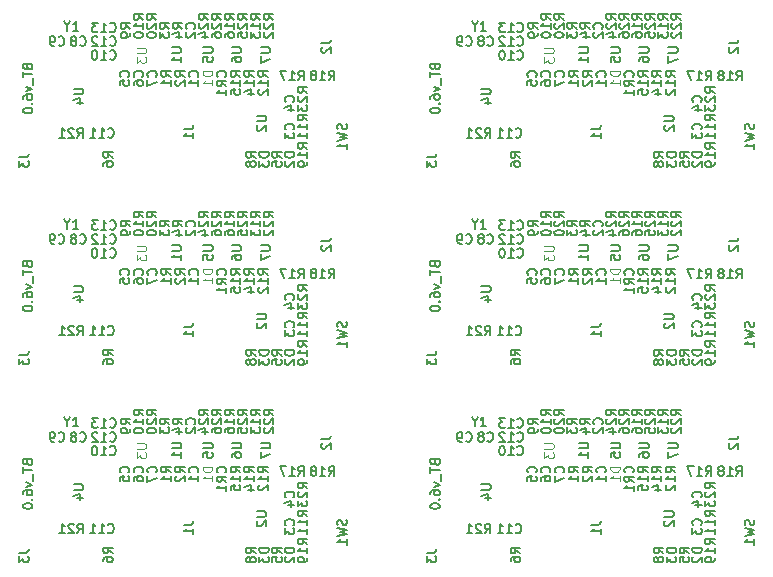
<source format=gbr>
%TF.GenerationSoftware,KiCad,Pcbnew,7.0.7-7.0.7~ubuntu22.04.1*%
%TF.CreationDate,2023-09-16T16:33:30-05:00*%
%TF.ProjectId,BT_PANELIZED,42545f50-414e-4454-9c49-5a45442e6b69,000*%
%TF.SameCoordinates,Original*%
%TF.FileFunction,Legend,Bot*%
%TF.FilePolarity,Positive*%
%FSLAX46Y46*%
G04 Gerber Fmt 4.6, Leading zero omitted, Abs format (unit mm)*
G04 Created by KiCad (PCBNEW 7.0.7-7.0.7~ubuntu22.04.1) date 2023-09-16 16:33:30*
%MOMM*%
%LPD*%
G01*
G04 APERTURE LIST*
%ADD10C,0.150000*%
%ADD11C,0.125000*%
G04 APERTURE END LIST*
D10*
X106923247Y-59540475D02*
X106961342Y-59654761D01*
X106961342Y-59654761D02*
X106999438Y-59692856D01*
X106999438Y-59692856D02*
X107075628Y-59730952D01*
X107075628Y-59730952D02*
X107189914Y-59730952D01*
X107189914Y-59730952D02*
X107266104Y-59692856D01*
X107266104Y-59692856D02*
X107304200Y-59654761D01*
X107304200Y-59654761D02*
X107342295Y-59578571D01*
X107342295Y-59578571D02*
X107342295Y-59273809D01*
X107342295Y-59273809D02*
X106542295Y-59273809D01*
X106542295Y-59273809D02*
X106542295Y-59540475D01*
X106542295Y-59540475D02*
X106580390Y-59616666D01*
X106580390Y-59616666D02*
X106618485Y-59654761D01*
X106618485Y-59654761D02*
X106694676Y-59692856D01*
X106694676Y-59692856D02*
X106770866Y-59692856D01*
X106770866Y-59692856D02*
X106847057Y-59654761D01*
X106847057Y-59654761D02*
X106885152Y-59616666D01*
X106885152Y-59616666D02*
X106923247Y-59540475D01*
X106923247Y-59540475D02*
X106923247Y-59273809D01*
X106542295Y-59959523D02*
X106542295Y-60416666D01*
X107342295Y-60188094D02*
X106542295Y-60188094D01*
X107418485Y-60492857D02*
X107418485Y-61102380D01*
X106808961Y-61216666D02*
X107342295Y-61407142D01*
X107342295Y-61407142D02*
X106808961Y-61597619D01*
X106542295Y-62245238D02*
X106542295Y-62092857D01*
X106542295Y-62092857D02*
X106580390Y-62016666D01*
X106580390Y-62016666D02*
X106618485Y-61978571D01*
X106618485Y-61978571D02*
X106732771Y-61902381D01*
X106732771Y-61902381D02*
X106885152Y-61864285D01*
X106885152Y-61864285D02*
X107189914Y-61864285D01*
X107189914Y-61864285D02*
X107266104Y-61902381D01*
X107266104Y-61902381D02*
X107304200Y-61940476D01*
X107304200Y-61940476D02*
X107342295Y-62016666D01*
X107342295Y-62016666D02*
X107342295Y-62169047D01*
X107342295Y-62169047D02*
X107304200Y-62245238D01*
X107304200Y-62245238D02*
X107266104Y-62283333D01*
X107266104Y-62283333D02*
X107189914Y-62321428D01*
X107189914Y-62321428D02*
X106999438Y-62321428D01*
X106999438Y-62321428D02*
X106923247Y-62283333D01*
X106923247Y-62283333D02*
X106885152Y-62245238D01*
X106885152Y-62245238D02*
X106847057Y-62169047D01*
X106847057Y-62169047D02*
X106847057Y-62016666D01*
X106847057Y-62016666D02*
X106885152Y-61940476D01*
X106885152Y-61940476D02*
X106923247Y-61902381D01*
X106923247Y-61902381D02*
X106999438Y-61864285D01*
X107266104Y-62664286D02*
X107304200Y-62702381D01*
X107304200Y-62702381D02*
X107342295Y-62664286D01*
X107342295Y-62664286D02*
X107304200Y-62626190D01*
X107304200Y-62626190D02*
X107266104Y-62664286D01*
X107266104Y-62664286D02*
X107342295Y-62664286D01*
X106542295Y-63197619D02*
X106542295Y-63273809D01*
X106542295Y-63273809D02*
X106580390Y-63350000D01*
X106580390Y-63350000D02*
X106618485Y-63388095D01*
X106618485Y-63388095D02*
X106694676Y-63426190D01*
X106694676Y-63426190D02*
X106847057Y-63464285D01*
X106847057Y-63464285D02*
X107037533Y-63464285D01*
X107037533Y-63464285D02*
X107189914Y-63426190D01*
X107189914Y-63426190D02*
X107266104Y-63388095D01*
X107266104Y-63388095D02*
X107304200Y-63350000D01*
X107304200Y-63350000D02*
X107342295Y-63273809D01*
X107342295Y-63273809D02*
X107342295Y-63197619D01*
X107342295Y-63197619D02*
X107304200Y-63121428D01*
X107304200Y-63121428D02*
X107266104Y-63083333D01*
X107266104Y-63083333D02*
X107189914Y-63045238D01*
X107189914Y-63045238D02*
X107037533Y-63007142D01*
X107037533Y-63007142D02*
X106847057Y-63007142D01*
X106847057Y-63007142D02*
X106694676Y-63045238D01*
X106694676Y-63045238D02*
X106618485Y-63083333D01*
X106618485Y-63083333D02*
X106580390Y-63121428D01*
X106580390Y-63121428D02*
X106542295Y-63197619D01*
X141423247Y-76290475D02*
X141461342Y-76404761D01*
X141461342Y-76404761D02*
X141499438Y-76442856D01*
X141499438Y-76442856D02*
X141575628Y-76480952D01*
X141575628Y-76480952D02*
X141689914Y-76480952D01*
X141689914Y-76480952D02*
X141766104Y-76442856D01*
X141766104Y-76442856D02*
X141804200Y-76404761D01*
X141804200Y-76404761D02*
X141842295Y-76328571D01*
X141842295Y-76328571D02*
X141842295Y-76023809D01*
X141842295Y-76023809D02*
X141042295Y-76023809D01*
X141042295Y-76023809D02*
X141042295Y-76290475D01*
X141042295Y-76290475D02*
X141080390Y-76366666D01*
X141080390Y-76366666D02*
X141118485Y-76404761D01*
X141118485Y-76404761D02*
X141194676Y-76442856D01*
X141194676Y-76442856D02*
X141270866Y-76442856D01*
X141270866Y-76442856D02*
X141347057Y-76404761D01*
X141347057Y-76404761D02*
X141385152Y-76366666D01*
X141385152Y-76366666D02*
X141423247Y-76290475D01*
X141423247Y-76290475D02*
X141423247Y-76023809D01*
X141042295Y-76709523D02*
X141042295Y-77166666D01*
X141842295Y-76938094D02*
X141042295Y-76938094D01*
X141918485Y-77242857D02*
X141918485Y-77852380D01*
X141308961Y-77966666D02*
X141842295Y-78157142D01*
X141842295Y-78157142D02*
X141308961Y-78347619D01*
X141042295Y-78995238D02*
X141042295Y-78842857D01*
X141042295Y-78842857D02*
X141080390Y-78766666D01*
X141080390Y-78766666D02*
X141118485Y-78728571D01*
X141118485Y-78728571D02*
X141232771Y-78652381D01*
X141232771Y-78652381D02*
X141385152Y-78614285D01*
X141385152Y-78614285D02*
X141689914Y-78614285D01*
X141689914Y-78614285D02*
X141766104Y-78652381D01*
X141766104Y-78652381D02*
X141804200Y-78690476D01*
X141804200Y-78690476D02*
X141842295Y-78766666D01*
X141842295Y-78766666D02*
X141842295Y-78919047D01*
X141842295Y-78919047D02*
X141804200Y-78995238D01*
X141804200Y-78995238D02*
X141766104Y-79033333D01*
X141766104Y-79033333D02*
X141689914Y-79071428D01*
X141689914Y-79071428D02*
X141499438Y-79071428D01*
X141499438Y-79071428D02*
X141423247Y-79033333D01*
X141423247Y-79033333D02*
X141385152Y-78995238D01*
X141385152Y-78995238D02*
X141347057Y-78919047D01*
X141347057Y-78919047D02*
X141347057Y-78766666D01*
X141347057Y-78766666D02*
X141385152Y-78690476D01*
X141385152Y-78690476D02*
X141423247Y-78652381D01*
X141423247Y-78652381D02*
X141499438Y-78614285D01*
X141766104Y-79414286D02*
X141804200Y-79452381D01*
X141804200Y-79452381D02*
X141842295Y-79414286D01*
X141842295Y-79414286D02*
X141804200Y-79376190D01*
X141804200Y-79376190D02*
X141766104Y-79414286D01*
X141766104Y-79414286D02*
X141842295Y-79414286D01*
X141042295Y-79947619D02*
X141042295Y-80023809D01*
X141042295Y-80023809D02*
X141080390Y-80100000D01*
X141080390Y-80100000D02*
X141118485Y-80138095D01*
X141118485Y-80138095D02*
X141194676Y-80176190D01*
X141194676Y-80176190D02*
X141347057Y-80214285D01*
X141347057Y-80214285D02*
X141537533Y-80214285D01*
X141537533Y-80214285D02*
X141689914Y-80176190D01*
X141689914Y-80176190D02*
X141766104Y-80138095D01*
X141766104Y-80138095D02*
X141804200Y-80100000D01*
X141804200Y-80100000D02*
X141842295Y-80023809D01*
X141842295Y-80023809D02*
X141842295Y-79947619D01*
X141842295Y-79947619D02*
X141804200Y-79871428D01*
X141804200Y-79871428D02*
X141766104Y-79833333D01*
X141766104Y-79833333D02*
X141689914Y-79795238D01*
X141689914Y-79795238D02*
X141537533Y-79757142D01*
X141537533Y-79757142D02*
X141347057Y-79757142D01*
X141347057Y-79757142D02*
X141194676Y-79795238D01*
X141194676Y-79795238D02*
X141118485Y-79833333D01*
X141118485Y-79833333D02*
X141080390Y-79871428D01*
X141080390Y-79871428D02*
X141042295Y-79947619D01*
X106923247Y-42790475D02*
X106961342Y-42904761D01*
X106961342Y-42904761D02*
X106999438Y-42942856D01*
X106999438Y-42942856D02*
X107075628Y-42980952D01*
X107075628Y-42980952D02*
X107189914Y-42980952D01*
X107189914Y-42980952D02*
X107266104Y-42942856D01*
X107266104Y-42942856D02*
X107304200Y-42904761D01*
X107304200Y-42904761D02*
X107342295Y-42828571D01*
X107342295Y-42828571D02*
X107342295Y-42523809D01*
X107342295Y-42523809D02*
X106542295Y-42523809D01*
X106542295Y-42523809D02*
X106542295Y-42790475D01*
X106542295Y-42790475D02*
X106580390Y-42866666D01*
X106580390Y-42866666D02*
X106618485Y-42904761D01*
X106618485Y-42904761D02*
X106694676Y-42942856D01*
X106694676Y-42942856D02*
X106770866Y-42942856D01*
X106770866Y-42942856D02*
X106847057Y-42904761D01*
X106847057Y-42904761D02*
X106885152Y-42866666D01*
X106885152Y-42866666D02*
X106923247Y-42790475D01*
X106923247Y-42790475D02*
X106923247Y-42523809D01*
X106542295Y-43209523D02*
X106542295Y-43666666D01*
X107342295Y-43438094D02*
X106542295Y-43438094D01*
X107418485Y-43742857D02*
X107418485Y-44352380D01*
X106808961Y-44466666D02*
X107342295Y-44657142D01*
X107342295Y-44657142D02*
X106808961Y-44847619D01*
X106542295Y-45495238D02*
X106542295Y-45342857D01*
X106542295Y-45342857D02*
X106580390Y-45266666D01*
X106580390Y-45266666D02*
X106618485Y-45228571D01*
X106618485Y-45228571D02*
X106732771Y-45152381D01*
X106732771Y-45152381D02*
X106885152Y-45114285D01*
X106885152Y-45114285D02*
X107189914Y-45114285D01*
X107189914Y-45114285D02*
X107266104Y-45152381D01*
X107266104Y-45152381D02*
X107304200Y-45190476D01*
X107304200Y-45190476D02*
X107342295Y-45266666D01*
X107342295Y-45266666D02*
X107342295Y-45419047D01*
X107342295Y-45419047D02*
X107304200Y-45495238D01*
X107304200Y-45495238D02*
X107266104Y-45533333D01*
X107266104Y-45533333D02*
X107189914Y-45571428D01*
X107189914Y-45571428D02*
X106999438Y-45571428D01*
X106999438Y-45571428D02*
X106923247Y-45533333D01*
X106923247Y-45533333D02*
X106885152Y-45495238D01*
X106885152Y-45495238D02*
X106847057Y-45419047D01*
X106847057Y-45419047D02*
X106847057Y-45266666D01*
X106847057Y-45266666D02*
X106885152Y-45190476D01*
X106885152Y-45190476D02*
X106923247Y-45152381D01*
X106923247Y-45152381D02*
X106999438Y-45114285D01*
X107266104Y-45914286D02*
X107304200Y-45952381D01*
X107304200Y-45952381D02*
X107342295Y-45914286D01*
X107342295Y-45914286D02*
X107304200Y-45876190D01*
X107304200Y-45876190D02*
X107266104Y-45914286D01*
X107266104Y-45914286D02*
X107342295Y-45914286D01*
X106542295Y-46447619D02*
X106542295Y-46523809D01*
X106542295Y-46523809D02*
X106580390Y-46600000D01*
X106580390Y-46600000D02*
X106618485Y-46638095D01*
X106618485Y-46638095D02*
X106694676Y-46676190D01*
X106694676Y-46676190D02*
X106847057Y-46714285D01*
X106847057Y-46714285D02*
X107037533Y-46714285D01*
X107037533Y-46714285D02*
X107189914Y-46676190D01*
X107189914Y-46676190D02*
X107266104Y-46638095D01*
X107266104Y-46638095D02*
X107304200Y-46600000D01*
X107304200Y-46600000D02*
X107342295Y-46523809D01*
X107342295Y-46523809D02*
X107342295Y-46447619D01*
X107342295Y-46447619D02*
X107304200Y-46371428D01*
X107304200Y-46371428D02*
X107266104Y-46333333D01*
X107266104Y-46333333D02*
X107189914Y-46295238D01*
X107189914Y-46295238D02*
X107037533Y-46257142D01*
X107037533Y-46257142D02*
X106847057Y-46257142D01*
X106847057Y-46257142D02*
X106694676Y-46295238D01*
X106694676Y-46295238D02*
X106618485Y-46333333D01*
X106618485Y-46333333D02*
X106580390Y-46371428D01*
X106580390Y-46371428D02*
X106542295Y-46447619D01*
X141423247Y-42790475D02*
X141461342Y-42904761D01*
X141461342Y-42904761D02*
X141499438Y-42942856D01*
X141499438Y-42942856D02*
X141575628Y-42980952D01*
X141575628Y-42980952D02*
X141689914Y-42980952D01*
X141689914Y-42980952D02*
X141766104Y-42942856D01*
X141766104Y-42942856D02*
X141804200Y-42904761D01*
X141804200Y-42904761D02*
X141842295Y-42828571D01*
X141842295Y-42828571D02*
X141842295Y-42523809D01*
X141842295Y-42523809D02*
X141042295Y-42523809D01*
X141042295Y-42523809D02*
X141042295Y-42790475D01*
X141042295Y-42790475D02*
X141080390Y-42866666D01*
X141080390Y-42866666D02*
X141118485Y-42904761D01*
X141118485Y-42904761D02*
X141194676Y-42942856D01*
X141194676Y-42942856D02*
X141270866Y-42942856D01*
X141270866Y-42942856D02*
X141347057Y-42904761D01*
X141347057Y-42904761D02*
X141385152Y-42866666D01*
X141385152Y-42866666D02*
X141423247Y-42790475D01*
X141423247Y-42790475D02*
X141423247Y-42523809D01*
X141042295Y-43209523D02*
X141042295Y-43666666D01*
X141842295Y-43438094D02*
X141042295Y-43438094D01*
X141918485Y-43742857D02*
X141918485Y-44352380D01*
X141308961Y-44466666D02*
X141842295Y-44657142D01*
X141842295Y-44657142D02*
X141308961Y-44847619D01*
X141042295Y-45495238D02*
X141042295Y-45342857D01*
X141042295Y-45342857D02*
X141080390Y-45266666D01*
X141080390Y-45266666D02*
X141118485Y-45228571D01*
X141118485Y-45228571D02*
X141232771Y-45152381D01*
X141232771Y-45152381D02*
X141385152Y-45114285D01*
X141385152Y-45114285D02*
X141689914Y-45114285D01*
X141689914Y-45114285D02*
X141766104Y-45152381D01*
X141766104Y-45152381D02*
X141804200Y-45190476D01*
X141804200Y-45190476D02*
X141842295Y-45266666D01*
X141842295Y-45266666D02*
X141842295Y-45419047D01*
X141842295Y-45419047D02*
X141804200Y-45495238D01*
X141804200Y-45495238D02*
X141766104Y-45533333D01*
X141766104Y-45533333D02*
X141689914Y-45571428D01*
X141689914Y-45571428D02*
X141499438Y-45571428D01*
X141499438Y-45571428D02*
X141423247Y-45533333D01*
X141423247Y-45533333D02*
X141385152Y-45495238D01*
X141385152Y-45495238D02*
X141347057Y-45419047D01*
X141347057Y-45419047D02*
X141347057Y-45266666D01*
X141347057Y-45266666D02*
X141385152Y-45190476D01*
X141385152Y-45190476D02*
X141423247Y-45152381D01*
X141423247Y-45152381D02*
X141499438Y-45114285D01*
X141766104Y-45914286D02*
X141804200Y-45952381D01*
X141804200Y-45952381D02*
X141842295Y-45914286D01*
X141842295Y-45914286D02*
X141804200Y-45876190D01*
X141804200Y-45876190D02*
X141766104Y-45914286D01*
X141766104Y-45914286D02*
X141842295Y-45914286D01*
X141042295Y-46447619D02*
X141042295Y-46523809D01*
X141042295Y-46523809D02*
X141080390Y-46600000D01*
X141080390Y-46600000D02*
X141118485Y-46638095D01*
X141118485Y-46638095D02*
X141194676Y-46676190D01*
X141194676Y-46676190D02*
X141347057Y-46714285D01*
X141347057Y-46714285D02*
X141537533Y-46714285D01*
X141537533Y-46714285D02*
X141689914Y-46676190D01*
X141689914Y-46676190D02*
X141766104Y-46638095D01*
X141766104Y-46638095D02*
X141804200Y-46600000D01*
X141804200Y-46600000D02*
X141842295Y-46523809D01*
X141842295Y-46523809D02*
X141842295Y-46447619D01*
X141842295Y-46447619D02*
X141804200Y-46371428D01*
X141804200Y-46371428D02*
X141766104Y-46333333D01*
X141766104Y-46333333D02*
X141689914Y-46295238D01*
X141689914Y-46295238D02*
X141537533Y-46257142D01*
X141537533Y-46257142D02*
X141347057Y-46257142D01*
X141347057Y-46257142D02*
X141194676Y-46295238D01*
X141194676Y-46295238D02*
X141118485Y-46333333D01*
X141118485Y-46333333D02*
X141080390Y-46371428D01*
X141080390Y-46371428D02*
X141042295Y-46447619D01*
X141423247Y-59540475D02*
X141461342Y-59654761D01*
X141461342Y-59654761D02*
X141499438Y-59692856D01*
X141499438Y-59692856D02*
X141575628Y-59730952D01*
X141575628Y-59730952D02*
X141689914Y-59730952D01*
X141689914Y-59730952D02*
X141766104Y-59692856D01*
X141766104Y-59692856D02*
X141804200Y-59654761D01*
X141804200Y-59654761D02*
X141842295Y-59578571D01*
X141842295Y-59578571D02*
X141842295Y-59273809D01*
X141842295Y-59273809D02*
X141042295Y-59273809D01*
X141042295Y-59273809D02*
X141042295Y-59540475D01*
X141042295Y-59540475D02*
X141080390Y-59616666D01*
X141080390Y-59616666D02*
X141118485Y-59654761D01*
X141118485Y-59654761D02*
X141194676Y-59692856D01*
X141194676Y-59692856D02*
X141270866Y-59692856D01*
X141270866Y-59692856D02*
X141347057Y-59654761D01*
X141347057Y-59654761D02*
X141385152Y-59616666D01*
X141385152Y-59616666D02*
X141423247Y-59540475D01*
X141423247Y-59540475D02*
X141423247Y-59273809D01*
X141042295Y-59959523D02*
X141042295Y-60416666D01*
X141842295Y-60188094D02*
X141042295Y-60188094D01*
X141918485Y-60492857D02*
X141918485Y-61102380D01*
X141308961Y-61216666D02*
X141842295Y-61407142D01*
X141842295Y-61407142D02*
X141308961Y-61597619D01*
X141042295Y-62245238D02*
X141042295Y-62092857D01*
X141042295Y-62092857D02*
X141080390Y-62016666D01*
X141080390Y-62016666D02*
X141118485Y-61978571D01*
X141118485Y-61978571D02*
X141232771Y-61902381D01*
X141232771Y-61902381D02*
X141385152Y-61864285D01*
X141385152Y-61864285D02*
X141689914Y-61864285D01*
X141689914Y-61864285D02*
X141766104Y-61902381D01*
X141766104Y-61902381D02*
X141804200Y-61940476D01*
X141804200Y-61940476D02*
X141842295Y-62016666D01*
X141842295Y-62016666D02*
X141842295Y-62169047D01*
X141842295Y-62169047D02*
X141804200Y-62245238D01*
X141804200Y-62245238D02*
X141766104Y-62283333D01*
X141766104Y-62283333D02*
X141689914Y-62321428D01*
X141689914Y-62321428D02*
X141499438Y-62321428D01*
X141499438Y-62321428D02*
X141423247Y-62283333D01*
X141423247Y-62283333D02*
X141385152Y-62245238D01*
X141385152Y-62245238D02*
X141347057Y-62169047D01*
X141347057Y-62169047D02*
X141347057Y-62016666D01*
X141347057Y-62016666D02*
X141385152Y-61940476D01*
X141385152Y-61940476D02*
X141423247Y-61902381D01*
X141423247Y-61902381D02*
X141499438Y-61864285D01*
X141766104Y-62664286D02*
X141804200Y-62702381D01*
X141804200Y-62702381D02*
X141842295Y-62664286D01*
X141842295Y-62664286D02*
X141804200Y-62626190D01*
X141804200Y-62626190D02*
X141766104Y-62664286D01*
X141766104Y-62664286D02*
X141842295Y-62664286D01*
X141042295Y-63197619D02*
X141042295Y-63273809D01*
X141042295Y-63273809D02*
X141080390Y-63350000D01*
X141080390Y-63350000D02*
X141118485Y-63388095D01*
X141118485Y-63388095D02*
X141194676Y-63426190D01*
X141194676Y-63426190D02*
X141347057Y-63464285D01*
X141347057Y-63464285D02*
X141537533Y-63464285D01*
X141537533Y-63464285D02*
X141689914Y-63426190D01*
X141689914Y-63426190D02*
X141766104Y-63388095D01*
X141766104Y-63388095D02*
X141804200Y-63350000D01*
X141804200Y-63350000D02*
X141842295Y-63273809D01*
X141842295Y-63273809D02*
X141842295Y-63197619D01*
X141842295Y-63197619D02*
X141804200Y-63121428D01*
X141804200Y-63121428D02*
X141766104Y-63083333D01*
X141766104Y-63083333D02*
X141689914Y-63045238D01*
X141689914Y-63045238D02*
X141537533Y-63007142D01*
X141537533Y-63007142D02*
X141347057Y-63007142D01*
X141347057Y-63007142D02*
X141194676Y-63045238D01*
X141194676Y-63045238D02*
X141118485Y-63083333D01*
X141118485Y-63083333D02*
X141080390Y-63121428D01*
X141080390Y-63121428D02*
X141042295Y-63197619D01*
X106923247Y-76290475D02*
X106961342Y-76404761D01*
X106961342Y-76404761D02*
X106999438Y-76442856D01*
X106999438Y-76442856D02*
X107075628Y-76480952D01*
X107075628Y-76480952D02*
X107189914Y-76480952D01*
X107189914Y-76480952D02*
X107266104Y-76442856D01*
X107266104Y-76442856D02*
X107304200Y-76404761D01*
X107304200Y-76404761D02*
X107342295Y-76328571D01*
X107342295Y-76328571D02*
X107342295Y-76023809D01*
X107342295Y-76023809D02*
X106542295Y-76023809D01*
X106542295Y-76023809D02*
X106542295Y-76290475D01*
X106542295Y-76290475D02*
X106580390Y-76366666D01*
X106580390Y-76366666D02*
X106618485Y-76404761D01*
X106618485Y-76404761D02*
X106694676Y-76442856D01*
X106694676Y-76442856D02*
X106770866Y-76442856D01*
X106770866Y-76442856D02*
X106847057Y-76404761D01*
X106847057Y-76404761D02*
X106885152Y-76366666D01*
X106885152Y-76366666D02*
X106923247Y-76290475D01*
X106923247Y-76290475D02*
X106923247Y-76023809D01*
X106542295Y-76709523D02*
X106542295Y-77166666D01*
X107342295Y-76938094D02*
X106542295Y-76938094D01*
X107418485Y-77242857D02*
X107418485Y-77852380D01*
X106808961Y-77966666D02*
X107342295Y-78157142D01*
X107342295Y-78157142D02*
X106808961Y-78347619D01*
X106542295Y-78995238D02*
X106542295Y-78842857D01*
X106542295Y-78842857D02*
X106580390Y-78766666D01*
X106580390Y-78766666D02*
X106618485Y-78728571D01*
X106618485Y-78728571D02*
X106732771Y-78652381D01*
X106732771Y-78652381D02*
X106885152Y-78614285D01*
X106885152Y-78614285D02*
X107189914Y-78614285D01*
X107189914Y-78614285D02*
X107266104Y-78652381D01*
X107266104Y-78652381D02*
X107304200Y-78690476D01*
X107304200Y-78690476D02*
X107342295Y-78766666D01*
X107342295Y-78766666D02*
X107342295Y-78919047D01*
X107342295Y-78919047D02*
X107304200Y-78995238D01*
X107304200Y-78995238D02*
X107266104Y-79033333D01*
X107266104Y-79033333D02*
X107189914Y-79071428D01*
X107189914Y-79071428D02*
X106999438Y-79071428D01*
X106999438Y-79071428D02*
X106923247Y-79033333D01*
X106923247Y-79033333D02*
X106885152Y-78995238D01*
X106885152Y-78995238D02*
X106847057Y-78919047D01*
X106847057Y-78919047D02*
X106847057Y-78766666D01*
X106847057Y-78766666D02*
X106885152Y-78690476D01*
X106885152Y-78690476D02*
X106923247Y-78652381D01*
X106923247Y-78652381D02*
X106999438Y-78614285D01*
X107266104Y-79414286D02*
X107304200Y-79452381D01*
X107304200Y-79452381D02*
X107342295Y-79414286D01*
X107342295Y-79414286D02*
X107304200Y-79376190D01*
X107304200Y-79376190D02*
X107266104Y-79414286D01*
X107266104Y-79414286D02*
X107342295Y-79414286D01*
X106542295Y-79947619D02*
X106542295Y-80023809D01*
X106542295Y-80023809D02*
X106580390Y-80100000D01*
X106580390Y-80100000D02*
X106618485Y-80138095D01*
X106618485Y-80138095D02*
X106694676Y-80176190D01*
X106694676Y-80176190D02*
X106847057Y-80214285D01*
X106847057Y-80214285D02*
X107037533Y-80214285D01*
X107037533Y-80214285D02*
X107189914Y-80176190D01*
X107189914Y-80176190D02*
X107266104Y-80138095D01*
X107266104Y-80138095D02*
X107304200Y-80100000D01*
X107304200Y-80100000D02*
X107342295Y-80023809D01*
X107342295Y-80023809D02*
X107342295Y-79947619D01*
X107342295Y-79947619D02*
X107304200Y-79871428D01*
X107304200Y-79871428D02*
X107266104Y-79833333D01*
X107266104Y-79833333D02*
X107189914Y-79795238D01*
X107189914Y-79795238D02*
X107037533Y-79757142D01*
X107037533Y-79757142D02*
X106847057Y-79757142D01*
X106847057Y-79757142D02*
X106694676Y-79795238D01*
X106694676Y-79795238D02*
X106618485Y-79833333D01*
X106618485Y-79833333D02*
X106580390Y-79871428D01*
X106580390Y-79871428D02*
X106542295Y-79947619D01*
D11*
X116163595Y-57932976D02*
X116811214Y-57932976D01*
X116811214Y-57932976D02*
X116887404Y-57971071D01*
X116887404Y-57971071D02*
X116925500Y-58009166D01*
X116925500Y-58009166D02*
X116963595Y-58085357D01*
X116963595Y-58085357D02*
X116963595Y-58237738D01*
X116963595Y-58237738D02*
X116925500Y-58313928D01*
X116925500Y-58313928D02*
X116887404Y-58352023D01*
X116887404Y-58352023D02*
X116811214Y-58390119D01*
X116811214Y-58390119D02*
X116163595Y-58390119D01*
X116163595Y-58694880D02*
X116163595Y-59190118D01*
X116163595Y-59190118D02*
X116468357Y-58923452D01*
X116468357Y-58923452D02*
X116468357Y-59037737D01*
X116468357Y-59037737D02*
X116506452Y-59113928D01*
X116506452Y-59113928D02*
X116544547Y-59152023D01*
X116544547Y-59152023D02*
X116620738Y-59190118D01*
X116620738Y-59190118D02*
X116811214Y-59190118D01*
X116811214Y-59190118D02*
X116887404Y-59152023D01*
X116887404Y-59152023D02*
X116925500Y-59113928D01*
X116925500Y-59113928D02*
X116963595Y-59037737D01*
X116963595Y-59037737D02*
X116963595Y-58809166D01*
X116963595Y-58809166D02*
X116925500Y-58732975D01*
X116925500Y-58732975D02*
X116887404Y-58694880D01*
D10*
X123325021Y-72298875D02*
X122944068Y-72032208D01*
X123325021Y-71841732D02*
X122525021Y-71841732D01*
X122525021Y-71841732D02*
X122525021Y-72146494D01*
X122525021Y-72146494D02*
X122563116Y-72222684D01*
X122563116Y-72222684D02*
X122601211Y-72260779D01*
X122601211Y-72260779D02*
X122677402Y-72298875D01*
X122677402Y-72298875D02*
X122791687Y-72298875D01*
X122791687Y-72298875D02*
X122867878Y-72260779D01*
X122867878Y-72260779D02*
X122905973Y-72222684D01*
X122905973Y-72222684D02*
X122944068Y-72146494D01*
X122944068Y-72146494D02*
X122944068Y-71841732D01*
X122601211Y-72603636D02*
X122563116Y-72641732D01*
X122563116Y-72641732D02*
X122525021Y-72717922D01*
X122525021Y-72717922D02*
X122525021Y-72908398D01*
X122525021Y-72908398D02*
X122563116Y-72984589D01*
X122563116Y-72984589D02*
X122601211Y-73022684D01*
X122601211Y-73022684D02*
X122677402Y-73060779D01*
X122677402Y-73060779D02*
X122753592Y-73060779D01*
X122753592Y-73060779D02*
X122867878Y-73022684D01*
X122867878Y-73022684D02*
X123325021Y-72565541D01*
X123325021Y-72565541D02*
X123325021Y-73060779D01*
X122525021Y-73746494D02*
X122525021Y-73594113D01*
X122525021Y-73594113D02*
X122563116Y-73517922D01*
X122563116Y-73517922D02*
X122601211Y-73479827D01*
X122601211Y-73479827D02*
X122715497Y-73403637D01*
X122715497Y-73403637D02*
X122867878Y-73365541D01*
X122867878Y-73365541D02*
X123172640Y-73365541D01*
X123172640Y-73365541D02*
X123248830Y-73403637D01*
X123248830Y-73403637D02*
X123286926Y-73441732D01*
X123286926Y-73441732D02*
X123325021Y-73517922D01*
X123325021Y-73517922D02*
X123325021Y-73670303D01*
X123325021Y-73670303D02*
X123286926Y-73746494D01*
X123286926Y-73746494D02*
X123248830Y-73784589D01*
X123248830Y-73784589D02*
X123172640Y-73822684D01*
X123172640Y-73822684D02*
X122982164Y-73822684D01*
X122982164Y-73822684D02*
X122905973Y-73784589D01*
X122905973Y-73784589D02*
X122867878Y-73746494D01*
X122867878Y-73746494D02*
X122829783Y-73670303D01*
X122829783Y-73670303D02*
X122829783Y-73517922D01*
X122829783Y-73517922D02*
X122867878Y-73441732D01*
X122867878Y-73441732D02*
X122905973Y-73403637D01*
X122905973Y-73403637D02*
X122982164Y-73365541D01*
X154726295Y-60386667D02*
X154345342Y-60120000D01*
X154726295Y-59929524D02*
X153926295Y-59929524D01*
X153926295Y-59929524D02*
X153926295Y-60234286D01*
X153926295Y-60234286D02*
X153964390Y-60310476D01*
X153964390Y-60310476D02*
X154002485Y-60348571D01*
X154002485Y-60348571D02*
X154078676Y-60386667D01*
X154078676Y-60386667D02*
X154192961Y-60386667D01*
X154192961Y-60386667D02*
X154269152Y-60348571D01*
X154269152Y-60348571D02*
X154307247Y-60310476D01*
X154307247Y-60310476D02*
X154345342Y-60234286D01*
X154345342Y-60234286D02*
X154345342Y-59929524D01*
X154002485Y-60691428D02*
X153964390Y-60729524D01*
X153964390Y-60729524D02*
X153926295Y-60805714D01*
X153926295Y-60805714D02*
X153926295Y-60996190D01*
X153926295Y-60996190D02*
X153964390Y-61072381D01*
X153964390Y-61072381D02*
X154002485Y-61110476D01*
X154002485Y-61110476D02*
X154078676Y-61148571D01*
X154078676Y-61148571D02*
X154154866Y-61148571D01*
X154154866Y-61148571D02*
X154269152Y-61110476D01*
X154269152Y-61110476D02*
X154726295Y-60653333D01*
X154726295Y-60653333D02*
X154726295Y-61148571D01*
D11*
X122575595Y-43142024D02*
X121775595Y-43142024D01*
X121775595Y-43142024D02*
X121775595Y-43332500D01*
X121775595Y-43332500D02*
X121813690Y-43446786D01*
X121813690Y-43446786D02*
X121889880Y-43522976D01*
X121889880Y-43522976D02*
X121966071Y-43561071D01*
X121966071Y-43561071D02*
X122118452Y-43599167D01*
X122118452Y-43599167D02*
X122232738Y-43599167D01*
X122232738Y-43599167D02*
X122385119Y-43561071D01*
X122385119Y-43561071D02*
X122461309Y-43522976D01*
X122461309Y-43522976D02*
X122537500Y-43446786D01*
X122537500Y-43446786D02*
X122575595Y-43332500D01*
X122575595Y-43332500D02*
X122575595Y-43142024D01*
X122575595Y-44361071D02*
X122575595Y-43903928D01*
X122575595Y-44132500D02*
X121775595Y-44132500D01*
X121775595Y-44132500D02*
X121889880Y-44056309D01*
X121889880Y-44056309D02*
X121966071Y-43980119D01*
X121966071Y-43980119D02*
X122004166Y-43903928D01*
D10*
X153417749Y-56310781D02*
X153036796Y-56044114D01*
X153417749Y-55853638D02*
X152617749Y-55853638D01*
X152617749Y-55853638D02*
X152617749Y-56158400D01*
X152617749Y-56158400D02*
X152655844Y-56234590D01*
X152655844Y-56234590D02*
X152693939Y-56272685D01*
X152693939Y-56272685D02*
X152770130Y-56310781D01*
X152770130Y-56310781D02*
X152884415Y-56310781D01*
X152884415Y-56310781D02*
X152960606Y-56272685D01*
X152960606Y-56272685D02*
X152998701Y-56234590D01*
X152998701Y-56234590D02*
X153036796Y-56158400D01*
X153036796Y-56158400D02*
X153036796Y-55853638D01*
X152617749Y-56577447D02*
X152617749Y-57072685D01*
X152617749Y-57072685D02*
X152922511Y-56806019D01*
X152922511Y-56806019D02*
X152922511Y-56920304D01*
X152922511Y-56920304D02*
X152960606Y-56996495D01*
X152960606Y-56996495D02*
X152998701Y-57034590D01*
X152998701Y-57034590D02*
X153074892Y-57072685D01*
X153074892Y-57072685D02*
X153265368Y-57072685D01*
X153265368Y-57072685D02*
X153341558Y-57034590D01*
X153341558Y-57034590D02*
X153379654Y-56996495D01*
X153379654Y-56996495D02*
X153417749Y-56920304D01*
X153417749Y-56920304D02*
X153417749Y-56691733D01*
X153417749Y-56691733D02*
X153379654Y-56615542D01*
X153379654Y-56615542D02*
X153341558Y-56577447D01*
X119122295Y-74645476D02*
X119769914Y-74645476D01*
X119769914Y-74645476D02*
X119846104Y-74683571D01*
X119846104Y-74683571D02*
X119884200Y-74721666D01*
X119884200Y-74721666D02*
X119922295Y-74797857D01*
X119922295Y-74797857D02*
X119922295Y-74950238D01*
X119922295Y-74950238D02*
X119884200Y-75026428D01*
X119884200Y-75026428D02*
X119846104Y-75064523D01*
X119846104Y-75064523D02*
X119769914Y-75102619D01*
X119769914Y-75102619D02*
X119122295Y-75102619D01*
X119922295Y-75902618D02*
X119922295Y-75445475D01*
X119922295Y-75674047D02*
X119122295Y-75674047D01*
X119122295Y-75674047D02*
X119236580Y-75597856D01*
X119236580Y-75597856D02*
X119312771Y-75521666D01*
X119312771Y-75521666D02*
X119350866Y-75445475D01*
X120172295Y-81553869D02*
X120743723Y-81553869D01*
X120743723Y-81553869D02*
X120858009Y-81515774D01*
X120858009Y-81515774D02*
X120934200Y-81439583D01*
X120934200Y-81439583D02*
X120972295Y-81325298D01*
X120972295Y-81325298D02*
X120972295Y-81249107D01*
X120972295Y-82353869D02*
X120972295Y-81896726D01*
X120972295Y-82125298D02*
X120172295Y-82125298D01*
X120172295Y-82125298D02*
X120286580Y-82049107D01*
X120286580Y-82049107D02*
X120362771Y-81972917D01*
X120362771Y-81972917D02*
X120400866Y-81896726D01*
X154672295Y-81553869D02*
X155243723Y-81553869D01*
X155243723Y-81553869D02*
X155358009Y-81515774D01*
X155358009Y-81515774D02*
X155434200Y-81439583D01*
X155434200Y-81439583D02*
X155472295Y-81325298D01*
X155472295Y-81325298D02*
X155472295Y-81249107D01*
X155472295Y-82353869D02*
X155472295Y-81896726D01*
X155472295Y-82125298D02*
X154672295Y-82125298D01*
X154672295Y-82125298D02*
X154786580Y-82049107D01*
X154786580Y-82049107D02*
X154862771Y-81972917D01*
X154862771Y-81972917D02*
X154900866Y-81896726D01*
X113894285Y-58866104D02*
X113932381Y-58904200D01*
X113932381Y-58904200D02*
X114046666Y-58942295D01*
X114046666Y-58942295D02*
X114122857Y-58942295D01*
X114122857Y-58942295D02*
X114237143Y-58904200D01*
X114237143Y-58904200D02*
X114313333Y-58828009D01*
X114313333Y-58828009D02*
X114351428Y-58751819D01*
X114351428Y-58751819D02*
X114389524Y-58599438D01*
X114389524Y-58599438D02*
X114389524Y-58485152D01*
X114389524Y-58485152D02*
X114351428Y-58332771D01*
X114351428Y-58332771D02*
X114313333Y-58256580D01*
X114313333Y-58256580D02*
X114237143Y-58180390D01*
X114237143Y-58180390D02*
X114122857Y-58142295D01*
X114122857Y-58142295D02*
X114046666Y-58142295D01*
X114046666Y-58142295D02*
X113932381Y-58180390D01*
X113932381Y-58180390D02*
X113894285Y-58218485D01*
X113132381Y-58942295D02*
X113589524Y-58942295D01*
X113360952Y-58942295D02*
X113360952Y-58142295D01*
X113360952Y-58142295D02*
X113437143Y-58256580D01*
X113437143Y-58256580D02*
X113513333Y-58332771D01*
X113513333Y-58332771D02*
X113589524Y-58370866D01*
X112637142Y-58142295D02*
X112560952Y-58142295D01*
X112560952Y-58142295D02*
X112484761Y-58180390D01*
X112484761Y-58180390D02*
X112446666Y-58218485D01*
X112446666Y-58218485D02*
X112408571Y-58294676D01*
X112408571Y-58294676D02*
X112370476Y-58447057D01*
X112370476Y-58447057D02*
X112370476Y-58637533D01*
X112370476Y-58637533D02*
X112408571Y-58789914D01*
X112408571Y-58789914D02*
X112446666Y-58866104D01*
X112446666Y-58866104D02*
X112484761Y-58904200D01*
X112484761Y-58904200D02*
X112560952Y-58942295D01*
X112560952Y-58942295D02*
X112637142Y-58942295D01*
X112637142Y-58942295D02*
X112713333Y-58904200D01*
X112713333Y-58904200D02*
X112751428Y-58866104D01*
X112751428Y-58866104D02*
X112789523Y-58789914D01*
X112789523Y-58789914D02*
X112827619Y-58637533D01*
X112827619Y-58637533D02*
X112827619Y-58447057D01*
X112827619Y-58447057D02*
X112789523Y-58294676D01*
X112789523Y-58294676D02*
X112751428Y-58218485D01*
X112751428Y-58218485D02*
X112713333Y-58180390D01*
X112713333Y-58180390D02*
X112637142Y-58142295D01*
X165122295Y-44985714D02*
X164741342Y-44719047D01*
X165122295Y-44528571D02*
X164322295Y-44528571D01*
X164322295Y-44528571D02*
X164322295Y-44833333D01*
X164322295Y-44833333D02*
X164360390Y-44909523D01*
X164360390Y-44909523D02*
X164398485Y-44947618D01*
X164398485Y-44947618D02*
X164474676Y-44985714D01*
X164474676Y-44985714D02*
X164588961Y-44985714D01*
X164588961Y-44985714D02*
X164665152Y-44947618D01*
X164665152Y-44947618D02*
X164703247Y-44909523D01*
X164703247Y-44909523D02*
X164741342Y-44833333D01*
X164741342Y-44833333D02*
X164741342Y-44528571D01*
X164398485Y-45290475D02*
X164360390Y-45328571D01*
X164360390Y-45328571D02*
X164322295Y-45404761D01*
X164322295Y-45404761D02*
X164322295Y-45595237D01*
X164322295Y-45595237D02*
X164360390Y-45671428D01*
X164360390Y-45671428D02*
X164398485Y-45709523D01*
X164398485Y-45709523D02*
X164474676Y-45747618D01*
X164474676Y-45747618D02*
X164550866Y-45747618D01*
X164550866Y-45747618D02*
X164665152Y-45709523D01*
X164665152Y-45709523D02*
X165122295Y-45252380D01*
X165122295Y-45252380D02*
X165122295Y-45747618D01*
X164322295Y-46014285D02*
X164322295Y-46509523D01*
X164322295Y-46509523D02*
X164627057Y-46242857D01*
X164627057Y-46242857D02*
X164627057Y-46357142D01*
X164627057Y-46357142D02*
X164665152Y-46433333D01*
X164665152Y-46433333D02*
X164703247Y-46471428D01*
X164703247Y-46471428D02*
X164779438Y-46509523D01*
X164779438Y-46509523D02*
X164969914Y-46509523D01*
X164969914Y-46509523D02*
X165046104Y-46471428D01*
X165046104Y-46471428D02*
X165084200Y-46433333D01*
X165084200Y-46433333D02*
X165122295Y-46357142D01*
X165122295Y-46357142D02*
X165122295Y-46128571D01*
X165122295Y-46128571D02*
X165084200Y-46052380D01*
X165084200Y-46052380D02*
X165046104Y-46014285D01*
X161130475Y-55548875D02*
X160749522Y-55282208D01*
X161130475Y-55091732D02*
X160330475Y-55091732D01*
X160330475Y-55091732D02*
X160330475Y-55396494D01*
X160330475Y-55396494D02*
X160368570Y-55472684D01*
X160368570Y-55472684D02*
X160406665Y-55510779D01*
X160406665Y-55510779D02*
X160482856Y-55548875D01*
X160482856Y-55548875D02*
X160597141Y-55548875D01*
X160597141Y-55548875D02*
X160673332Y-55510779D01*
X160673332Y-55510779D02*
X160711427Y-55472684D01*
X160711427Y-55472684D02*
X160749522Y-55396494D01*
X160749522Y-55396494D02*
X160749522Y-55091732D01*
X161130475Y-56310779D02*
X161130475Y-55853636D01*
X161130475Y-56082208D02*
X160330475Y-56082208D01*
X160330475Y-56082208D02*
X160444760Y-56006017D01*
X160444760Y-56006017D02*
X160520951Y-55929827D01*
X160520951Y-55929827D02*
X160559046Y-55853636D01*
X160330475Y-56577446D02*
X160330475Y-57072684D01*
X160330475Y-57072684D02*
X160635237Y-56806018D01*
X160635237Y-56806018D02*
X160635237Y-56920303D01*
X160635237Y-56920303D02*
X160673332Y-56996494D01*
X160673332Y-56996494D02*
X160711427Y-57034589D01*
X160711427Y-57034589D02*
X160787618Y-57072684D01*
X160787618Y-57072684D02*
X160978094Y-57072684D01*
X160978094Y-57072684D02*
X161054284Y-57034589D01*
X161054284Y-57034589D02*
X161092380Y-56996494D01*
X161092380Y-56996494D02*
X161130475Y-56920303D01*
X161130475Y-56920303D02*
X161130475Y-56691732D01*
X161130475Y-56691732D02*
X161092380Y-56615541D01*
X161092380Y-56615541D02*
X161054284Y-56577446D01*
X126096295Y-60386666D02*
X125715342Y-60119999D01*
X126096295Y-59929523D02*
X125296295Y-59929523D01*
X125296295Y-59929523D02*
X125296295Y-60234285D01*
X125296295Y-60234285D02*
X125334390Y-60310475D01*
X125334390Y-60310475D02*
X125372485Y-60348570D01*
X125372485Y-60348570D02*
X125448676Y-60386666D01*
X125448676Y-60386666D02*
X125562961Y-60386666D01*
X125562961Y-60386666D02*
X125639152Y-60348570D01*
X125639152Y-60348570D02*
X125677247Y-60310475D01*
X125677247Y-60310475D02*
X125715342Y-60234285D01*
X125715342Y-60234285D02*
X125715342Y-59929523D01*
X126096295Y-61148570D02*
X126096295Y-60691427D01*
X126096295Y-60919999D02*
X125296295Y-60919999D01*
X125296295Y-60919999D02*
X125410580Y-60843808D01*
X125410580Y-60843808D02*
X125486771Y-60767618D01*
X125486771Y-60767618D02*
X125524866Y-60691427D01*
X125562961Y-61834285D02*
X126096295Y-61834285D01*
X125258200Y-61643809D02*
X125829628Y-61453332D01*
X125829628Y-61453332D02*
X125829628Y-61948571D01*
X160596295Y-60386666D02*
X160215342Y-60119999D01*
X160596295Y-59929523D02*
X159796295Y-59929523D01*
X159796295Y-59929523D02*
X159796295Y-60234285D01*
X159796295Y-60234285D02*
X159834390Y-60310475D01*
X159834390Y-60310475D02*
X159872485Y-60348570D01*
X159872485Y-60348570D02*
X159948676Y-60386666D01*
X159948676Y-60386666D02*
X160062961Y-60386666D01*
X160062961Y-60386666D02*
X160139152Y-60348570D01*
X160139152Y-60348570D02*
X160177247Y-60310475D01*
X160177247Y-60310475D02*
X160215342Y-60234285D01*
X160215342Y-60234285D02*
X160215342Y-59929523D01*
X160596295Y-61148570D02*
X160596295Y-60691427D01*
X160596295Y-60919999D02*
X159796295Y-60919999D01*
X159796295Y-60919999D02*
X159910580Y-60843808D01*
X159910580Y-60843808D02*
X159986771Y-60767618D01*
X159986771Y-60767618D02*
X160024866Y-60691427D01*
X160062961Y-61834285D02*
X160596295Y-61834285D01*
X159758200Y-61643809D02*
X160329628Y-61453332D01*
X160329628Y-61453332D02*
X160329628Y-61948571D01*
X153622295Y-41145476D02*
X154269914Y-41145476D01*
X154269914Y-41145476D02*
X154346104Y-41183571D01*
X154346104Y-41183571D02*
X154384200Y-41221666D01*
X154384200Y-41221666D02*
X154422295Y-41297857D01*
X154422295Y-41297857D02*
X154422295Y-41450238D01*
X154422295Y-41450238D02*
X154384200Y-41526428D01*
X154384200Y-41526428D02*
X154346104Y-41564523D01*
X154346104Y-41564523D02*
X154269914Y-41602619D01*
X154269914Y-41602619D02*
X153622295Y-41602619D01*
X154422295Y-42402618D02*
X154422295Y-41945475D01*
X154422295Y-42174047D02*
X153622295Y-42174047D01*
X153622295Y-42174047D02*
X153736580Y-42097856D01*
X153736580Y-42097856D02*
X153812771Y-42021666D01*
X153812771Y-42021666D02*
X153850866Y-41945475D01*
X132434285Y-43932295D02*
X132700952Y-43551342D01*
X132891428Y-43932295D02*
X132891428Y-43132295D01*
X132891428Y-43132295D02*
X132586666Y-43132295D01*
X132586666Y-43132295D02*
X132510476Y-43170390D01*
X132510476Y-43170390D02*
X132472381Y-43208485D01*
X132472381Y-43208485D02*
X132434285Y-43284676D01*
X132434285Y-43284676D02*
X132434285Y-43398961D01*
X132434285Y-43398961D02*
X132472381Y-43475152D01*
X132472381Y-43475152D02*
X132510476Y-43513247D01*
X132510476Y-43513247D02*
X132586666Y-43551342D01*
X132586666Y-43551342D02*
X132891428Y-43551342D01*
X131672381Y-43932295D02*
X132129524Y-43932295D01*
X131900952Y-43932295D02*
X131900952Y-43132295D01*
X131900952Y-43132295D02*
X131977143Y-43246580D01*
X131977143Y-43246580D02*
X132053333Y-43322771D01*
X132053333Y-43322771D02*
X132129524Y-43360866D01*
X131215238Y-43475152D02*
X131291428Y-43437057D01*
X131291428Y-43437057D02*
X131329523Y-43398961D01*
X131329523Y-43398961D02*
X131367619Y-43322771D01*
X131367619Y-43322771D02*
X131367619Y-43284676D01*
X131367619Y-43284676D02*
X131329523Y-43208485D01*
X131329523Y-43208485D02*
X131291428Y-43170390D01*
X131291428Y-43170390D02*
X131215238Y-43132295D01*
X131215238Y-43132295D02*
X131062857Y-43132295D01*
X131062857Y-43132295D02*
X130986666Y-43170390D01*
X130986666Y-43170390D02*
X130948571Y-43208485D01*
X130948571Y-43208485D02*
X130910476Y-43284676D01*
X130910476Y-43284676D02*
X130910476Y-43322771D01*
X130910476Y-43322771D02*
X130948571Y-43398961D01*
X130948571Y-43398961D02*
X130986666Y-43437057D01*
X130986666Y-43437057D02*
X131062857Y-43475152D01*
X131062857Y-43475152D02*
X131215238Y-43475152D01*
X131215238Y-43475152D02*
X131291428Y-43513247D01*
X131291428Y-43513247D02*
X131329523Y-43551342D01*
X131329523Y-43551342D02*
X131367619Y-43627533D01*
X131367619Y-43627533D02*
X131367619Y-43779914D01*
X131367619Y-43779914D02*
X131329523Y-43856104D01*
X131329523Y-43856104D02*
X131291428Y-43894200D01*
X131291428Y-43894200D02*
X131215238Y-43932295D01*
X131215238Y-43932295D02*
X131062857Y-43932295D01*
X131062857Y-43932295D02*
X130986666Y-43894200D01*
X130986666Y-43894200D02*
X130948571Y-43856104D01*
X130948571Y-43856104D02*
X130910476Y-43779914D01*
X130910476Y-43779914D02*
X130910476Y-43627533D01*
X130910476Y-43627533D02*
X130948571Y-43551342D01*
X130948571Y-43551342D02*
X130986666Y-43513247D01*
X130986666Y-43513247D02*
X131062857Y-43475152D01*
X157825021Y-72298875D02*
X157444068Y-72032208D01*
X157825021Y-71841732D02*
X157025021Y-71841732D01*
X157025021Y-71841732D02*
X157025021Y-72146494D01*
X157025021Y-72146494D02*
X157063116Y-72222684D01*
X157063116Y-72222684D02*
X157101211Y-72260779D01*
X157101211Y-72260779D02*
X157177402Y-72298875D01*
X157177402Y-72298875D02*
X157291687Y-72298875D01*
X157291687Y-72298875D02*
X157367878Y-72260779D01*
X157367878Y-72260779D02*
X157405973Y-72222684D01*
X157405973Y-72222684D02*
X157444068Y-72146494D01*
X157444068Y-72146494D02*
X157444068Y-71841732D01*
X157101211Y-72603636D02*
X157063116Y-72641732D01*
X157063116Y-72641732D02*
X157025021Y-72717922D01*
X157025021Y-72717922D02*
X157025021Y-72908398D01*
X157025021Y-72908398D02*
X157063116Y-72984589D01*
X157063116Y-72984589D02*
X157101211Y-73022684D01*
X157101211Y-73022684D02*
X157177402Y-73060779D01*
X157177402Y-73060779D02*
X157253592Y-73060779D01*
X157253592Y-73060779D02*
X157367878Y-73022684D01*
X157367878Y-73022684D02*
X157825021Y-72565541D01*
X157825021Y-72565541D02*
X157825021Y-73060779D01*
X157025021Y-73746494D02*
X157025021Y-73594113D01*
X157025021Y-73594113D02*
X157063116Y-73517922D01*
X157063116Y-73517922D02*
X157101211Y-73479827D01*
X157101211Y-73479827D02*
X157215497Y-73403637D01*
X157215497Y-73403637D02*
X157367878Y-73365541D01*
X157367878Y-73365541D02*
X157672640Y-73365541D01*
X157672640Y-73365541D02*
X157748830Y-73403637D01*
X157748830Y-73403637D02*
X157786926Y-73441732D01*
X157786926Y-73441732D02*
X157825021Y-73517922D01*
X157825021Y-73517922D02*
X157825021Y-73670303D01*
X157825021Y-73670303D02*
X157786926Y-73746494D01*
X157786926Y-73746494D02*
X157748830Y-73784589D01*
X157748830Y-73784589D02*
X157672640Y-73822684D01*
X157672640Y-73822684D02*
X157482164Y-73822684D01*
X157482164Y-73822684D02*
X157405973Y-73784589D01*
X157405973Y-73784589D02*
X157367878Y-73746494D01*
X157367878Y-73746494D02*
X157329783Y-73670303D01*
X157329783Y-73670303D02*
X157329783Y-73517922D01*
X157329783Y-73517922D02*
X157367878Y-73441732D01*
X157367878Y-73441732D02*
X157405973Y-73403637D01*
X157405973Y-73403637D02*
X157482164Y-73365541D01*
X158172104Y-43636667D02*
X158210200Y-43598571D01*
X158210200Y-43598571D02*
X158248295Y-43484286D01*
X158248295Y-43484286D02*
X158248295Y-43408095D01*
X158248295Y-43408095D02*
X158210200Y-43293809D01*
X158210200Y-43293809D02*
X158134009Y-43217619D01*
X158134009Y-43217619D02*
X158057819Y-43179524D01*
X158057819Y-43179524D02*
X157905438Y-43141428D01*
X157905438Y-43141428D02*
X157791152Y-43141428D01*
X157791152Y-43141428D02*
X157638771Y-43179524D01*
X157638771Y-43179524D02*
X157562580Y-43217619D01*
X157562580Y-43217619D02*
X157486390Y-43293809D01*
X157486390Y-43293809D02*
X157448295Y-43408095D01*
X157448295Y-43408095D02*
X157448295Y-43484286D01*
X157448295Y-43484286D02*
X157486390Y-43598571D01*
X157486390Y-43598571D02*
X157524485Y-43636667D01*
X158248295Y-44436667D02*
X157867342Y-44170000D01*
X158248295Y-43979524D02*
X157448295Y-43979524D01*
X157448295Y-43979524D02*
X157448295Y-44284286D01*
X157448295Y-44284286D02*
X157486390Y-44360476D01*
X157486390Y-44360476D02*
X157524485Y-44398571D01*
X157524485Y-44398571D02*
X157600676Y-44436667D01*
X157600676Y-44436667D02*
X157714961Y-44436667D01*
X157714961Y-44436667D02*
X157791152Y-44398571D01*
X157791152Y-44398571D02*
X157829247Y-44360476D01*
X157829247Y-44360476D02*
X157867342Y-44284286D01*
X157867342Y-44284286D02*
X157867342Y-43979524D01*
X158248295Y-45198571D02*
X158248295Y-44741428D01*
X158248295Y-44970000D02*
X157448295Y-44970000D01*
X157448295Y-44970000D02*
X157562580Y-44893809D01*
X157562580Y-44893809D02*
X157638771Y-44817619D01*
X157638771Y-44817619D02*
X157676866Y-44741428D01*
X165122295Y-80835714D02*
X164741342Y-80569047D01*
X165122295Y-80378571D02*
X164322295Y-80378571D01*
X164322295Y-80378571D02*
X164322295Y-80683333D01*
X164322295Y-80683333D02*
X164360390Y-80759523D01*
X164360390Y-80759523D02*
X164398485Y-80797618D01*
X164398485Y-80797618D02*
X164474676Y-80835714D01*
X164474676Y-80835714D02*
X164588961Y-80835714D01*
X164588961Y-80835714D02*
X164665152Y-80797618D01*
X164665152Y-80797618D02*
X164703247Y-80759523D01*
X164703247Y-80759523D02*
X164741342Y-80683333D01*
X164741342Y-80683333D02*
X164741342Y-80378571D01*
X165122295Y-81597618D02*
X165122295Y-81140475D01*
X165122295Y-81369047D02*
X164322295Y-81369047D01*
X164322295Y-81369047D02*
X164436580Y-81292856D01*
X164436580Y-81292856D02*
X164512771Y-81216666D01*
X164512771Y-81216666D02*
X164550866Y-81140475D01*
X165122295Y-82359523D02*
X165122295Y-81902380D01*
X165122295Y-82130952D02*
X164322295Y-82130952D01*
X164322295Y-82130952D02*
X164436580Y-82054761D01*
X164436580Y-82054761D02*
X164512771Y-81978571D01*
X164512771Y-81978571D02*
X164550866Y-81902380D01*
X152315931Y-55548875D02*
X151934978Y-55282208D01*
X152315931Y-55091732D02*
X151515931Y-55091732D01*
X151515931Y-55091732D02*
X151515931Y-55396494D01*
X151515931Y-55396494D02*
X151554026Y-55472684D01*
X151554026Y-55472684D02*
X151592121Y-55510779D01*
X151592121Y-55510779D02*
X151668312Y-55548875D01*
X151668312Y-55548875D02*
X151782597Y-55548875D01*
X151782597Y-55548875D02*
X151858788Y-55510779D01*
X151858788Y-55510779D02*
X151896883Y-55472684D01*
X151896883Y-55472684D02*
X151934978Y-55396494D01*
X151934978Y-55396494D02*
X151934978Y-55091732D01*
X151592121Y-55853636D02*
X151554026Y-55891732D01*
X151554026Y-55891732D02*
X151515931Y-55967922D01*
X151515931Y-55967922D02*
X151515931Y-56158398D01*
X151515931Y-56158398D02*
X151554026Y-56234589D01*
X151554026Y-56234589D02*
X151592121Y-56272684D01*
X151592121Y-56272684D02*
X151668312Y-56310779D01*
X151668312Y-56310779D02*
X151744502Y-56310779D01*
X151744502Y-56310779D02*
X151858788Y-56272684D01*
X151858788Y-56272684D02*
X152315931Y-55815541D01*
X152315931Y-55815541D02*
X152315931Y-56310779D01*
X151515931Y-56806018D02*
X151515931Y-56882208D01*
X151515931Y-56882208D02*
X151554026Y-56958399D01*
X151554026Y-56958399D02*
X151592121Y-56996494D01*
X151592121Y-56996494D02*
X151668312Y-57034589D01*
X151668312Y-57034589D02*
X151820693Y-57072684D01*
X151820693Y-57072684D02*
X152011169Y-57072684D01*
X152011169Y-57072684D02*
X152163550Y-57034589D01*
X152163550Y-57034589D02*
X152239740Y-56996494D01*
X152239740Y-56996494D02*
X152277836Y-56958399D01*
X152277836Y-56958399D02*
X152315931Y-56882208D01*
X152315931Y-56882208D02*
X152315931Y-56806018D01*
X152315931Y-56806018D02*
X152277836Y-56729827D01*
X152277836Y-56729827D02*
X152239740Y-56691732D01*
X152239740Y-56691732D02*
X152163550Y-56653637D01*
X152163550Y-56653637D02*
X152011169Y-56615541D01*
X152011169Y-56615541D02*
X151820693Y-56615541D01*
X151820693Y-56615541D02*
X151668312Y-56653637D01*
X151668312Y-56653637D02*
X151592121Y-56691732D01*
X151592121Y-56691732D02*
X151554026Y-56729827D01*
X151554026Y-56729827D02*
X151515931Y-56806018D01*
X144789048Y-39361342D02*
X144789048Y-39742295D01*
X144522381Y-38942295D02*
X144789048Y-39361342D01*
X144789048Y-39361342D02*
X145055714Y-38942295D01*
X145741428Y-39742295D02*
X145284285Y-39742295D01*
X145512857Y-39742295D02*
X145512857Y-38942295D01*
X145512857Y-38942295D02*
X145436666Y-39056580D01*
X145436666Y-39056580D02*
X145360476Y-39132771D01*
X145360476Y-39132771D02*
X145284285Y-39170866D01*
X165122295Y-64085714D02*
X164741342Y-63819047D01*
X165122295Y-63628571D02*
X164322295Y-63628571D01*
X164322295Y-63628571D02*
X164322295Y-63933333D01*
X164322295Y-63933333D02*
X164360390Y-64009523D01*
X164360390Y-64009523D02*
X164398485Y-64047618D01*
X164398485Y-64047618D02*
X164474676Y-64085714D01*
X164474676Y-64085714D02*
X164588961Y-64085714D01*
X164588961Y-64085714D02*
X164665152Y-64047618D01*
X164665152Y-64047618D02*
X164703247Y-64009523D01*
X164703247Y-64009523D02*
X164741342Y-63933333D01*
X164741342Y-63933333D02*
X164741342Y-63628571D01*
X165122295Y-64847618D02*
X165122295Y-64390475D01*
X165122295Y-64619047D02*
X164322295Y-64619047D01*
X164322295Y-64619047D02*
X164436580Y-64542856D01*
X164436580Y-64542856D02*
X164512771Y-64466666D01*
X164512771Y-64466666D02*
X164550866Y-64390475D01*
X165122295Y-65609523D02*
X165122295Y-65152380D01*
X165122295Y-65380952D02*
X164322295Y-65380952D01*
X164322295Y-65380952D02*
X164436580Y-65304761D01*
X164436580Y-65304761D02*
X164512771Y-65228571D01*
X164512771Y-65228571D02*
X164550866Y-65152380D01*
X163926104Y-62497620D02*
X163964200Y-62459524D01*
X163964200Y-62459524D02*
X164002295Y-62345239D01*
X164002295Y-62345239D02*
X164002295Y-62269048D01*
X164002295Y-62269048D02*
X163964200Y-62154762D01*
X163964200Y-62154762D02*
X163888009Y-62078572D01*
X163888009Y-62078572D02*
X163811819Y-62040477D01*
X163811819Y-62040477D02*
X163659438Y-62002381D01*
X163659438Y-62002381D02*
X163545152Y-62002381D01*
X163545152Y-62002381D02*
X163392771Y-62040477D01*
X163392771Y-62040477D02*
X163316580Y-62078572D01*
X163316580Y-62078572D02*
X163240390Y-62154762D01*
X163240390Y-62154762D02*
X163202295Y-62269048D01*
X163202295Y-62269048D02*
X163202295Y-62345239D01*
X163202295Y-62345239D02*
X163240390Y-62459524D01*
X163240390Y-62459524D02*
X163278485Y-62497620D01*
X163468961Y-63183334D02*
X164002295Y-63183334D01*
X163164200Y-62992858D02*
X163735628Y-62802381D01*
X163735628Y-62802381D02*
X163735628Y-63297620D01*
X128432295Y-50486667D02*
X128051342Y-50220000D01*
X128432295Y-50029524D02*
X127632295Y-50029524D01*
X127632295Y-50029524D02*
X127632295Y-50334286D01*
X127632295Y-50334286D02*
X127670390Y-50410476D01*
X127670390Y-50410476D02*
X127708485Y-50448571D01*
X127708485Y-50448571D02*
X127784676Y-50486667D01*
X127784676Y-50486667D02*
X127898961Y-50486667D01*
X127898961Y-50486667D02*
X127975152Y-50448571D01*
X127975152Y-50448571D02*
X128013247Y-50410476D01*
X128013247Y-50410476D02*
X128051342Y-50334286D01*
X128051342Y-50334286D02*
X128051342Y-50029524D01*
X127632295Y-51210476D02*
X127632295Y-50829524D01*
X127632295Y-50829524D02*
X128013247Y-50791428D01*
X128013247Y-50791428D02*
X127975152Y-50829524D01*
X127975152Y-50829524D02*
X127937057Y-50905714D01*
X127937057Y-50905714D02*
X127937057Y-51096190D01*
X127937057Y-51096190D02*
X127975152Y-51172381D01*
X127975152Y-51172381D02*
X128013247Y-51210476D01*
X128013247Y-51210476D02*
X128089438Y-51248571D01*
X128089438Y-51248571D02*
X128279914Y-51248571D01*
X128279914Y-51248571D02*
X128356104Y-51210476D01*
X128356104Y-51210476D02*
X128394200Y-51172381D01*
X128394200Y-51172381D02*
X128432295Y-51096190D01*
X128432295Y-51096190D02*
X128432295Y-50905714D01*
X128432295Y-50905714D02*
X128394200Y-50829524D01*
X128394200Y-50829524D02*
X128356104Y-50791428D01*
X165122295Y-49724761D02*
X164741342Y-49458094D01*
X165122295Y-49267618D02*
X164322295Y-49267618D01*
X164322295Y-49267618D02*
X164322295Y-49572380D01*
X164322295Y-49572380D02*
X164360390Y-49648570D01*
X164360390Y-49648570D02*
X164398485Y-49686665D01*
X164398485Y-49686665D02*
X164474676Y-49724761D01*
X164474676Y-49724761D02*
X164588961Y-49724761D01*
X164588961Y-49724761D02*
X164665152Y-49686665D01*
X164665152Y-49686665D02*
X164703247Y-49648570D01*
X164703247Y-49648570D02*
X164741342Y-49572380D01*
X164741342Y-49572380D02*
X164741342Y-49267618D01*
X165122295Y-50486665D02*
X165122295Y-50029522D01*
X165122295Y-50258094D02*
X164322295Y-50258094D01*
X164322295Y-50258094D02*
X164436580Y-50181903D01*
X164436580Y-50181903D02*
X164512771Y-50105713D01*
X164512771Y-50105713D02*
X164550866Y-50029522D01*
X165122295Y-50867618D02*
X165122295Y-51019999D01*
X165122295Y-51019999D02*
X165084200Y-51096189D01*
X165084200Y-51096189D02*
X165046104Y-51134285D01*
X165046104Y-51134285D02*
X164931819Y-51210475D01*
X164931819Y-51210475D02*
X164779438Y-51248570D01*
X164779438Y-51248570D02*
X164474676Y-51248570D01*
X164474676Y-51248570D02*
X164398485Y-51210475D01*
X164398485Y-51210475D02*
X164360390Y-51172380D01*
X164360390Y-51172380D02*
X164322295Y-51096189D01*
X164322295Y-51096189D02*
X164322295Y-50943808D01*
X164322295Y-50943808D02*
X164360390Y-50867618D01*
X164360390Y-50867618D02*
X164398485Y-50829523D01*
X164398485Y-50829523D02*
X164474676Y-50791427D01*
X164474676Y-50791427D02*
X164665152Y-50791427D01*
X164665152Y-50791427D02*
X164741342Y-50829523D01*
X164741342Y-50829523D02*
X164779438Y-50867618D01*
X164779438Y-50867618D02*
X164817533Y-50943808D01*
X164817533Y-50943808D02*
X164817533Y-51096189D01*
X164817533Y-51096189D02*
X164779438Y-51172380D01*
X164779438Y-51172380D02*
X164741342Y-51210475D01*
X164741342Y-51210475D02*
X164665152Y-51248570D01*
X156723203Y-55548875D02*
X156342250Y-55282208D01*
X156723203Y-55091732D02*
X155923203Y-55091732D01*
X155923203Y-55091732D02*
X155923203Y-55396494D01*
X155923203Y-55396494D02*
X155961298Y-55472684D01*
X155961298Y-55472684D02*
X155999393Y-55510779D01*
X155999393Y-55510779D02*
X156075584Y-55548875D01*
X156075584Y-55548875D02*
X156189869Y-55548875D01*
X156189869Y-55548875D02*
X156266060Y-55510779D01*
X156266060Y-55510779D02*
X156304155Y-55472684D01*
X156304155Y-55472684D02*
X156342250Y-55396494D01*
X156342250Y-55396494D02*
X156342250Y-55091732D01*
X155999393Y-55853636D02*
X155961298Y-55891732D01*
X155961298Y-55891732D02*
X155923203Y-55967922D01*
X155923203Y-55967922D02*
X155923203Y-56158398D01*
X155923203Y-56158398D02*
X155961298Y-56234589D01*
X155961298Y-56234589D02*
X155999393Y-56272684D01*
X155999393Y-56272684D02*
X156075584Y-56310779D01*
X156075584Y-56310779D02*
X156151774Y-56310779D01*
X156151774Y-56310779D02*
X156266060Y-56272684D01*
X156266060Y-56272684D02*
X156723203Y-55815541D01*
X156723203Y-55815541D02*
X156723203Y-56310779D01*
X156189869Y-56996494D02*
X156723203Y-56996494D01*
X155885108Y-56806018D02*
X156456536Y-56615541D01*
X156456536Y-56615541D02*
X156456536Y-57110780D01*
D11*
X157075595Y-76642024D02*
X156275595Y-76642024D01*
X156275595Y-76642024D02*
X156275595Y-76832500D01*
X156275595Y-76832500D02*
X156313690Y-76946786D01*
X156313690Y-76946786D02*
X156389880Y-77022976D01*
X156389880Y-77022976D02*
X156466071Y-77061071D01*
X156466071Y-77061071D02*
X156618452Y-77099167D01*
X156618452Y-77099167D02*
X156732738Y-77099167D01*
X156732738Y-77099167D02*
X156885119Y-77061071D01*
X156885119Y-77061071D02*
X156961309Y-77022976D01*
X156961309Y-77022976D02*
X157037500Y-76946786D01*
X157037500Y-76946786D02*
X157075595Y-76832500D01*
X157075595Y-76832500D02*
X157075595Y-76642024D01*
X157075595Y-77861071D02*
X157075595Y-77403928D01*
X157075595Y-77632500D02*
X156275595Y-77632500D01*
X156275595Y-77632500D02*
X156389880Y-77556309D01*
X156389880Y-77556309D02*
X156466071Y-77480119D01*
X156466071Y-77480119D02*
X156504166Y-77403928D01*
D10*
X129844285Y-60682295D02*
X130110952Y-60301342D01*
X130301428Y-60682295D02*
X130301428Y-59882295D01*
X130301428Y-59882295D02*
X129996666Y-59882295D01*
X129996666Y-59882295D02*
X129920476Y-59920390D01*
X129920476Y-59920390D02*
X129882381Y-59958485D01*
X129882381Y-59958485D02*
X129844285Y-60034676D01*
X129844285Y-60034676D02*
X129844285Y-60148961D01*
X129844285Y-60148961D02*
X129882381Y-60225152D01*
X129882381Y-60225152D02*
X129920476Y-60263247D01*
X129920476Y-60263247D02*
X129996666Y-60301342D01*
X129996666Y-60301342D02*
X130301428Y-60301342D01*
X129082381Y-60682295D02*
X129539524Y-60682295D01*
X129310952Y-60682295D02*
X129310952Y-59882295D01*
X129310952Y-59882295D02*
X129387143Y-59996580D01*
X129387143Y-59996580D02*
X129463333Y-60072771D01*
X129463333Y-60072771D02*
X129539524Y-60110866D01*
X128815714Y-59882295D02*
X128282380Y-59882295D01*
X128282380Y-59882295D02*
X128625238Y-60682295D01*
X115454104Y-60386667D02*
X115492200Y-60348571D01*
X115492200Y-60348571D02*
X115530295Y-60234286D01*
X115530295Y-60234286D02*
X115530295Y-60158095D01*
X115530295Y-60158095D02*
X115492200Y-60043809D01*
X115492200Y-60043809D02*
X115416009Y-59967619D01*
X115416009Y-59967619D02*
X115339819Y-59929524D01*
X115339819Y-59929524D02*
X115187438Y-59891428D01*
X115187438Y-59891428D02*
X115073152Y-59891428D01*
X115073152Y-59891428D02*
X114920771Y-59929524D01*
X114920771Y-59929524D02*
X114844580Y-59967619D01*
X114844580Y-59967619D02*
X114768390Y-60043809D01*
X114768390Y-60043809D02*
X114730295Y-60158095D01*
X114730295Y-60158095D02*
X114730295Y-60234286D01*
X114730295Y-60234286D02*
X114768390Y-60348571D01*
X114768390Y-60348571D02*
X114806485Y-60386667D01*
X114730295Y-61110476D02*
X114730295Y-60729524D01*
X114730295Y-60729524D02*
X115111247Y-60691428D01*
X115111247Y-60691428D02*
X115073152Y-60729524D01*
X115073152Y-60729524D02*
X115035057Y-60805714D01*
X115035057Y-60805714D02*
X115035057Y-60996190D01*
X115035057Y-60996190D02*
X115073152Y-61072381D01*
X115073152Y-61072381D02*
X115111247Y-61110476D01*
X115111247Y-61110476D02*
X115187438Y-61148571D01*
X115187438Y-61148571D02*
X115377914Y-61148571D01*
X115377914Y-61148571D02*
X115454104Y-61110476D01*
X115454104Y-61110476D02*
X115492200Y-61072381D01*
X115492200Y-61072381D02*
X115530295Y-60996190D01*
X115530295Y-60996190D02*
X115530295Y-60805714D01*
X115530295Y-60805714D02*
X115492200Y-60729524D01*
X115492200Y-60729524D02*
X115454104Y-60691428D01*
X114122295Y-83977620D02*
X113741342Y-83710953D01*
X114122295Y-83520477D02*
X113322295Y-83520477D01*
X113322295Y-83520477D02*
X113322295Y-83825239D01*
X113322295Y-83825239D02*
X113360390Y-83901429D01*
X113360390Y-83901429D02*
X113398485Y-83939524D01*
X113398485Y-83939524D02*
X113474676Y-83977620D01*
X113474676Y-83977620D02*
X113588961Y-83977620D01*
X113588961Y-83977620D02*
X113665152Y-83939524D01*
X113665152Y-83939524D02*
X113703247Y-83901429D01*
X113703247Y-83901429D02*
X113741342Y-83825239D01*
X113741342Y-83825239D02*
X113741342Y-83520477D01*
X113322295Y-84663334D02*
X113322295Y-84510953D01*
X113322295Y-84510953D02*
X113360390Y-84434762D01*
X113360390Y-84434762D02*
X113398485Y-84396667D01*
X113398485Y-84396667D02*
X113512771Y-84320477D01*
X113512771Y-84320477D02*
X113665152Y-84282381D01*
X113665152Y-84282381D02*
X113969914Y-84282381D01*
X113969914Y-84282381D02*
X114046104Y-84320477D01*
X114046104Y-84320477D02*
X114084200Y-84358572D01*
X114084200Y-84358572D02*
X114122295Y-84434762D01*
X114122295Y-84434762D02*
X114122295Y-84587143D01*
X114122295Y-84587143D02*
X114084200Y-84663334D01*
X114084200Y-84663334D02*
X114046104Y-84701429D01*
X114046104Y-84701429D02*
X113969914Y-84739524D01*
X113969914Y-84739524D02*
X113779438Y-84739524D01*
X113779438Y-84739524D02*
X113703247Y-84701429D01*
X113703247Y-84701429D02*
X113665152Y-84663334D01*
X113665152Y-84663334D02*
X113627057Y-84587143D01*
X113627057Y-84587143D02*
X113627057Y-84434762D01*
X113627057Y-84434762D02*
X113665152Y-84358572D01*
X113665152Y-84358572D02*
X113703247Y-84320477D01*
X113703247Y-84320477D02*
X113779438Y-84282381D01*
X126322295Y-46940476D02*
X126969914Y-46940476D01*
X126969914Y-46940476D02*
X127046104Y-46978571D01*
X127046104Y-46978571D02*
X127084200Y-47016666D01*
X127084200Y-47016666D02*
X127122295Y-47092857D01*
X127122295Y-47092857D02*
X127122295Y-47245238D01*
X127122295Y-47245238D02*
X127084200Y-47321428D01*
X127084200Y-47321428D02*
X127046104Y-47359523D01*
X127046104Y-47359523D02*
X126969914Y-47397619D01*
X126969914Y-47397619D02*
X126322295Y-47397619D01*
X126398485Y-47740475D02*
X126360390Y-47778571D01*
X126360390Y-47778571D02*
X126322295Y-47854761D01*
X126322295Y-47854761D02*
X126322295Y-48045237D01*
X126322295Y-48045237D02*
X126360390Y-48121428D01*
X126360390Y-48121428D02*
X126398485Y-48159523D01*
X126398485Y-48159523D02*
X126474676Y-48197618D01*
X126474676Y-48197618D02*
X126550866Y-48197618D01*
X126550866Y-48197618D02*
X126665152Y-48159523D01*
X126665152Y-48159523D02*
X127122295Y-47702380D01*
X127122295Y-47702380D02*
X127122295Y-48197618D01*
X163926104Y-81597620D02*
X163964200Y-81559524D01*
X163964200Y-81559524D02*
X164002295Y-81445239D01*
X164002295Y-81445239D02*
X164002295Y-81369048D01*
X164002295Y-81369048D02*
X163964200Y-81254762D01*
X163964200Y-81254762D02*
X163888009Y-81178572D01*
X163888009Y-81178572D02*
X163811819Y-81140477D01*
X163811819Y-81140477D02*
X163659438Y-81102381D01*
X163659438Y-81102381D02*
X163545152Y-81102381D01*
X163545152Y-81102381D02*
X163392771Y-81140477D01*
X163392771Y-81140477D02*
X163316580Y-81178572D01*
X163316580Y-81178572D02*
X163240390Y-81254762D01*
X163240390Y-81254762D02*
X163202295Y-81369048D01*
X163202295Y-81369048D02*
X163202295Y-81445239D01*
X163202295Y-81445239D02*
X163240390Y-81559524D01*
X163240390Y-81559524D02*
X163278485Y-81597620D01*
X163202295Y-81864286D02*
X163202295Y-82359524D01*
X163202295Y-82359524D02*
X163507057Y-82092858D01*
X163507057Y-82092858D02*
X163507057Y-82207143D01*
X163507057Y-82207143D02*
X163545152Y-82283334D01*
X163545152Y-82283334D02*
X163583247Y-82321429D01*
X163583247Y-82321429D02*
X163659438Y-82359524D01*
X163659438Y-82359524D02*
X163849914Y-82359524D01*
X163849914Y-82359524D02*
X163926104Y-82321429D01*
X163926104Y-82321429D02*
X163964200Y-82283334D01*
X163964200Y-82283334D02*
X164002295Y-82207143D01*
X164002295Y-82207143D02*
X164002295Y-81978572D01*
X164002295Y-81978572D02*
X163964200Y-81902381D01*
X163964200Y-81902381D02*
X163926104Y-81864286D01*
X148622295Y-67227620D02*
X148241342Y-66960953D01*
X148622295Y-66770477D02*
X147822295Y-66770477D01*
X147822295Y-66770477D02*
X147822295Y-67075239D01*
X147822295Y-67075239D02*
X147860390Y-67151429D01*
X147860390Y-67151429D02*
X147898485Y-67189524D01*
X147898485Y-67189524D02*
X147974676Y-67227620D01*
X147974676Y-67227620D02*
X148088961Y-67227620D01*
X148088961Y-67227620D02*
X148165152Y-67189524D01*
X148165152Y-67189524D02*
X148203247Y-67151429D01*
X148203247Y-67151429D02*
X148241342Y-67075239D01*
X148241342Y-67075239D02*
X148241342Y-66770477D01*
X147822295Y-67913334D02*
X147822295Y-67760953D01*
X147822295Y-67760953D02*
X147860390Y-67684762D01*
X147860390Y-67684762D02*
X147898485Y-67646667D01*
X147898485Y-67646667D02*
X148012771Y-67570477D01*
X148012771Y-67570477D02*
X148165152Y-67532381D01*
X148165152Y-67532381D02*
X148469914Y-67532381D01*
X148469914Y-67532381D02*
X148546104Y-67570477D01*
X148546104Y-67570477D02*
X148584200Y-67608572D01*
X148584200Y-67608572D02*
X148622295Y-67684762D01*
X148622295Y-67684762D02*
X148622295Y-67837143D01*
X148622295Y-67837143D02*
X148584200Y-67913334D01*
X148584200Y-67913334D02*
X148546104Y-67951429D01*
X148546104Y-67951429D02*
X148469914Y-67989524D01*
X148469914Y-67989524D02*
X148279438Y-67989524D01*
X148279438Y-67989524D02*
X148203247Y-67951429D01*
X148203247Y-67951429D02*
X148165152Y-67913334D01*
X148165152Y-67913334D02*
X148127057Y-67837143D01*
X148127057Y-67837143D02*
X148127057Y-67684762D01*
X148127057Y-67684762D02*
X148165152Y-67608572D01*
X148165152Y-67608572D02*
X148203247Y-67570477D01*
X148203247Y-67570477D02*
X148279438Y-67532381D01*
X164027295Y-50029524D02*
X163227295Y-50029524D01*
X163227295Y-50029524D02*
X163227295Y-50220000D01*
X163227295Y-50220000D02*
X163265390Y-50334286D01*
X163265390Y-50334286D02*
X163341580Y-50410476D01*
X163341580Y-50410476D02*
X163417771Y-50448571D01*
X163417771Y-50448571D02*
X163570152Y-50486667D01*
X163570152Y-50486667D02*
X163684438Y-50486667D01*
X163684438Y-50486667D02*
X163836819Y-50448571D01*
X163836819Y-50448571D02*
X163913009Y-50410476D01*
X163913009Y-50410476D02*
X163989200Y-50334286D01*
X163989200Y-50334286D02*
X164027295Y-50220000D01*
X164027295Y-50220000D02*
X164027295Y-50029524D01*
X163303485Y-50791428D02*
X163265390Y-50829524D01*
X163265390Y-50829524D02*
X163227295Y-50905714D01*
X163227295Y-50905714D02*
X163227295Y-51096190D01*
X163227295Y-51096190D02*
X163265390Y-51172381D01*
X163265390Y-51172381D02*
X163303485Y-51210476D01*
X163303485Y-51210476D02*
X163379676Y-51248571D01*
X163379676Y-51248571D02*
X163455866Y-51248571D01*
X163455866Y-51248571D02*
X163570152Y-51210476D01*
X163570152Y-51210476D02*
X164027295Y-50753333D01*
X164027295Y-50753333D02*
X164027295Y-51248571D01*
X111134285Y-48782295D02*
X111400952Y-48401342D01*
X111591428Y-48782295D02*
X111591428Y-47982295D01*
X111591428Y-47982295D02*
X111286666Y-47982295D01*
X111286666Y-47982295D02*
X111210476Y-48020390D01*
X111210476Y-48020390D02*
X111172381Y-48058485D01*
X111172381Y-48058485D02*
X111134285Y-48134676D01*
X111134285Y-48134676D02*
X111134285Y-48248961D01*
X111134285Y-48248961D02*
X111172381Y-48325152D01*
X111172381Y-48325152D02*
X111210476Y-48363247D01*
X111210476Y-48363247D02*
X111286666Y-48401342D01*
X111286666Y-48401342D02*
X111591428Y-48401342D01*
X110829524Y-48058485D02*
X110791428Y-48020390D01*
X110791428Y-48020390D02*
X110715238Y-47982295D01*
X110715238Y-47982295D02*
X110524762Y-47982295D01*
X110524762Y-47982295D02*
X110448571Y-48020390D01*
X110448571Y-48020390D02*
X110410476Y-48058485D01*
X110410476Y-48058485D02*
X110372381Y-48134676D01*
X110372381Y-48134676D02*
X110372381Y-48210866D01*
X110372381Y-48210866D02*
X110410476Y-48325152D01*
X110410476Y-48325152D02*
X110867619Y-48782295D01*
X110867619Y-48782295D02*
X110372381Y-48782295D01*
X109610476Y-48782295D02*
X110067619Y-48782295D01*
X109839047Y-48782295D02*
X109839047Y-47982295D01*
X109839047Y-47982295D02*
X109915238Y-48096580D01*
X109915238Y-48096580D02*
X109991428Y-48172771D01*
X109991428Y-48172771D02*
X110067619Y-48210866D01*
D11*
X157075595Y-43142024D02*
X156275595Y-43142024D01*
X156275595Y-43142024D02*
X156275595Y-43332500D01*
X156275595Y-43332500D02*
X156313690Y-43446786D01*
X156313690Y-43446786D02*
X156389880Y-43522976D01*
X156389880Y-43522976D02*
X156466071Y-43561071D01*
X156466071Y-43561071D02*
X156618452Y-43599167D01*
X156618452Y-43599167D02*
X156732738Y-43599167D01*
X156732738Y-43599167D02*
X156885119Y-43561071D01*
X156885119Y-43561071D02*
X156961309Y-43522976D01*
X156961309Y-43522976D02*
X157037500Y-43446786D01*
X157037500Y-43446786D02*
X157075595Y-43332500D01*
X157075595Y-43332500D02*
X157075595Y-43142024D01*
X157075595Y-44361071D02*
X157075595Y-43903928D01*
X157075595Y-44132500D02*
X156275595Y-44132500D01*
X156275595Y-44132500D02*
X156389880Y-44056309D01*
X156389880Y-44056309D02*
X156466071Y-43980119D01*
X156466071Y-43980119D02*
X156504166Y-43903928D01*
D10*
X120019567Y-56310781D02*
X119638614Y-56044114D01*
X120019567Y-55853638D02*
X119219567Y-55853638D01*
X119219567Y-55853638D02*
X119219567Y-56158400D01*
X119219567Y-56158400D02*
X119257662Y-56234590D01*
X119257662Y-56234590D02*
X119295757Y-56272685D01*
X119295757Y-56272685D02*
X119371948Y-56310781D01*
X119371948Y-56310781D02*
X119486233Y-56310781D01*
X119486233Y-56310781D02*
X119562424Y-56272685D01*
X119562424Y-56272685D02*
X119600519Y-56234590D01*
X119600519Y-56234590D02*
X119638614Y-56158400D01*
X119638614Y-56158400D02*
X119638614Y-55853638D01*
X119486233Y-56996495D02*
X120019567Y-56996495D01*
X119181472Y-56806019D02*
X119752900Y-56615542D01*
X119752900Y-56615542D02*
X119752900Y-57110781D01*
X130622295Y-64085714D02*
X130241342Y-63819047D01*
X130622295Y-63628571D02*
X129822295Y-63628571D01*
X129822295Y-63628571D02*
X129822295Y-63933333D01*
X129822295Y-63933333D02*
X129860390Y-64009523D01*
X129860390Y-64009523D02*
X129898485Y-64047618D01*
X129898485Y-64047618D02*
X129974676Y-64085714D01*
X129974676Y-64085714D02*
X130088961Y-64085714D01*
X130088961Y-64085714D02*
X130165152Y-64047618D01*
X130165152Y-64047618D02*
X130203247Y-64009523D01*
X130203247Y-64009523D02*
X130241342Y-63933333D01*
X130241342Y-63933333D02*
X130241342Y-63628571D01*
X130622295Y-64847618D02*
X130622295Y-64390475D01*
X130622295Y-64619047D02*
X129822295Y-64619047D01*
X129822295Y-64619047D02*
X129936580Y-64542856D01*
X129936580Y-64542856D02*
X130012771Y-64466666D01*
X130012771Y-64466666D02*
X130050866Y-64390475D01*
X130622295Y-65609523D02*
X130622295Y-65152380D01*
X130622295Y-65380952D02*
X129822295Y-65380952D01*
X129822295Y-65380952D02*
X129936580Y-65304761D01*
X129936580Y-65304761D02*
X130012771Y-65228571D01*
X130012771Y-65228571D02*
X130050866Y-65152380D01*
X113744285Y-48706104D02*
X113782381Y-48744200D01*
X113782381Y-48744200D02*
X113896666Y-48782295D01*
X113896666Y-48782295D02*
X113972857Y-48782295D01*
X113972857Y-48782295D02*
X114087143Y-48744200D01*
X114087143Y-48744200D02*
X114163333Y-48668009D01*
X114163333Y-48668009D02*
X114201428Y-48591819D01*
X114201428Y-48591819D02*
X114239524Y-48439438D01*
X114239524Y-48439438D02*
X114239524Y-48325152D01*
X114239524Y-48325152D02*
X114201428Y-48172771D01*
X114201428Y-48172771D02*
X114163333Y-48096580D01*
X114163333Y-48096580D02*
X114087143Y-48020390D01*
X114087143Y-48020390D02*
X113972857Y-47982295D01*
X113972857Y-47982295D02*
X113896666Y-47982295D01*
X113896666Y-47982295D02*
X113782381Y-48020390D01*
X113782381Y-48020390D02*
X113744285Y-48058485D01*
X112982381Y-48782295D02*
X113439524Y-48782295D01*
X113210952Y-48782295D02*
X113210952Y-47982295D01*
X113210952Y-47982295D02*
X113287143Y-48096580D01*
X113287143Y-48096580D02*
X113363333Y-48172771D01*
X113363333Y-48172771D02*
X113439524Y-48210866D01*
X112220476Y-48782295D02*
X112677619Y-48782295D01*
X112449047Y-48782295D02*
X112449047Y-47982295D01*
X112449047Y-47982295D02*
X112525238Y-48096580D01*
X112525238Y-48096580D02*
X112601428Y-48172771D01*
X112601428Y-48172771D02*
X112677619Y-48210866D01*
X151214113Y-38798875D02*
X150833160Y-38532208D01*
X151214113Y-38341732D02*
X150414113Y-38341732D01*
X150414113Y-38341732D02*
X150414113Y-38646494D01*
X150414113Y-38646494D02*
X150452208Y-38722684D01*
X150452208Y-38722684D02*
X150490303Y-38760779D01*
X150490303Y-38760779D02*
X150566494Y-38798875D01*
X150566494Y-38798875D02*
X150680779Y-38798875D01*
X150680779Y-38798875D02*
X150756970Y-38760779D01*
X150756970Y-38760779D02*
X150795065Y-38722684D01*
X150795065Y-38722684D02*
X150833160Y-38646494D01*
X150833160Y-38646494D02*
X150833160Y-38341732D01*
X151214113Y-39560779D02*
X151214113Y-39103636D01*
X151214113Y-39332208D02*
X150414113Y-39332208D01*
X150414113Y-39332208D02*
X150528398Y-39256017D01*
X150528398Y-39256017D02*
X150604589Y-39179827D01*
X150604589Y-39179827D02*
X150642684Y-39103636D01*
X150414113Y-40056018D02*
X150414113Y-40132208D01*
X150414113Y-40132208D02*
X150452208Y-40208399D01*
X150452208Y-40208399D02*
X150490303Y-40246494D01*
X150490303Y-40246494D02*
X150566494Y-40284589D01*
X150566494Y-40284589D02*
X150718875Y-40322684D01*
X150718875Y-40322684D02*
X150909351Y-40322684D01*
X150909351Y-40322684D02*
X151061732Y-40284589D01*
X151061732Y-40284589D02*
X151137922Y-40246494D01*
X151137922Y-40246494D02*
X151176018Y-40208399D01*
X151176018Y-40208399D02*
X151214113Y-40132208D01*
X151214113Y-40132208D02*
X151214113Y-40056018D01*
X151214113Y-40056018D02*
X151176018Y-39979827D01*
X151176018Y-39979827D02*
X151137922Y-39941732D01*
X151137922Y-39941732D02*
X151061732Y-39903637D01*
X151061732Y-39903637D02*
X150909351Y-39865541D01*
X150909351Y-39865541D02*
X150718875Y-39865541D01*
X150718875Y-39865541D02*
X150566494Y-39903637D01*
X150566494Y-39903637D02*
X150490303Y-39941732D01*
X150490303Y-39941732D02*
X150452208Y-39979827D01*
X150452208Y-39979827D02*
X150414113Y-40056018D01*
X123672104Y-43636667D02*
X123710200Y-43598571D01*
X123710200Y-43598571D02*
X123748295Y-43484286D01*
X123748295Y-43484286D02*
X123748295Y-43408095D01*
X123748295Y-43408095D02*
X123710200Y-43293809D01*
X123710200Y-43293809D02*
X123634009Y-43217619D01*
X123634009Y-43217619D02*
X123557819Y-43179524D01*
X123557819Y-43179524D02*
X123405438Y-43141428D01*
X123405438Y-43141428D02*
X123291152Y-43141428D01*
X123291152Y-43141428D02*
X123138771Y-43179524D01*
X123138771Y-43179524D02*
X123062580Y-43217619D01*
X123062580Y-43217619D02*
X122986390Y-43293809D01*
X122986390Y-43293809D02*
X122948295Y-43408095D01*
X122948295Y-43408095D02*
X122948295Y-43484286D01*
X122948295Y-43484286D02*
X122986390Y-43598571D01*
X122986390Y-43598571D02*
X123024485Y-43636667D01*
X123748295Y-44436667D02*
X123367342Y-44170000D01*
X123748295Y-43979524D02*
X122948295Y-43979524D01*
X122948295Y-43979524D02*
X122948295Y-44284286D01*
X122948295Y-44284286D02*
X122986390Y-44360476D01*
X122986390Y-44360476D02*
X123024485Y-44398571D01*
X123024485Y-44398571D02*
X123100676Y-44436667D01*
X123100676Y-44436667D02*
X123214961Y-44436667D01*
X123214961Y-44436667D02*
X123291152Y-44398571D01*
X123291152Y-44398571D02*
X123329247Y-44360476D01*
X123329247Y-44360476D02*
X123367342Y-44284286D01*
X123367342Y-44284286D02*
X123367342Y-43979524D01*
X123748295Y-45198571D02*
X123748295Y-44741428D01*
X123748295Y-44970000D02*
X122948295Y-44970000D01*
X122948295Y-44970000D02*
X123062580Y-44893809D01*
X123062580Y-44893809D02*
X123138771Y-44817619D01*
X123138771Y-44817619D02*
X123176866Y-44741428D01*
X160028657Y-38798875D02*
X159647704Y-38532208D01*
X160028657Y-38341732D02*
X159228657Y-38341732D01*
X159228657Y-38341732D02*
X159228657Y-38646494D01*
X159228657Y-38646494D02*
X159266752Y-38722684D01*
X159266752Y-38722684D02*
X159304847Y-38760779D01*
X159304847Y-38760779D02*
X159381038Y-38798875D01*
X159381038Y-38798875D02*
X159495323Y-38798875D01*
X159495323Y-38798875D02*
X159571514Y-38760779D01*
X159571514Y-38760779D02*
X159609609Y-38722684D01*
X159609609Y-38722684D02*
X159647704Y-38646494D01*
X159647704Y-38646494D02*
X159647704Y-38341732D01*
X159304847Y-39103636D02*
X159266752Y-39141732D01*
X159266752Y-39141732D02*
X159228657Y-39217922D01*
X159228657Y-39217922D02*
X159228657Y-39408398D01*
X159228657Y-39408398D02*
X159266752Y-39484589D01*
X159266752Y-39484589D02*
X159304847Y-39522684D01*
X159304847Y-39522684D02*
X159381038Y-39560779D01*
X159381038Y-39560779D02*
X159457228Y-39560779D01*
X159457228Y-39560779D02*
X159571514Y-39522684D01*
X159571514Y-39522684D02*
X160028657Y-39065541D01*
X160028657Y-39065541D02*
X160028657Y-39560779D01*
X159228657Y-40284589D02*
X159228657Y-39903637D01*
X159228657Y-39903637D02*
X159609609Y-39865541D01*
X159609609Y-39865541D02*
X159571514Y-39903637D01*
X159571514Y-39903637D02*
X159533419Y-39979827D01*
X159533419Y-39979827D02*
X159533419Y-40170303D01*
X159533419Y-40170303D02*
X159571514Y-40246494D01*
X159571514Y-40246494D02*
X159609609Y-40284589D01*
X159609609Y-40284589D02*
X159685800Y-40322684D01*
X159685800Y-40322684D02*
X159876276Y-40322684D01*
X159876276Y-40322684D02*
X159952466Y-40284589D01*
X159952466Y-40284589D02*
X159990562Y-40246494D01*
X159990562Y-40246494D02*
X160028657Y-40170303D01*
X160028657Y-40170303D02*
X160028657Y-39979827D01*
X160028657Y-39979827D02*
X159990562Y-39903637D01*
X159990562Y-39903637D02*
X159952466Y-39865541D01*
X111134285Y-65532295D02*
X111400952Y-65151342D01*
X111591428Y-65532295D02*
X111591428Y-64732295D01*
X111591428Y-64732295D02*
X111286666Y-64732295D01*
X111286666Y-64732295D02*
X111210476Y-64770390D01*
X111210476Y-64770390D02*
X111172381Y-64808485D01*
X111172381Y-64808485D02*
X111134285Y-64884676D01*
X111134285Y-64884676D02*
X111134285Y-64998961D01*
X111134285Y-64998961D02*
X111172381Y-65075152D01*
X111172381Y-65075152D02*
X111210476Y-65113247D01*
X111210476Y-65113247D02*
X111286666Y-65151342D01*
X111286666Y-65151342D02*
X111591428Y-65151342D01*
X110829524Y-64808485D02*
X110791428Y-64770390D01*
X110791428Y-64770390D02*
X110715238Y-64732295D01*
X110715238Y-64732295D02*
X110524762Y-64732295D01*
X110524762Y-64732295D02*
X110448571Y-64770390D01*
X110448571Y-64770390D02*
X110410476Y-64808485D01*
X110410476Y-64808485D02*
X110372381Y-64884676D01*
X110372381Y-64884676D02*
X110372381Y-64960866D01*
X110372381Y-64960866D02*
X110410476Y-65075152D01*
X110410476Y-65075152D02*
X110867619Y-65532295D01*
X110867619Y-65532295D02*
X110372381Y-65532295D01*
X109610476Y-65532295D02*
X110067619Y-65532295D01*
X109839047Y-65532295D02*
X109839047Y-64732295D01*
X109839047Y-64732295D02*
X109915238Y-64846580D01*
X109915238Y-64846580D02*
X109991428Y-64922771D01*
X109991428Y-64922771D02*
X110067619Y-64960866D01*
X154726295Y-77136667D02*
X154345342Y-76870000D01*
X154726295Y-76679524D02*
X153926295Y-76679524D01*
X153926295Y-76679524D02*
X153926295Y-76984286D01*
X153926295Y-76984286D02*
X153964390Y-77060476D01*
X153964390Y-77060476D02*
X154002485Y-77098571D01*
X154002485Y-77098571D02*
X154078676Y-77136667D01*
X154078676Y-77136667D02*
X154192961Y-77136667D01*
X154192961Y-77136667D02*
X154269152Y-77098571D01*
X154269152Y-77098571D02*
X154307247Y-77060476D01*
X154307247Y-77060476D02*
X154345342Y-76984286D01*
X154345342Y-76984286D02*
X154345342Y-76679524D01*
X154002485Y-77441428D02*
X153964390Y-77479524D01*
X153964390Y-77479524D02*
X153926295Y-77555714D01*
X153926295Y-77555714D02*
X153926295Y-77746190D01*
X153926295Y-77746190D02*
X153964390Y-77822381D01*
X153964390Y-77822381D02*
X154002485Y-77860476D01*
X154002485Y-77860476D02*
X154078676Y-77898571D01*
X154078676Y-77898571D02*
X154154866Y-77898571D01*
X154154866Y-77898571D02*
X154269152Y-77860476D01*
X154269152Y-77860476D02*
X154726295Y-77403333D01*
X154726295Y-77403333D02*
X154726295Y-77898571D01*
X125528657Y-38798875D02*
X125147704Y-38532208D01*
X125528657Y-38341732D02*
X124728657Y-38341732D01*
X124728657Y-38341732D02*
X124728657Y-38646494D01*
X124728657Y-38646494D02*
X124766752Y-38722684D01*
X124766752Y-38722684D02*
X124804847Y-38760779D01*
X124804847Y-38760779D02*
X124881038Y-38798875D01*
X124881038Y-38798875D02*
X124995323Y-38798875D01*
X124995323Y-38798875D02*
X125071514Y-38760779D01*
X125071514Y-38760779D02*
X125109609Y-38722684D01*
X125109609Y-38722684D02*
X125147704Y-38646494D01*
X125147704Y-38646494D02*
X125147704Y-38341732D01*
X124804847Y-39103636D02*
X124766752Y-39141732D01*
X124766752Y-39141732D02*
X124728657Y-39217922D01*
X124728657Y-39217922D02*
X124728657Y-39408398D01*
X124728657Y-39408398D02*
X124766752Y-39484589D01*
X124766752Y-39484589D02*
X124804847Y-39522684D01*
X124804847Y-39522684D02*
X124881038Y-39560779D01*
X124881038Y-39560779D02*
X124957228Y-39560779D01*
X124957228Y-39560779D02*
X125071514Y-39522684D01*
X125071514Y-39522684D02*
X125528657Y-39065541D01*
X125528657Y-39065541D02*
X125528657Y-39560779D01*
X124728657Y-40284589D02*
X124728657Y-39903637D01*
X124728657Y-39903637D02*
X125109609Y-39865541D01*
X125109609Y-39865541D02*
X125071514Y-39903637D01*
X125071514Y-39903637D02*
X125033419Y-39979827D01*
X125033419Y-39979827D02*
X125033419Y-40170303D01*
X125033419Y-40170303D02*
X125071514Y-40246494D01*
X125071514Y-40246494D02*
X125109609Y-40284589D01*
X125109609Y-40284589D02*
X125185800Y-40322684D01*
X125185800Y-40322684D02*
X125376276Y-40322684D01*
X125376276Y-40322684D02*
X125452466Y-40284589D01*
X125452466Y-40284589D02*
X125490562Y-40246494D01*
X125490562Y-40246494D02*
X125528657Y-40170303D01*
X125528657Y-40170303D02*
X125528657Y-39979827D01*
X125528657Y-39979827D02*
X125490562Y-39903637D01*
X125490562Y-39903637D02*
X125452466Y-39865541D01*
X153552295Y-43636667D02*
X153171342Y-43370000D01*
X153552295Y-43179524D02*
X152752295Y-43179524D01*
X152752295Y-43179524D02*
X152752295Y-43484286D01*
X152752295Y-43484286D02*
X152790390Y-43560476D01*
X152790390Y-43560476D02*
X152828485Y-43598571D01*
X152828485Y-43598571D02*
X152904676Y-43636667D01*
X152904676Y-43636667D02*
X153018961Y-43636667D01*
X153018961Y-43636667D02*
X153095152Y-43598571D01*
X153095152Y-43598571D02*
X153133247Y-43560476D01*
X153133247Y-43560476D02*
X153171342Y-43484286D01*
X153171342Y-43484286D02*
X153171342Y-43179524D01*
X153552295Y-44398571D02*
X153552295Y-43941428D01*
X153552295Y-44170000D02*
X152752295Y-44170000D01*
X152752295Y-44170000D02*
X152866580Y-44093809D01*
X152866580Y-44093809D02*
X152942771Y-44017619D01*
X152942771Y-44017619D02*
X152980866Y-43941428D01*
X162232293Y-38798875D02*
X161851340Y-38532208D01*
X162232293Y-38341732D02*
X161432293Y-38341732D01*
X161432293Y-38341732D02*
X161432293Y-38646494D01*
X161432293Y-38646494D02*
X161470388Y-38722684D01*
X161470388Y-38722684D02*
X161508483Y-38760779D01*
X161508483Y-38760779D02*
X161584674Y-38798875D01*
X161584674Y-38798875D02*
X161698959Y-38798875D01*
X161698959Y-38798875D02*
X161775150Y-38760779D01*
X161775150Y-38760779D02*
X161813245Y-38722684D01*
X161813245Y-38722684D02*
X161851340Y-38646494D01*
X161851340Y-38646494D02*
X161851340Y-38341732D01*
X161508483Y-39103636D02*
X161470388Y-39141732D01*
X161470388Y-39141732D02*
X161432293Y-39217922D01*
X161432293Y-39217922D02*
X161432293Y-39408398D01*
X161432293Y-39408398D02*
X161470388Y-39484589D01*
X161470388Y-39484589D02*
X161508483Y-39522684D01*
X161508483Y-39522684D02*
X161584674Y-39560779D01*
X161584674Y-39560779D02*
X161660864Y-39560779D01*
X161660864Y-39560779D02*
X161775150Y-39522684D01*
X161775150Y-39522684D02*
X162232293Y-39065541D01*
X162232293Y-39065541D02*
X162232293Y-39560779D01*
X161508483Y-39865541D02*
X161470388Y-39903637D01*
X161470388Y-39903637D02*
X161432293Y-39979827D01*
X161432293Y-39979827D02*
X161432293Y-40170303D01*
X161432293Y-40170303D02*
X161470388Y-40246494D01*
X161470388Y-40246494D02*
X161508483Y-40284589D01*
X161508483Y-40284589D02*
X161584674Y-40322684D01*
X161584674Y-40322684D02*
X161660864Y-40322684D01*
X161660864Y-40322684D02*
X161775150Y-40284589D01*
X161775150Y-40284589D02*
X162232293Y-39827446D01*
X162232293Y-39827446D02*
X162232293Y-40322684D01*
X126096295Y-43636666D02*
X125715342Y-43369999D01*
X126096295Y-43179523D02*
X125296295Y-43179523D01*
X125296295Y-43179523D02*
X125296295Y-43484285D01*
X125296295Y-43484285D02*
X125334390Y-43560475D01*
X125334390Y-43560475D02*
X125372485Y-43598570D01*
X125372485Y-43598570D02*
X125448676Y-43636666D01*
X125448676Y-43636666D02*
X125562961Y-43636666D01*
X125562961Y-43636666D02*
X125639152Y-43598570D01*
X125639152Y-43598570D02*
X125677247Y-43560475D01*
X125677247Y-43560475D02*
X125715342Y-43484285D01*
X125715342Y-43484285D02*
X125715342Y-43179523D01*
X126096295Y-44398570D02*
X126096295Y-43941427D01*
X126096295Y-44169999D02*
X125296295Y-44169999D01*
X125296295Y-44169999D02*
X125410580Y-44093808D01*
X125410580Y-44093808D02*
X125486771Y-44017618D01*
X125486771Y-44017618D02*
X125524866Y-43941427D01*
X125562961Y-45084285D02*
X126096295Y-45084285D01*
X125258200Y-44893809D02*
X125829628Y-44703332D01*
X125829628Y-44703332D02*
X125829628Y-45198571D01*
X158712295Y-57895476D02*
X159359914Y-57895476D01*
X159359914Y-57895476D02*
X159436104Y-57933571D01*
X159436104Y-57933571D02*
X159474200Y-57971666D01*
X159474200Y-57971666D02*
X159512295Y-58047857D01*
X159512295Y-58047857D02*
X159512295Y-58200238D01*
X159512295Y-58200238D02*
X159474200Y-58276428D01*
X159474200Y-58276428D02*
X159436104Y-58314523D01*
X159436104Y-58314523D02*
X159359914Y-58352619D01*
X159359914Y-58352619D02*
X158712295Y-58352619D01*
X158712295Y-59076428D02*
X158712295Y-58924047D01*
X158712295Y-58924047D02*
X158750390Y-58847856D01*
X158750390Y-58847856D02*
X158788485Y-58809761D01*
X158788485Y-58809761D02*
X158902771Y-58733571D01*
X158902771Y-58733571D02*
X159055152Y-58695475D01*
X159055152Y-58695475D02*
X159359914Y-58695475D01*
X159359914Y-58695475D02*
X159436104Y-58733571D01*
X159436104Y-58733571D02*
X159474200Y-58771666D01*
X159474200Y-58771666D02*
X159512295Y-58847856D01*
X159512295Y-58847856D02*
X159512295Y-59000237D01*
X159512295Y-59000237D02*
X159474200Y-59076428D01*
X159474200Y-59076428D02*
X159436104Y-59114523D01*
X159436104Y-59114523D02*
X159359914Y-59152618D01*
X159359914Y-59152618D02*
X159169438Y-59152618D01*
X159169438Y-59152618D02*
X159093247Y-59114523D01*
X159093247Y-59114523D02*
X159055152Y-59076428D01*
X159055152Y-59076428D02*
X159017057Y-59000237D01*
X159017057Y-59000237D02*
X159017057Y-58847856D01*
X159017057Y-58847856D02*
X159055152Y-58771666D01*
X159055152Y-58771666D02*
X159093247Y-58733571D01*
X159093247Y-58733571D02*
X159169438Y-58695475D01*
X117815931Y-72298875D02*
X117434978Y-72032208D01*
X117815931Y-71841732D02*
X117015931Y-71841732D01*
X117015931Y-71841732D02*
X117015931Y-72146494D01*
X117015931Y-72146494D02*
X117054026Y-72222684D01*
X117054026Y-72222684D02*
X117092121Y-72260779D01*
X117092121Y-72260779D02*
X117168312Y-72298875D01*
X117168312Y-72298875D02*
X117282597Y-72298875D01*
X117282597Y-72298875D02*
X117358788Y-72260779D01*
X117358788Y-72260779D02*
X117396883Y-72222684D01*
X117396883Y-72222684D02*
X117434978Y-72146494D01*
X117434978Y-72146494D02*
X117434978Y-71841732D01*
X117092121Y-72603636D02*
X117054026Y-72641732D01*
X117054026Y-72641732D02*
X117015931Y-72717922D01*
X117015931Y-72717922D02*
X117015931Y-72908398D01*
X117015931Y-72908398D02*
X117054026Y-72984589D01*
X117054026Y-72984589D02*
X117092121Y-73022684D01*
X117092121Y-73022684D02*
X117168312Y-73060779D01*
X117168312Y-73060779D02*
X117244502Y-73060779D01*
X117244502Y-73060779D02*
X117358788Y-73022684D01*
X117358788Y-73022684D02*
X117815931Y-72565541D01*
X117815931Y-72565541D02*
X117815931Y-73060779D01*
X117015931Y-73556018D02*
X117015931Y-73632208D01*
X117015931Y-73632208D02*
X117054026Y-73708399D01*
X117054026Y-73708399D02*
X117092121Y-73746494D01*
X117092121Y-73746494D02*
X117168312Y-73784589D01*
X117168312Y-73784589D02*
X117320693Y-73822684D01*
X117320693Y-73822684D02*
X117511169Y-73822684D01*
X117511169Y-73822684D02*
X117663550Y-73784589D01*
X117663550Y-73784589D02*
X117739740Y-73746494D01*
X117739740Y-73746494D02*
X117777836Y-73708399D01*
X117777836Y-73708399D02*
X117815931Y-73632208D01*
X117815931Y-73632208D02*
X117815931Y-73556018D01*
X117815931Y-73556018D02*
X117777836Y-73479827D01*
X117777836Y-73479827D02*
X117739740Y-73441732D01*
X117739740Y-73441732D02*
X117663550Y-73403637D01*
X117663550Y-73403637D02*
X117511169Y-73365541D01*
X117511169Y-73365541D02*
X117320693Y-73365541D01*
X117320693Y-73365541D02*
X117168312Y-73403637D01*
X117168312Y-73403637D02*
X117092121Y-73441732D01*
X117092121Y-73441732D02*
X117054026Y-73479827D01*
X117054026Y-73479827D02*
X117015931Y-73556018D01*
X145634285Y-65532295D02*
X145900952Y-65151342D01*
X146091428Y-65532295D02*
X146091428Y-64732295D01*
X146091428Y-64732295D02*
X145786666Y-64732295D01*
X145786666Y-64732295D02*
X145710476Y-64770390D01*
X145710476Y-64770390D02*
X145672381Y-64808485D01*
X145672381Y-64808485D02*
X145634285Y-64884676D01*
X145634285Y-64884676D02*
X145634285Y-64998961D01*
X145634285Y-64998961D02*
X145672381Y-65075152D01*
X145672381Y-65075152D02*
X145710476Y-65113247D01*
X145710476Y-65113247D02*
X145786666Y-65151342D01*
X145786666Y-65151342D02*
X146091428Y-65151342D01*
X145329524Y-64808485D02*
X145291428Y-64770390D01*
X145291428Y-64770390D02*
X145215238Y-64732295D01*
X145215238Y-64732295D02*
X145024762Y-64732295D01*
X145024762Y-64732295D02*
X144948571Y-64770390D01*
X144948571Y-64770390D02*
X144910476Y-64808485D01*
X144910476Y-64808485D02*
X144872381Y-64884676D01*
X144872381Y-64884676D02*
X144872381Y-64960866D01*
X144872381Y-64960866D02*
X144910476Y-65075152D01*
X144910476Y-65075152D02*
X145367619Y-65532295D01*
X145367619Y-65532295D02*
X144872381Y-65532295D01*
X144110476Y-65532295D02*
X144567619Y-65532295D01*
X144339047Y-65532295D02*
X144339047Y-64732295D01*
X144339047Y-64732295D02*
X144415238Y-64846580D01*
X144415238Y-64846580D02*
X144491428Y-64922771D01*
X144491428Y-64922771D02*
X144567619Y-64960866D01*
X117815931Y-38798875D02*
X117434978Y-38532208D01*
X117815931Y-38341732D02*
X117015931Y-38341732D01*
X117015931Y-38341732D02*
X117015931Y-38646494D01*
X117015931Y-38646494D02*
X117054026Y-38722684D01*
X117054026Y-38722684D02*
X117092121Y-38760779D01*
X117092121Y-38760779D02*
X117168312Y-38798875D01*
X117168312Y-38798875D02*
X117282597Y-38798875D01*
X117282597Y-38798875D02*
X117358788Y-38760779D01*
X117358788Y-38760779D02*
X117396883Y-38722684D01*
X117396883Y-38722684D02*
X117434978Y-38646494D01*
X117434978Y-38646494D02*
X117434978Y-38341732D01*
X117092121Y-39103636D02*
X117054026Y-39141732D01*
X117054026Y-39141732D02*
X117015931Y-39217922D01*
X117015931Y-39217922D02*
X117015931Y-39408398D01*
X117015931Y-39408398D02*
X117054026Y-39484589D01*
X117054026Y-39484589D02*
X117092121Y-39522684D01*
X117092121Y-39522684D02*
X117168312Y-39560779D01*
X117168312Y-39560779D02*
X117244502Y-39560779D01*
X117244502Y-39560779D02*
X117358788Y-39522684D01*
X117358788Y-39522684D02*
X117815931Y-39065541D01*
X117815931Y-39065541D02*
X117815931Y-39560779D01*
X117015931Y-40056018D02*
X117015931Y-40132208D01*
X117015931Y-40132208D02*
X117054026Y-40208399D01*
X117054026Y-40208399D02*
X117092121Y-40246494D01*
X117092121Y-40246494D02*
X117168312Y-40284589D01*
X117168312Y-40284589D02*
X117320693Y-40322684D01*
X117320693Y-40322684D02*
X117511169Y-40322684D01*
X117511169Y-40322684D02*
X117663550Y-40284589D01*
X117663550Y-40284589D02*
X117739740Y-40246494D01*
X117739740Y-40246494D02*
X117777836Y-40208399D01*
X117777836Y-40208399D02*
X117815931Y-40132208D01*
X117815931Y-40132208D02*
X117815931Y-40056018D01*
X117815931Y-40056018D02*
X117777836Y-39979827D01*
X117777836Y-39979827D02*
X117739740Y-39941732D01*
X117739740Y-39941732D02*
X117663550Y-39903637D01*
X117663550Y-39903637D02*
X117511169Y-39865541D01*
X117511169Y-39865541D02*
X117320693Y-39865541D01*
X117320693Y-39865541D02*
X117168312Y-39903637D01*
X117168312Y-39903637D02*
X117092121Y-39941732D01*
X117092121Y-39941732D02*
X117054026Y-39979827D01*
X117054026Y-39979827D02*
X117015931Y-40056018D01*
X129527295Y-83529524D02*
X128727295Y-83529524D01*
X128727295Y-83529524D02*
X128727295Y-83720000D01*
X128727295Y-83720000D02*
X128765390Y-83834286D01*
X128765390Y-83834286D02*
X128841580Y-83910476D01*
X128841580Y-83910476D02*
X128917771Y-83948571D01*
X128917771Y-83948571D02*
X129070152Y-83986667D01*
X129070152Y-83986667D02*
X129184438Y-83986667D01*
X129184438Y-83986667D02*
X129336819Y-83948571D01*
X129336819Y-83948571D02*
X129413009Y-83910476D01*
X129413009Y-83910476D02*
X129489200Y-83834286D01*
X129489200Y-83834286D02*
X129527295Y-83720000D01*
X129527295Y-83720000D02*
X129527295Y-83529524D01*
X128803485Y-84291428D02*
X128765390Y-84329524D01*
X128765390Y-84329524D02*
X128727295Y-84405714D01*
X128727295Y-84405714D02*
X128727295Y-84596190D01*
X128727295Y-84596190D02*
X128765390Y-84672381D01*
X128765390Y-84672381D02*
X128803485Y-84710476D01*
X128803485Y-84710476D02*
X128879676Y-84748571D01*
X128879676Y-84748571D02*
X128955866Y-84748571D01*
X128955866Y-84748571D02*
X129070152Y-84710476D01*
X129070152Y-84710476D02*
X129527295Y-84253333D01*
X129527295Y-84253333D02*
X129527295Y-84748571D01*
X109553332Y-40946104D02*
X109591428Y-40984200D01*
X109591428Y-40984200D02*
X109705713Y-41022295D01*
X109705713Y-41022295D02*
X109781904Y-41022295D01*
X109781904Y-41022295D02*
X109896190Y-40984200D01*
X109896190Y-40984200D02*
X109972380Y-40908009D01*
X109972380Y-40908009D02*
X110010475Y-40831819D01*
X110010475Y-40831819D02*
X110048571Y-40679438D01*
X110048571Y-40679438D02*
X110048571Y-40565152D01*
X110048571Y-40565152D02*
X110010475Y-40412771D01*
X110010475Y-40412771D02*
X109972380Y-40336580D01*
X109972380Y-40336580D02*
X109896190Y-40260390D01*
X109896190Y-40260390D02*
X109781904Y-40222295D01*
X109781904Y-40222295D02*
X109705713Y-40222295D01*
X109705713Y-40222295D02*
X109591428Y-40260390D01*
X109591428Y-40260390D02*
X109553332Y-40298485D01*
X109172380Y-41022295D02*
X109019999Y-41022295D01*
X109019999Y-41022295D02*
X108943809Y-40984200D01*
X108943809Y-40984200D02*
X108905713Y-40946104D01*
X108905713Y-40946104D02*
X108829523Y-40831819D01*
X108829523Y-40831819D02*
X108791428Y-40679438D01*
X108791428Y-40679438D02*
X108791428Y-40374676D01*
X108791428Y-40374676D02*
X108829523Y-40298485D01*
X108829523Y-40298485D02*
X108867618Y-40260390D01*
X108867618Y-40260390D02*
X108943809Y-40222295D01*
X108943809Y-40222295D02*
X109096190Y-40222295D01*
X109096190Y-40222295D02*
X109172380Y-40260390D01*
X109172380Y-40260390D02*
X109210475Y-40298485D01*
X109210475Y-40298485D02*
X109248571Y-40374676D01*
X109248571Y-40374676D02*
X109248571Y-40565152D01*
X109248571Y-40565152D02*
X109210475Y-40641342D01*
X109210475Y-40641342D02*
X109172380Y-40679438D01*
X109172380Y-40679438D02*
X109096190Y-40717533D01*
X109096190Y-40717533D02*
X108943809Y-40717533D01*
X108943809Y-40717533D02*
X108867618Y-40679438D01*
X108867618Y-40679438D02*
X108829523Y-40641342D01*
X108829523Y-40641342D02*
X108791428Y-40565152D01*
X144053332Y-57696104D02*
X144091428Y-57734200D01*
X144091428Y-57734200D02*
X144205713Y-57772295D01*
X144205713Y-57772295D02*
X144281904Y-57772295D01*
X144281904Y-57772295D02*
X144396190Y-57734200D01*
X144396190Y-57734200D02*
X144472380Y-57658009D01*
X144472380Y-57658009D02*
X144510475Y-57581819D01*
X144510475Y-57581819D02*
X144548571Y-57429438D01*
X144548571Y-57429438D02*
X144548571Y-57315152D01*
X144548571Y-57315152D02*
X144510475Y-57162771D01*
X144510475Y-57162771D02*
X144472380Y-57086580D01*
X144472380Y-57086580D02*
X144396190Y-57010390D01*
X144396190Y-57010390D02*
X144281904Y-56972295D01*
X144281904Y-56972295D02*
X144205713Y-56972295D01*
X144205713Y-56972295D02*
X144091428Y-57010390D01*
X144091428Y-57010390D02*
X144053332Y-57048485D01*
X143672380Y-57772295D02*
X143519999Y-57772295D01*
X143519999Y-57772295D02*
X143443809Y-57734200D01*
X143443809Y-57734200D02*
X143405713Y-57696104D01*
X143405713Y-57696104D02*
X143329523Y-57581819D01*
X143329523Y-57581819D02*
X143291428Y-57429438D01*
X143291428Y-57429438D02*
X143291428Y-57124676D01*
X143291428Y-57124676D02*
X143329523Y-57048485D01*
X143329523Y-57048485D02*
X143367618Y-57010390D01*
X143367618Y-57010390D02*
X143443809Y-56972295D01*
X143443809Y-56972295D02*
X143596190Y-56972295D01*
X143596190Y-56972295D02*
X143672380Y-57010390D01*
X143672380Y-57010390D02*
X143710475Y-57048485D01*
X143710475Y-57048485D02*
X143748571Y-57124676D01*
X143748571Y-57124676D02*
X143748571Y-57315152D01*
X143748571Y-57315152D02*
X143710475Y-57391342D01*
X143710475Y-57391342D02*
X143672380Y-57429438D01*
X143672380Y-57429438D02*
X143596190Y-57467533D01*
X143596190Y-57467533D02*
X143443809Y-57467533D01*
X143443809Y-57467533D02*
X143367618Y-57429438D01*
X143367618Y-57429438D02*
X143329523Y-57391342D01*
X143329523Y-57391342D02*
X143291428Y-57315152D01*
X132434285Y-77432295D02*
X132700952Y-77051342D01*
X132891428Y-77432295D02*
X132891428Y-76632295D01*
X132891428Y-76632295D02*
X132586666Y-76632295D01*
X132586666Y-76632295D02*
X132510476Y-76670390D01*
X132510476Y-76670390D02*
X132472381Y-76708485D01*
X132472381Y-76708485D02*
X132434285Y-76784676D01*
X132434285Y-76784676D02*
X132434285Y-76898961D01*
X132434285Y-76898961D02*
X132472381Y-76975152D01*
X132472381Y-76975152D02*
X132510476Y-77013247D01*
X132510476Y-77013247D02*
X132586666Y-77051342D01*
X132586666Y-77051342D02*
X132891428Y-77051342D01*
X131672381Y-77432295D02*
X132129524Y-77432295D01*
X131900952Y-77432295D02*
X131900952Y-76632295D01*
X131900952Y-76632295D02*
X131977143Y-76746580D01*
X131977143Y-76746580D02*
X132053333Y-76822771D01*
X132053333Y-76822771D02*
X132129524Y-76860866D01*
X131215238Y-76975152D02*
X131291428Y-76937057D01*
X131291428Y-76937057D02*
X131329523Y-76898961D01*
X131329523Y-76898961D02*
X131367619Y-76822771D01*
X131367619Y-76822771D02*
X131367619Y-76784676D01*
X131367619Y-76784676D02*
X131329523Y-76708485D01*
X131329523Y-76708485D02*
X131291428Y-76670390D01*
X131291428Y-76670390D02*
X131215238Y-76632295D01*
X131215238Y-76632295D02*
X131062857Y-76632295D01*
X131062857Y-76632295D02*
X130986666Y-76670390D01*
X130986666Y-76670390D02*
X130948571Y-76708485D01*
X130948571Y-76708485D02*
X130910476Y-76784676D01*
X130910476Y-76784676D02*
X130910476Y-76822771D01*
X130910476Y-76822771D02*
X130948571Y-76898961D01*
X130948571Y-76898961D02*
X130986666Y-76937057D01*
X130986666Y-76937057D02*
X131062857Y-76975152D01*
X131062857Y-76975152D02*
X131215238Y-76975152D01*
X131215238Y-76975152D02*
X131291428Y-77013247D01*
X131291428Y-77013247D02*
X131329523Y-77051342D01*
X131329523Y-77051342D02*
X131367619Y-77127533D01*
X131367619Y-77127533D02*
X131367619Y-77279914D01*
X131367619Y-77279914D02*
X131329523Y-77356104D01*
X131329523Y-77356104D02*
X131291428Y-77394200D01*
X131291428Y-77394200D02*
X131215238Y-77432295D01*
X131215238Y-77432295D02*
X131062857Y-77432295D01*
X131062857Y-77432295D02*
X130986666Y-77394200D01*
X130986666Y-77394200D02*
X130948571Y-77356104D01*
X130948571Y-77356104D02*
X130910476Y-77279914D01*
X130910476Y-77279914D02*
X130910476Y-77127533D01*
X130910476Y-77127533D02*
X130948571Y-77051342D01*
X130948571Y-77051342D02*
X130986666Y-77013247D01*
X130986666Y-77013247D02*
X131062857Y-76975152D01*
X121324104Y-60386667D02*
X121362200Y-60348571D01*
X121362200Y-60348571D02*
X121400295Y-60234286D01*
X121400295Y-60234286D02*
X121400295Y-60158095D01*
X121400295Y-60158095D02*
X121362200Y-60043809D01*
X121362200Y-60043809D02*
X121286009Y-59967619D01*
X121286009Y-59967619D02*
X121209819Y-59929524D01*
X121209819Y-59929524D02*
X121057438Y-59891428D01*
X121057438Y-59891428D02*
X120943152Y-59891428D01*
X120943152Y-59891428D02*
X120790771Y-59929524D01*
X120790771Y-59929524D02*
X120714580Y-59967619D01*
X120714580Y-59967619D02*
X120638390Y-60043809D01*
X120638390Y-60043809D02*
X120600295Y-60158095D01*
X120600295Y-60158095D02*
X120600295Y-60234286D01*
X120600295Y-60234286D02*
X120638390Y-60348571D01*
X120638390Y-60348571D02*
X120676485Y-60386667D01*
X121400295Y-61148571D02*
X121400295Y-60691428D01*
X121400295Y-60920000D02*
X120600295Y-60920000D01*
X120600295Y-60920000D02*
X120714580Y-60843809D01*
X120714580Y-60843809D02*
X120790771Y-60767619D01*
X120790771Y-60767619D02*
X120828866Y-60691428D01*
X113894285Y-73266104D02*
X113932381Y-73304200D01*
X113932381Y-73304200D02*
X114046666Y-73342295D01*
X114046666Y-73342295D02*
X114122857Y-73342295D01*
X114122857Y-73342295D02*
X114237143Y-73304200D01*
X114237143Y-73304200D02*
X114313333Y-73228009D01*
X114313333Y-73228009D02*
X114351428Y-73151819D01*
X114351428Y-73151819D02*
X114389524Y-72999438D01*
X114389524Y-72999438D02*
X114389524Y-72885152D01*
X114389524Y-72885152D02*
X114351428Y-72732771D01*
X114351428Y-72732771D02*
X114313333Y-72656580D01*
X114313333Y-72656580D02*
X114237143Y-72580390D01*
X114237143Y-72580390D02*
X114122857Y-72542295D01*
X114122857Y-72542295D02*
X114046666Y-72542295D01*
X114046666Y-72542295D02*
X113932381Y-72580390D01*
X113932381Y-72580390D02*
X113894285Y-72618485D01*
X113132381Y-73342295D02*
X113589524Y-73342295D01*
X113360952Y-73342295D02*
X113360952Y-72542295D01*
X113360952Y-72542295D02*
X113437143Y-72656580D01*
X113437143Y-72656580D02*
X113513333Y-72732771D01*
X113513333Y-72732771D02*
X113589524Y-72770866D01*
X112865714Y-72542295D02*
X112370476Y-72542295D01*
X112370476Y-72542295D02*
X112637142Y-72847057D01*
X112637142Y-72847057D02*
X112522857Y-72847057D01*
X112522857Y-72847057D02*
X112446666Y-72885152D01*
X112446666Y-72885152D02*
X112408571Y-72923247D01*
X112408571Y-72923247D02*
X112370476Y-72999438D01*
X112370476Y-72999438D02*
X112370476Y-73189914D01*
X112370476Y-73189914D02*
X112408571Y-73266104D01*
X112408571Y-73266104D02*
X112446666Y-73304200D01*
X112446666Y-73304200D02*
X112522857Y-73342295D01*
X112522857Y-73342295D02*
X112751428Y-73342295D01*
X112751428Y-73342295D02*
X112827619Y-73304200D01*
X112827619Y-73304200D02*
X112865714Y-73266104D01*
X158926839Y-72298875D02*
X158545886Y-72032208D01*
X158926839Y-71841732D02*
X158126839Y-71841732D01*
X158126839Y-71841732D02*
X158126839Y-72146494D01*
X158126839Y-72146494D02*
X158164934Y-72222684D01*
X158164934Y-72222684D02*
X158203029Y-72260779D01*
X158203029Y-72260779D02*
X158279220Y-72298875D01*
X158279220Y-72298875D02*
X158393505Y-72298875D01*
X158393505Y-72298875D02*
X158469696Y-72260779D01*
X158469696Y-72260779D02*
X158507791Y-72222684D01*
X158507791Y-72222684D02*
X158545886Y-72146494D01*
X158545886Y-72146494D02*
X158545886Y-71841732D01*
X158926839Y-73060779D02*
X158926839Y-72603636D01*
X158926839Y-72832208D02*
X158126839Y-72832208D01*
X158126839Y-72832208D02*
X158241124Y-72756017D01*
X158241124Y-72756017D02*
X158317315Y-72679827D01*
X158317315Y-72679827D02*
X158355410Y-72603636D01*
X158126839Y-73746494D02*
X158126839Y-73594113D01*
X158126839Y-73594113D02*
X158164934Y-73517922D01*
X158164934Y-73517922D02*
X158203029Y-73479827D01*
X158203029Y-73479827D02*
X158317315Y-73403637D01*
X158317315Y-73403637D02*
X158469696Y-73365541D01*
X158469696Y-73365541D02*
X158774458Y-73365541D01*
X158774458Y-73365541D02*
X158850648Y-73403637D01*
X158850648Y-73403637D02*
X158888744Y-73441732D01*
X158888744Y-73441732D02*
X158926839Y-73517922D01*
X158926839Y-73517922D02*
X158926839Y-73670303D01*
X158926839Y-73670303D02*
X158888744Y-73746494D01*
X158888744Y-73746494D02*
X158850648Y-73784589D01*
X158850648Y-73784589D02*
X158774458Y-73822684D01*
X158774458Y-73822684D02*
X158583982Y-73822684D01*
X158583982Y-73822684D02*
X158507791Y-73784589D01*
X158507791Y-73784589D02*
X158469696Y-73746494D01*
X158469696Y-73746494D02*
X158431601Y-73670303D01*
X158431601Y-73670303D02*
X158431601Y-73517922D01*
X158431601Y-73517922D02*
X158469696Y-73441732D01*
X158469696Y-73441732D02*
X158507791Y-73403637D01*
X158507791Y-73403637D02*
X158583982Y-73365541D01*
X164344285Y-60682295D02*
X164610952Y-60301342D01*
X164801428Y-60682295D02*
X164801428Y-59882295D01*
X164801428Y-59882295D02*
X164496666Y-59882295D01*
X164496666Y-59882295D02*
X164420476Y-59920390D01*
X164420476Y-59920390D02*
X164382381Y-59958485D01*
X164382381Y-59958485D02*
X164344285Y-60034676D01*
X164344285Y-60034676D02*
X164344285Y-60148961D01*
X164344285Y-60148961D02*
X164382381Y-60225152D01*
X164382381Y-60225152D02*
X164420476Y-60263247D01*
X164420476Y-60263247D02*
X164496666Y-60301342D01*
X164496666Y-60301342D02*
X164801428Y-60301342D01*
X163582381Y-60682295D02*
X164039524Y-60682295D01*
X163810952Y-60682295D02*
X163810952Y-59882295D01*
X163810952Y-59882295D02*
X163887143Y-59996580D01*
X163887143Y-59996580D02*
X163963333Y-60072771D01*
X163963333Y-60072771D02*
X164039524Y-60110866D01*
X163315714Y-59882295D02*
X162782380Y-59882295D01*
X162782380Y-59882295D02*
X163125238Y-60682295D01*
X126322295Y-63690476D02*
X126969914Y-63690476D01*
X126969914Y-63690476D02*
X127046104Y-63728571D01*
X127046104Y-63728571D02*
X127084200Y-63766666D01*
X127084200Y-63766666D02*
X127122295Y-63842857D01*
X127122295Y-63842857D02*
X127122295Y-63995238D01*
X127122295Y-63995238D02*
X127084200Y-64071428D01*
X127084200Y-64071428D02*
X127046104Y-64109523D01*
X127046104Y-64109523D02*
X126969914Y-64147619D01*
X126969914Y-64147619D02*
X126322295Y-64147619D01*
X126398485Y-64490475D02*
X126360390Y-64528571D01*
X126360390Y-64528571D02*
X126322295Y-64604761D01*
X126322295Y-64604761D02*
X126322295Y-64795237D01*
X126322295Y-64795237D02*
X126360390Y-64871428D01*
X126360390Y-64871428D02*
X126398485Y-64909523D01*
X126398485Y-64909523D02*
X126474676Y-64947618D01*
X126474676Y-64947618D02*
X126550866Y-64947618D01*
X126550866Y-64947618D02*
X126665152Y-64909523D01*
X126665152Y-64909523D02*
X127122295Y-64452380D01*
X127122295Y-64452380D02*
X127122295Y-64947618D01*
X129527295Y-50029524D02*
X128727295Y-50029524D01*
X128727295Y-50029524D02*
X128727295Y-50220000D01*
X128727295Y-50220000D02*
X128765390Y-50334286D01*
X128765390Y-50334286D02*
X128841580Y-50410476D01*
X128841580Y-50410476D02*
X128917771Y-50448571D01*
X128917771Y-50448571D02*
X129070152Y-50486667D01*
X129070152Y-50486667D02*
X129184438Y-50486667D01*
X129184438Y-50486667D02*
X129336819Y-50448571D01*
X129336819Y-50448571D02*
X129413009Y-50410476D01*
X129413009Y-50410476D02*
X129489200Y-50334286D01*
X129489200Y-50334286D02*
X129527295Y-50220000D01*
X129527295Y-50220000D02*
X129527295Y-50029524D01*
X128803485Y-50791428D02*
X128765390Y-50829524D01*
X128765390Y-50829524D02*
X128727295Y-50905714D01*
X128727295Y-50905714D02*
X128727295Y-51096190D01*
X128727295Y-51096190D02*
X128765390Y-51172381D01*
X128765390Y-51172381D02*
X128803485Y-51210476D01*
X128803485Y-51210476D02*
X128879676Y-51248571D01*
X128879676Y-51248571D02*
X128955866Y-51248571D01*
X128955866Y-51248571D02*
X129070152Y-51210476D01*
X129070152Y-51210476D02*
X129527295Y-50753333D01*
X129527295Y-50753333D02*
X129527295Y-51248571D01*
X158712295Y-74645476D02*
X159359914Y-74645476D01*
X159359914Y-74645476D02*
X159436104Y-74683571D01*
X159436104Y-74683571D02*
X159474200Y-74721666D01*
X159474200Y-74721666D02*
X159512295Y-74797857D01*
X159512295Y-74797857D02*
X159512295Y-74950238D01*
X159512295Y-74950238D02*
X159474200Y-75026428D01*
X159474200Y-75026428D02*
X159436104Y-75064523D01*
X159436104Y-75064523D02*
X159359914Y-75102619D01*
X159359914Y-75102619D02*
X158712295Y-75102619D01*
X158712295Y-75826428D02*
X158712295Y-75674047D01*
X158712295Y-75674047D02*
X158750390Y-75597856D01*
X158750390Y-75597856D02*
X158788485Y-75559761D01*
X158788485Y-75559761D02*
X158902771Y-75483571D01*
X158902771Y-75483571D02*
X159055152Y-75445475D01*
X159055152Y-75445475D02*
X159359914Y-75445475D01*
X159359914Y-75445475D02*
X159436104Y-75483571D01*
X159436104Y-75483571D02*
X159474200Y-75521666D01*
X159474200Y-75521666D02*
X159512295Y-75597856D01*
X159512295Y-75597856D02*
X159512295Y-75750237D01*
X159512295Y-75750237D02*
X159474200Y-75826428D01*
X159474200Y-75826428D02*
X159436104Y-75864523D01*
X159436104Y-75864523D02*
X159359914Y-75902618D01*
X159359914Y-75902618D02*
X159169438Y-75902618D01*
X159169438Y-75902618D02*
X159093247Y-75864523D01*
X159093247Y-75864523D02*
X159055152Y-75826428D01*
X159055152Y-75826428D02*
X159017057Y-75750237D01*
X159017057Y-75750237D02*
X159017057Y-75597856D01*
X159017057Y-75597856D02*
X159055152Y-75521666D01*
X159055152Y-75521666D02*
X159093247Y-75483571D01*
X159093247Y-75483571D02*
X159169438Y-75445475D01*
X156292295Y-57895476D02*
X156939914Y-57895476D01*
X156939914Y-57895476D02*
X157016104Y-57933571D01*
X157016104Y-57933571D02*
X157054200Y-57971666D01*
X157054200Y-57971666D02*
X157092295Y-58047857D01*
X157092295Y-58047857D02*
X157092295Y-58200238D01*
X157092295Y-58200238D02*
X157054200Y-58276428D01*
X157054200Y-58276428D02*
X157016104Y-58314523D01*
X157016104Y-58314523D02*
X156939914Y-58352619D01*
X156939914Y-58352619D02*
X156292295Y-58352619D01*
X156292295Y-59114523D02*
X156292295Y-58733571D01*
X156292295Y-58733571D02*
X156673247Y-58695475D01*
X156673247Y-58695475D02*
X156635152Y-58733571D01*
X156635152Y-58733571D02*
X156597057Y-58809761D01*
X156597057Y-58809761D02*
X156597057Y-59000237D01*
X156597057Y-59000237D02*
X156635152Y-59076428D01*
X156635152Y-59076428D02*
X156673247Y-59114523D01*
X156673247Y-59114523D02*
X156749438Y-59152618D01*
X156749438Y-59152618D02*
X156939914Y-59152618D01*
X156939914Y-59152618D02*
X157016104Y-59114523D01*
X157016104Y-59114523D02*
X157054200Y-59076428D01*
X157054200Y-59076428D02*
X157092295Y-59000237D01*
X157092295Y-59000237D02*
X157092295Y-58809761D01*
X157092295Y-58809761D02*
X157054200Y-58733571D01*
X157054200Y-58733571D02*
X157016104Y-58695475D01*
X116714113Y-38798875D02*
X116333160Y-38532208D01*
X116714113Y-38341732D02*
X115914113Y-38341732D01*
X115914113Y-38341732D02*
X115914113Y-38646494D01*
X115914113Y-38646494D02*
X115952208Y-38722684D01*
X115952208Y-38722684D02*
X115990303Y-38760779D01*
X115990303Y-38760779D02*
X116066494Y-38798875D01*
X116066494Y-38798875D02*
X116180779Y-38798875D01*
X116180779Y-38798875D02*
X116256970Y-38760779D01*
X116256970Y-38760779D02*
X116295065Y-38722684D01*
X116295065Y-38722684D02*
X116333160Y-38646494D01*
X116333160Y-38646494D02*
X116333160Y-38341732D01*
X116714113Y-39560779D02*
X116714113Y-39103636D01*
X116714113Y-39332208D02*
X115914113Y-39332208D01*
X115914113Y-39332208D02*
X116028398Y-39256017D01*
X116028398Y-39256017D02*
X116104589Y-39179827D01*
X116104589Y-39179827D02*
X116142684Y-39103636D01*
X115914113Y-40056018D02*
X115914113Y-40132208D01*
X115914113Y-40132208D02*
X115952208Y-40208399D01*
X115952208Y-40208399D02*
X115990303Y-40246494D01*
X115990303Y-40246494D02*
X116066494Y-40284589D01*
X116066494Y-40284589D02*
X116218875Y-40322684D01*
X116218875Y-40322684D02*
X116409351Y-40322684D01*
X116409351Y-40322684D02*
X116561732Y-40284589D01*
X116561732Y-40284589D02*
X116637922Y-40246494D01*
X116637922Y-40246494D02*
X116676018Y-40208399D01*
X116676018Y-40208399D02*
X116714113Y-40132208D01*
X116714113Y-40132208D02*
X116714113Y-40056018D01*
X116714113Y-40056018D02*
X116676018Y-39979827D01*
X116676018Y-39979827D02*
X116637922Y-39941732D01*
X116637922Y-39941732D02*
X116561732Y-39903637D01*
X116561732Y-39903637D02*
X116409351Y-39865541D01*
X116409351Y-39865541D02*
X116218875Y-39865541D01*
X116218875Y-39865541D02*
X116066494Y-39903637D01*
X116066494Y-39903637D02*
X115990303Y-39941732D01*
X115990303Y-39941732D02*
X115952208Y-39979827D01*
X115952208Y-39979827D02*
X115914113Y-40056018D01*
X148394285Y-58866104D02*
X148432381Y-58904200D01*
X148432381Y-58904200D02*
X148546666Y-58942295D01*
X148546666Y-58942295D02*
X148622857Y-58942295D01*
X148622857Y-58942295D02*
X148737143Y-58904200D01*
X148737143Y-58904200D02*
X148813333Y-58828009D01*
X148813333Y-58828009D02*
X148851428Y-58751819D01*
X148851428Y-58751819D02*
X148889524Y-58599438D01*
X148889524Y-58599438D02*
X148889524Y-58485152D01*
X148889524Y-58485152D02*
X148851428Y-58332771D01*
X148851428Y-58332771D02*
X148813333Y-58256580D01*
X148813333Y-58256580D02*
X148737143Y-58180390D01*
X148737143Y-58180390D02*
X148622857Y-58142295D01*
X148622857Y-58142295D02*
X148546666Y-58142295D01*
X148546666Y-58142295D02*
X148432381Y-58180390D01*
X148432381Y-58180390D02*
X148394285Y-58218485D01*
X147632381Y-58942295D02*
X148089524Y-58942295D01*
X147860952Y-58942295D02*
X147860952Y-58142295D01*
X147860952Y-58142295D02*
X147937143Y-58256580D01*
X147937143Y-58256580D02*
X148013333Y-58332771D01*
X148013333Y-58332771D02*
X148089524Y-58370866D01*
X147137142Y-58142295D02*
X147060952Y-58142295D01*
X147060952Y-58142295D02*
X146984761Y-58180390D01*
X146984761Y-58180390D02*
X146946666Y-58218485D01*
X146946666Y-58218485D02*
X146908571Y-58294676D01*
X146908571Y-58294676D02*
X146870476Y-58447057D01*
X146870476Y-58447057D02*
X146870476Y-58637533D01*
X146870476Y-58637533D02*
X146908571Y-58789914D01*
X146908571Y-58789914D02*
X146946666Y-58866104D01*
X146946666Y-58866104D02*
X146984761Y-58904200D01*
X146984761Y-58904200D02*
X147060952Y-58942295D01*
X147060952Y-58942295D02*
X147137142Y-58942295D01*
X147137142Y-58942295D02*
X147213333Y-58904200D01*
X147213333Y-58904200D02*
X147251428Y-58866104D01*
X147251428Y-58866104D02*
X147289523Y-58789914D01*
X147289523Y-58789914D02*
X147327619Y-58637533D01*
X147327619Y-58637533D02*
X147327619Y-58447057D01*
X147327619Y-58447057D02*
X147289523Y-58294676D01*
X147289523Y-58294676D02*
X147251428Y-58218485D01*
X147251428Y-58218485D02*
X147213333Y-58180390D01*
X147213333Y-58180390D02*
X147137142Y-58142295D01*
X153552295Y-77136667D02*
X153171342Y-76870000D01*
X153552295Y-76679524D02*
X152752295Y-76679524D01*
X152752295Y-76679524D02*
X152752295Y-76984286D01*
X152752295Y-76984286D02*
X152790390Y-77060476D01*
X152790390Y-77060476D02*
X152828485Y-77098571D01*
X152828485Y-77098571D02*
X152904676Y-77136667D01*
X152904676Y-77136667D02*
X153018961Y-77136667D01*
X153018961Y-77136667D02*
X153095152Y-77098571D01*
X153095152Y-77098571D02*
X153133247Y-77060476D01*
X153133247Y-77060476D02*
X153171342Y-76984286D01*
X153171342Y-76984286D02*
X153171342Y-76679524D01*
X153552295Y-77898571D02*
X153552295Y-77441428D01*
X153552295Y-77670000D02*
X152752295Y-77670000D01*
X152752295Y-77670000D02*
X152866580Y-77593809D01*
X152866580Y-77593809D02*
X152942771Y-77517619D01*
X152942771Y-77517619D02*
X152980866Y-77441428D01*
X148244285Y-65456104D02*
X148282381Y-65494200D01*
X148282381Y-65494200D02*
X148396666Y-65532295D01*
X148396666Y-65532295D02*
X148472857Y-65532295D01*
X148472857Y-65532295D02*
X148587143Y-65494200D01*
X148587143Y-65494200D02*
X148663333Y-65418009D01*
X148663333Y-65418009D02*
X148701428Y-65341819D01*
X148701428Y-65341819D02*
X148739524Y-65189438D01*
X148739524Y-65189438D02*
X148739524Y-65075152D01*
X148739524Y-65075152D02*
X148701428Y-64922771D01*
X148701428Y-64922771D02*
X148663333Y-64846580D01*
X148663333Y-64846580D02*
X148587143Y-64770390D01*
X148587143Y-64770390D02*
X148472857Y-64732295D01*
X148472857Y-64732295D02*
X148396666Y-64732295D01*
X148396666Y-64732295D02*
X148282381Y-64770390D01*
X148282381Y-64770390D02*
X148244285Y-64808485D01*
X147482381Y-65532295D02*
X147939524Y-65532295D01*
X147710952Y-65532295D02*
X147710952Y-64732295D01*
X147710952Y-64732295D02*
X147787143Y-64846580D01*
X147787143Y-64846580D02*
X147863333Y-64922771D01*
X147863333Y-64922771D02*
X147939524Y-64960866D01*
X146720476Y-65532295D02*
X147177619Y-65532295D01*
X146949047Y-65532295D02*
X146949047Y-64732295D01*
X146949047Y-64732295D02*
X147025238Y-64846580D01*
X147025238Y-64846580D02*
X147101428Y-64922771D01*
X147101428Y-64922771D02*
X147177619Y-64960866D01*
X132434285Y-60682295D02*
X132700952Y-60301342D01*
X132891428Y-60682295D02*
X132891428Y-59882295D01*
X132891428Y-59882295D02*
X132586666Y-59882295D01*
X132586666Y-59882295D02*
X132510476Y-59920390D01*
X132510476Y-59920390D02*
X132472381Y-59958485D01*
X132472381Y-59958485D02*
X132434285Y-60034676D01*
X132434285Y-60034676D02*
X132434285Y-60148961D01*
X132434285Y-60148961D02*
X132472381Y-60225152D01*
X132472381Y-60225152D02*
X132510476Y-60263247D01*
X132510476Y-60263247D02*
X132586666Y-60301342D01*
X132586666Y-60301342D02*
X132891428Y-60301342D01*
X131672381Y-60682295D02*
X132129524Y-60682295D01*
X131900952Y-60682295D02*
X131900952Y-59882295D01*
X131900952Y-59882295D02*
X131977143Y-59996580D01*
X131977143Y-59996580D02*
X132053333Y-60072771D01*
X132053333Y-60072771D02*
X132129524Y-60110866D01*
X131215238Y-60225152D02*
X131291428Y-60187057D01*
X131291428Y-60187057D02*
X131329523Y-60148961D01*
X131329523Y-60148961D02*
X131367619Y-60072771D01*
X131367619Y-60072771D02*
X131367619Y-60034676D01*
X131367619Y-60034676D02*
X131329523Y-59958485D01*
X131329523Y-59958485D02*
X131291428Y-59920390D01*
X131291428Y-59920390D02*
X131215238Y-59882295D01*
X131215238Y-59882295D02*
X131062857Y-59882295D01*
X131062857Y-59882295D02*
X130986666Y-59920390D01*
X130986666Y-59920390D02*
X130948571Y-59958485D01*
X130948571Y-59958485D02*
X130910476Y-60034676D01*
X130910476Y-60034676D02*
X130910476Y-60072771D01*
X130910476Y-60072771D02*
X130948571Y-60148961D01*
X130948571Y-60148961D02*
X130986666Y-60187057D01*
X130986666Y-60187057D02*
X131062857Y-60225152D01*
X131062857Y-60225152D02*
X131215238Y-60225152D01*
X131215238Y-60225152D02*
X131291428Y-60263247D01*
X131291428Y-60263247D02*
X131329523Y-60301342D01*
X131329523Y-60301342D02*
X131367619Y-60377533D01*
X131367619Y-60377533D02*
X131367619Y-60529914D01*
X131367619Y-60529914D02*
X131329523Y-60606104D01*
X131329523Y-60606104D02*
X131291428Y-60644200D01*
X131291428Y-60644200D02*
X131215238Y-60682295D01*
X131215238Y-60682295D02*
X131062857Y-60682295D01*
X131062857Y-60682295D02*
X130986666Y-60644200D01*
X130986666Y-60644200D02*
X130948571Y-60606104D01*
X130948571Y-60606104D02*
X130910476Y-60529914D01*
X130910476Y-60529914D02*
X130910476Y-60377533D01*
X130910476Y-60377533D02*
X130948571Y-60301342D01*
X130948571Y-60301342D02*
X130986666Y-60263247D01*
X130986666Y-60263247D02*
X131062857Y-60225152D01*
X144053332Y-74446104D02*
X144091428Y-74484200D01*
X144091428Y-74484200D02*
X144205713Y-74522295D01*
X144205713Y-74522295D02*
X144281904Y-74522295D01*
X144281904Y-74522295D02*
X144396190Y-74484200D01*
X144396190Y-74484200D02*
X144472380Y-74408009D01*
X144472380Y-74408009D02*
X144510475Y-74331819D01*
X144510475Y-74331819D02*
X144548571Y-74179438D01*
X144548571Y-74179438D02*
X144548571Y-74065152D01*
X144548571Y-74065152D02*
X144510475Y-73912771D01*
X144510475Y-73912771D02*
X144472380Y-73836580D01*
X144472380Y-73836580D02*
X144396190Y-73760390D01*
X144396190Y-73760390D02*
X144281904Y-73722295D01*
X144281904Y-73722295D02*
X144205713Y-73722295D01*
X144205713Y-73722295D02*
X144091428Y-73760390D01*
X144091428Y-73760390D02*
X144053332Y-73798485D01*
X143672380Y-74522295D02*
X143519999Y-74522295D01*
X143519999Y-74522295D02*
X143443809Y-74484200D01*
X143443809Y-74484200D02*
X143405713Y-74446104D01*
X143405713Y-74446104D02*
X143329523Y-74331819D01*
X143329523Y-74331819D02*
X143291428Y-74179438D01*
X143291428Y-74179438D02*
X143291428Y-73874676D01*
X143291428Y-73874676D02*
X143329523Y-73798485D01*
X143329523Y-73798485D02*
X143367618Y-73760390D01*
X143367618Y-73760390D02*
X143443809Y-73722295D01*
X143443809Y-73722295D02*
X143596190Y-73722295D01*
X143596190Y-73722295D02*
X143672380Y-73760390D01*
X143672380Y-73760390D02*
X143710475Y-73798485D01*
X143710475Y-73798485D02*
X143748571Y-73874676D01*
X143748571Y-73874676D02*
X143748571Y-74065152D01*
X143748571Y-74065152D02*
X143710475Y-74141342D01*
X143710475Y-74141342D02*
X143672380Y-74179438D01*
X143672380Y-74179438D02*
X143596190Y-74217533D01*
X143596190Y-74217533D02*
X143443809Y-74217533D01*
X143443809Y-74217533D02*
X143367618Y-74179438D01*
X143367618Y-74179438D02*
X143329523Y-74141342D01*
X143329523Y-74141342D02*
X143291428Y-74065152D01*
X160028657Y-55548875D02*
X159647704Y-55282208D01*
X160028657Y-55091732D02*
X159228657Y-55091732D01*
X159228657Y-55091732D02*
X159228657Y-55396494D01*
X159228657Y-55396494D02*
X159266752Y-55472684D01*
X159266752Y-55472684D02*
X159304847Y-55510779D01*
X159304847Y-55510779D02*
X159381038Y-55548875D01*
X159381038Y-55548875D02*
X159495323Y-55548875D01*
X159495323Y-55548875D02*
X159571514Y-55510779D01*
X159571514Y-55510779D02*
X159609609Y-55472684D01*
X159609609Y-55472684D02*
X159647704Y-55396494D01*
X159647704Y-55396494D02*
X159647704Y-55091732D01*
X159304847Y-55853636D02*
X159266752Y-55891732D01*
X159266752Y-55891732D02*
X159228657Y-55967922D01*
X159228657Y-55967922D02*
X159228657Y-56158398D01*
X159228657Y-56158398D02*
X159266752Y-56234589D01*
X159266752Y-56234589D02*
X159304847Y-56272684D01*
X159304847Y-56272684D02*
X159381038Y-56310779D01*
X159381038Y-56310779D02*
X159457228Y-56310779D01*
X159457228Y-56310779D02*
X159571514Y-56272684D01*
X159571514Y-56272684D02*
X160028657Y-55815541D01*
X160028657Y-55815541D02*
X160028657Y-56310779D01*
X159228657Y-57034589D02*
X159228657Y-56653637D01*
X159228657Y-56653637D02*
X159609609Y-56615541D01*
X159609609Y-56615541D02*
X159571514Y-56653637D01*
X159571514Y-56653637D02*
X159533419Y-56729827D01*
X159533419Y-56729827D02*
X159533419Y-56920303D01*
X159533419Y-56920303D02*
X159571514Y-56996494D01*
X159571514Y-56996494D02*
X159609609Y-57034589D01*
X159609609Y-57034589D02*
X159685800Y-57072684D01*
X159685800Y-57072684D02*
X159876276Y-57072684D01*
X159876276Y-57072684D02*
X159952466Y-57034589D01*
X159952466Y-57034589D02*
X159990562Y-56996494D01*
X159990562Y-56996494D02*
X160028657Y-56920303D01*
X160028657Y-56920303D02*
X160028657Y-56729827D01*
X160028657Y-56729827D02*
X159990562Y-56653637D01*
X159990562Y-56653637D02*
X159952466Y-56615541D01*
X113894285Y-40946104D02*
X113932381Y-40984200D01*
X113932381Y-40984200D02*
X114046666Y-41022295D01*
X114046666Y-41022295D02*
X114122857Y-41022295D01*
X114122857Y-41022295D02*
X114237143Y-40984200D01*
X114237143Y-40984200D02*
X114313333Y-40908009D01*
X114313333Y-40908009D02*
X114351428Y-40831819D01*
X114351428Y-40831819D02*
X114389524Y-40679438D01*
X114389524Y-40679438D02*
X114389524Y-40565152D01*
X114389524Y-40565152D02*
X114351428Y-40412771D01*
X114351428Y-40412771D02*
X114313333Y-40336580D01*
X114313333Y-40336580D02*
X114237143Y-40260390D01*
X114237143Y-40260390D02*
X114122857Y-40222295D01*
X114122857Y-40222295D02*
X114046666Y-40222295D01*
X114046666Y-40222295D02*
X113932381Y-40260390D01*
X113932381Y-40260390D02*
X113894285Y-40298485D01*
X113132381Y-41022295D02*
X113589524Y-41022295D01*
X113360952Y-41022295D02*
X113360952Y-40222295D01*
X113360952Y-40222295D02*
X113437143Y-40336580D01*
X113437143Y-40336580D02*
X113513333Y-40412771D01*
X113513333Y-40412771D02*
X113589524Y-40450866D01*
X112827619Y-40298485D02*
X112789523Y-40260390D01*
X112789523Y-40260390D02*
X112713333Y-40222295D01*
X112713333Y-40222295D02*
X112522857Y-40222295D01*
X112522857Y-40222295D02*
X112446666Y-40260390D01*
X112446666Y-40260390D02*
X112408571Y-40298485D01*
X112408571Y-40298485D02*
X112370476Y-40374676D01*
X112370476Y-40374676D02*
X112370476Y-40450866D01*
X112370476Y-40450866D02*
X112408571Y-40565152D01*
X112408571Y-40565152D02*
X112865714Y-41022295D01*
X112865714Y-41022295D02*
X112370476Y-41022295D01*
X160742295Y-50486667D02*
X160361342Y-50220000D01*
X160742295Y-50029524D02*
X159942295Y-50029524D01*
X159942295Y-50029524D02*
X159942295Y-50334286D01*
X159942295Y-50334286D02*
X159980390Y-50410476D01*
X159980390Y-50410476D02*
X160018485Y-50448571D01*
X160018485Y-50448571D02*
X160094676Y-50486667D01*
X160094676Y-50486667D02*
X160208961Y-50486667D01*
X160208961Y-50486667D02*
X160285152Y-50448571D01*
X160285152Y-50448571D02*
X160323247Y-50410476D01*
X160323247Y-50410476D02*
X160361342Y-50334286D01*
X160361342Y-50334286D02*
X160361342Y-50029524D01*
X160285152Y-50943809D02*
X160247057Y-50867619D01*
X160247057Y-50867619D02*
X160208961Y-50829524D01*
X160208961Y-50829524D02*
X160132771Y-50791428D01*
X160132771Y-50791428D02*
X160094676Y-50791428D01*
X160094676Y-50791428D02*
X160018485Y-50829524D01*
X160018485Y-50829524D02*
X159980390Y-50867619D01*
X159980390Y-50867619D02*
X159942295Y-50943809D01*
X159942295Y-50943809D02*
X159942295Y-51096190D01*
X159942295Y-51096190D02*
X159980390Y-51172381D01*
X159980390Y-51172381D02*
X160018485Y-51210476D01*
X160018485Y-51210476D02*
X160094676Y-51248571D01*
X160094676Y-51248571D02*
X160132771Y-51248571D01*
X160132771Y-51248571D02*
X160208961Y-51210476D01*
X160208961Y-51210476D02*
X160247057Y-51172381D01*
X160247057Y-51172381D02*
X160285152Y-51096190D01*
X160285152Y-51096190D02*
X160285152Y-50943809D01*
X160285152Y-50943809D02*
X160323247Y-50867619D01*
X160323247Y-50867619D02*
X160361342Y-50829524D01*
X160361342Y-50829524D02*
X160437533Y-50791428D01*
X160437533Y-50791428D02*
X160589914Y-50791428D01*
X160589914Y-50791428D02*
X160666104Y-50829524D01*
X160666104Y-50829524D02*
X160704200Y-50867619D01*
X160704200Y-50867619D02*
X160742295Y-50943809D01*
X160742295Y-50943809D02*
X160742295Y-51096190D01*
X160742295Y-51096190D02*
X160704200Y-51172381D01*
X160704200Y-51172381D02*
X160666104Y-51210476D01*
X160666104Y-51210476D02*
X160589914Y-51248571D01*
X160589914Y-51248571D02*
X160437533Y-51248571D01*
X160437533Y-51248571D02*
X160361342Y-51210476D01*
X160361342Y-51210476D02*
X160323247Y-51172381D01*
X160323247Y-51172381D02*
X160285152Y-51096190D01*
X131782295Y-40813333D02*
X132353723Y-40813333D01*
X132353723Y-40813333D02*
X132468009Y-40775238D01*
X132468009Y-40775238D02*
X132544200Y-40699047D01*
X132544200Y-40699047D02*
X132582295Y-40584762D01*
X132582295Y-40584762D02*
X132582295Y-40508571D01*
X131858485Y-41156190D02*
X131820390Y-41194286D01*
X131820390Y-41194286D02*
X131782295Y-41270476D01*
X131782295Y-41270476D02*
X131782295Y-41460952D01*
X131782295Y-41460952D02*
X131820390Y-41537143D01*
X131820390Y-41537143D02*
X131858485Y-41575238D01*
X131858485Y-41575238D02*
X131934676Y-41613333D01*
X131934676Y-41613333D02*
X132010866Y-41613333D01*
X132010866Y-41613333D02*
X132125152Y-41575238D01*
X132125152Y-41575238D02*
X132582295Y-41118095D01*
X132582295Y-41118095D02*
X132582295Y-41613333D01*
X163926104Y-48097620D02*
X163964200Y-48059524D01*
X163964200Y-48059524D02*
X164002295Y-47945239D01*
X164002295Y-47945239D02*
X164002295Y-47869048D01*
X164002295Y-47869048D02*
X163964200Y-47754762D01*
X163964200Y-47754762D02*
X163888009Y-47678572D01*
X163888009Y-47678572D02*
X163811819Y-47640477D01*
X163811819Y-47640477D02*
X163659438Y-47602381D01*
X163659438Y-47602381D02*
X163545152Y-47602381D01*
X163545152Y-47602381D02*
X163392771Y-47640477D01*
X163392771Y-47640477D02*
X163316580Y-47678572D01*
X163316580Y-47678572D02*
X163240390Y-47754762D01*
X163240390Y-47754762D02*
X163202295Y-47869048D01*
X163202295Y-47869048D02*
X163202295Y-47945239D01*
X163202295Y-47945239D02*
X163240390Y-48059524D01*
X163240390Y-48059524D02*
X163278485Y-48097620D01*
X163202295Y-48364286D02*
X163202295Y-48859524D01*
X163202295Y-48859524D02*
X163507057Y-48592858D01*
X163507057Y-48592858D02*
X163507057Y-48707143D01*
X163507057Y-48707143D02*
X163545152Y-48783334D01*
X163545152Y-48783334D02*
X163583247Y-48821429D01*
X163583247Y-48821429D02*
X163659438Y-48859524D01*
X163659438Y-48859524D02*
X163849914Y-48859524D01*
X163849914Y-48859524D02*
X163926104Y-48821429D01*
X163926104Y-48821429D02*
X163964200Y-48783334D01*
X163964200Y-48783334D02*
X164002295Y-48707143D01*
X164002295Y-48707143D02*
X164002295Y-48478572D01*
X164002295Y-48478572D02*
X163964200Y-48402381D01*
X163964200Y-48402381D02*
X163926104Y-48364286D01*
X110289048Y-56111342D02*
X110289048Y-56492295D01*
X110022381Y-55692295D02*
X110289048Y-56111342D01*
X110289048Y-56111342D02*
X110555714Y-55692295D01*
X111241428Y-56492295D02*
X110784285Y-56492295D01*
X111012857Y-56492295D02*
X111012857Y-55692295D01*
X111012857Y-55692295D02*
X110936666Y-55806580D01*
X110936666Y-55806580D02*
X110860476Y-55882771D01*
X110860476Y-55882771D02*
X110784285Y-55920866D01*
X148394285Y-40946104D02*
X148432381Y-40984200D01*
X148432381Y-40984200D02*
X148546666Y-41022295D01*
X148546666Y-41022295D02*
X148622857Y-41022295D01*
X148622857Y-41022295D02*
X148737143Y-40984200D01*
X148737143Y-40984200D02*
X148813333Y-40908009D01*
X148813333Y-40908009D02*
X148851428Y-40831819D01*
X148851428Y-40831819D02*
X148889524Y-40679438D01*
X148889524Y-40679438D02*
X148889524Y-40565152D01*
X148889524Y-40565152D02*
X148851428Y-40412771D01*
X148851428Y-40412771D02*
X148813333Y-40336580D01*
X148813333Y-40336580D02*
X148737143Y-40260390D01*
X148737143Y-40260390D02*
X148622857Y-40222295D01*
X148622857Y-40222295D02*
X148546666Y-40222295D01*
X148546666Y-40222295D02*
X148432381Y-40260390D01*
X148432381Y-40260390D02*
X148394285Y-40298485D01*
X147632381Y-41022295D02*
X148089524Y-41022295D01*
X147860952Y-41022295D02*
X147860952Y-40222295D01*
X147860952Y-40222295D02*
X147937143Y-40336580D01*
X147937143Y-40336580D02*
X148013333Y-40412771D01*
X148013333Y-40412771D02*
X148089524Y-40450866D01*
X147327619Y-40298485D02*
X147289523Y-40260390D01*
X147289523Y-40260390D02*
X147213333Y-40222295D01*
X147213333Y-40222295D02*
X147022857Y-40222295D01*
X147022857Y-40222295D02*
X146946666Y-40260390D01*
X146946666Y-40260390D02*
X146908571Y-40298485D01*
X146908571Y-40298485D02*
X146870476Y-40374676D01*
X146870476Y-40374676D02*
X146870476Y-40450866D01*
X146870476Y-40450866D02*
X146908571Y-40565152D01*
X146908571Y-40565152D02*
X147365714Y-41022295D01*
X147365714Y-41022295D02*
X146870476Y-41022295D01*
X162232293Y-72298875D02*
X161851340Y-72032208D01*
X162232293Y-71841732D02*
X161432293Y-71841732D01*
X161432293Y-71841732D02*
X161432293Y-72146494D01*
X161432293Y-72146494D02*
X161470388Y-72222684D01*
X161470388Y-72222684D02*
X161508483Y-72260779D01*
X161508483Y-72260779D02*
X161584674Y-72298875D01*
X161584674Y-72298875D02*
X161698959Y-72298875D01*
X161698959Y-72298875D02*
X161775150Y-72260779D01*
X161775150Y-72260779D02*
X161813245Y-72222684D01*
X161813245Y-72222684D02*
X161851340Y-72146494D01*
X161851340Y-72146494D02*
X161851340Y-71841732D01*
X161508483Y-72603636D02*
X161470388Y-72641732D01*
X161470388Y-72641732D02*
X161432293Y-72717922D01*
X161432293Y-72717922D02*
X161432293Y-72908398D01*
X161432293Y-72908398D02*
X161470388Y-72984589D01*
X161470388Y-72984589D02*
X161508483Y-73022684D01*
X161508483Y-73022684D02*
X161584674Y-73060779D01*
X161584674Y-73060779D02*
X161660864Y-73060779D01*
X161660864Y-73060779D02*
X161775150Y-73022684D01*
X161775150Y-73022684D02*
X162232293Y-72565541D01*
X162232293Y-72565541D02*
X162232293Y-73060779D01*
X161508483Y-73365541D02*
X161470388Y-73403637D01*
X161470388Y-73403637D02*
X161432293Y-73479827D01*
X161432293Y-73479827D02*
X161432293Y-73670303D01*
X161432293Y-73670303D02*
X161470388Y-73746494D01*
X161470388Y-73746494D02*
X161508483Y-73784589D01*
X161508483Y-73784589D02*
X161584674Y-73822684D01*
X161584674Y-73822684D02*
X161660864Y-73822684D01*
X161660864Y-73822684D02*
X161775150Y-73784589D01*
X161775150Y-73784589D02*
X162232293Y-73327446D01*
X162232293Y-73327446D02*
X162232293Y-73822684D01*
X160822295Y-46940476D02*
X161469914Y-46940476D01*
X161469914Y-46940476D02*
X161546104Y-46978571D01*
X161546104Y-46978571D02*
X161584200Y-47016666D01*
X161584200Y-47016666D02*
X161622295Y-47092857D01*
X161622295Y-47092857D02*
X161622295Y-47245238D01*
X161622295Y-47245238D02*
X161584200Y-47321428D01*
X161584200Y-47321428D02*
X161546104Y-47359523D01*
X161546104Y-47359523D02*
X161469914Y-47397619D01*
X161469914Y-47397619D02*
X160822295Y-47397619D01*
X160898485Y-47740475D02*
X160860390Y-47778571D01*
X160860390Y-47778571D02*
X160822295Y-47854761D01*
X160822295Y-47854761D02*
X160822295Y-48045237D01*
X160822295Y-48045237D02*
X160860390Y-48121428D01*
X160860390Y-48121428D02*
X160898485Y-48159523D01*
X160898485Y-48159523D02*
X160974676Y-48197618D01*
X160974676Y-48197618D02*
X161050866Y-48197618D01*
X161050866Y-48197618D02*
X161165152Y-48159523D01*
X161165152Y-48159523D02*
X161622295Y-47702380D01*
X161622295Y-47702380D02*
X161622295Y-48197618D01*
X129426104Y-45747620D02*
X129464200Y-45709524D01*
X129464200Y-45709524D02*
X129502295Y-45595239D01*
X129502295Y-45595239D02*
X129502295Y-45519048D01*
X129502295Y-45519048D02*
X129464200Y-45404762D01*
X129464200Y-45404762D02*
X129388009Y-45328572D01*
X129388009Y-45328572D02*
X129311819Y-45290477D01*
X129311819Y-45290477D02*
X129159438Y-45252381D01*
X129159438Y-45252381D02*
X129045152Y-45252381D01*
X129045152Y-45252381D02*
X128892771Y-45290477D01*
X128892771Y-45290477D02*
X128816580Y-45328572D01*
X128816580Y-45328572D02*
X128740390Y-45404762D01*
X128740390Y-45404762D02*
X128702295Y-45519048D01*
X128702295Y-45519048D02*
X128702295Y-45595239D01*
X128702295Y-45595239D02*
X128740390Y-45709524D01*
X128740390Y-45709524D02*
X128778485Y-45747620D01*
X128968961Y-46433334D02*
X129502295Y-46433334D01*
X128664200Y-46242858D02*
X129235628Y-46052381D01*
X129235628Y-46052381D02*
X129235628Y-46547620D01*
D11*
X122575595Y-59892024D02*
X121775595Y-59892024D01*
X121775595Y-59892024D02*
X121775595Y-60082500D01*
X121775595Y-60082500D02*
X121813690Y-60196786D01*
X121813690Y-60196786D02*
X121889880Y-60272976D01*
X121889880Y-60272976D02*
X121966071Y-60311071D01*
X121966071Y-60311071D02*
X122118452Y-60349167D01*
X122118452Y-60349167D02*
X122232738Y-60349167D01*
X122232738Y-60349167D02*
X122385119Y-60311071D01*
X122385119Y-60311071D02*
X122461309Y-60272976D01*
X122461309Y-60272976D02*
X122537500Y-60196786D01*
X122537500Y-60196786D02*
X122575595Y-60082500D01*
X122575595Y-60082500D02*
X122575595Y-59892024D01*
X122575595Y-61111071D02*
X122575595Y-60653928D01*
X122575595Y-60882500D02*
X121775595Y-60882500D01*
X121775595Y-60882500D02*
X121889880Y-60806309D01*
X121889880Y-60806309D02*
X121966071Y-60730119D01*
X121966071Y-60730119D02*
X122004166Y-60653928D01*
X116163595Y-41182976D02*
X116811214Y-41182976D01*
X116811214Y-41182976D02*
X116887404Y-41221071D01*
X116887404Y-41221071D02*
X116925500Y-41259166D01*
X116925500Y-41259166D02*
X116963595Y-41335357D01*
X116963595Y-41335357D02*
X116963595Y-41487738D01*
X116963595Y-41487738D02*
X116925500Y-41563928D01*
X116925500Y-41563928D02*
X116887404Y-41602023D01*
X116887404Y-41602023D02*
X116811214Y-41640119D01*
X116811214Y-41640119D02*
X116163595Y-41640119D01*
X116163595Y-41944880D02*
X116163595Y-42440118D01*
X116163595Y-42440118D02*
X116468357Y-42173452D01*
X116468357Y-42173452D02*
X116468357Y-42287737D01*
X116468357Y-42287737D02*
X116506452Y-42363928D01*
X116506452Y-42363928D02*
X116544547Y-42402023D01*
X116544547Y-42402023D02*
X116620738Y-42440118D01*
X116620738Y-42440118D02*
X116811214Y-42440118D01*
X116811214Y-42440118D02*
X116887404Y-42402023D01*
X116887404Y-42402023D02*
X116925500Y-42363928D01*
X116925500Y-42363928D02*
X116963595Y-42287737D01*
X116963595Y-42287737D02*
X116963595Y-42059166D01*
X116963595Y-42059166D02*
X116925500Y-41982975D01*
X116925500Y-41982975D02*
X116887404Y-41944880D01*
X150663595Y-74682976D02*
X151311214Y-74682976D01*
X151311214Y-74682976D02*
X151387404Y-74721071D01*
X151387404Y-74721071D02*
X151425500Y-74759166D01*
X151425500Y-74759166D02*
X151463595Y-74835357D01*
X151463595Y-74835357D02*
X151463595Y-74987738D01*
X151463595Y-74987738D02*
X151425500Y-75063928D01*
X151425500Y-75063928D02*
X151387404Y-75102023D01*
X151387404Y-75102023D02*
X151311214Y-75140119D01*
X151311214Y-75140119D02*
X150663595Y-75140119D01*
X150663595Y-75444880D02*
X150663595Y-75940118D01*
X150663595Y-75940118D02*
X150968357Y-75673452D01*
X150968357Y-75673452D02*
X150968357Y-75787737D01*
X150968357Y-75787737D02*
X151006452Y-75863928D01*
X151006452Y-75863928D02*
X151044547Y-75902023D01*
X151044547Y-75902023D02*
X151120738Y-75940118D01*
X151120738Y-75940118D02*
X151311214Y-75940118D01*
X151311214Y-75940118D02*
X151387404Y-75902023D01*
X151387404Y-75902023D02*
X151425500Y-75863928D01*
X151425500Y-75863928D02*
X151463595Y-75787737D01*
X151463595Y-75787737D02*
X151463595Y-75559166D01*
X151463595Y-75559166D02*
X151425500Y-75482975D01*
X151425500Y-75482975D02*
X151387404Y-75444880D01*
D10*
X165122295Y-61735714D02*
X164741342Y-61469047D01*
X165122295Y-61278571D02*
X164322295Y-61278571D01*
X164322295Y-61278571D02*
X164322295Y-61583333D01*
X164322295Y-61583333D02*
X164360390Y-61659523D01*
X164360390Y-61659523D02*
X164398485Y-61697618D01*
X164398485Y-61697618D02*
X164474676Y-61735714D01*
X164474676Y-61735714D02*
X164588961Y-61735714D01*
X164588961Y-61735714D02*
X164665152Y-61697618D01*
X164665152Y-61697618D02*
X164703247Y-61659523D01*
X164703247Y-61659523D02*
X164741342Y-61583333D01*
X164741342Y-61583333D02*
X164741342Y-61278571D01*
X164398485Y-62040475D02*
X164360390Y-62078571D01*
X164360390Y-62078571D02*
X164322295Y-62154761D01*
X164322295Y-62154761D02*
X164322295Y-62345237D01*
X164322295Y-62345237D02*
X164360390Y-62421428D01*
X164360390Y-62421428D02*
X164398485Y-62459523D01*
X164398485Y-62459523D02*
X164474676Y-62497618D01*
X164474676Y-62497618D02*
X164550866Y-62497618D01*
X164550866Y-62497618D02*
X164665152Y-62459523D01*
X164665152Y-62459523D02*
X165122295Y-62002380D01*
X165122295Y-62002380D02*
X165122295Y-62497618D01*
X164322295Y-62764285D02*
X164322295Y-63259523D01*
X164322295Y-63259523D02*
X164627057Y-62992857D01*
X164627057Y-62992857D02*
X164627057Y-63107142D01*
X164627057Y-63107142D02*
X164665152Y-63183333D01*
X164665152Y-63183333D02*
X164703247Y-63221428D01*
X164703247Y-63221428D02*
X164779438Y-63259523D01*
X164779438Y-63259523D02*
X164969914Y-63259523D01*
X164969914Y-63259523D02*
X165046104Y-63221428D01*
X165046104Y-63221428D02*
X165084200Y-63183333D01*
X165084200Y-63183333D02*
X165122295Y-63107142D01*
X165122295Y-63107142D02*
X165122295Y-62878571D01*
X165122295Y-62878571D02*
X165084200Y-62802380D01*
X165084200Y-62802380D02*
X165046104Y-62764285D01*
X151214113Y-72298875D02*
X150833160Y-72032208D01*
X151214113Y-71841732D02*
X150414113Y-71841732D01*
X150414113Y-71841732D02*
X150414113Y-72146494D01*
X150414113Y-72146494D02*
X150452208Y-72222684D01*
X150452208Y-72222684D02*
X150490303Y-72260779D01*
X150490303Y-72260779D02*
X150566494Y-72298875D01*
X150566494Y-72298875D02*
X150680779Y-72298875D01*
X150680779Y-72298875D02*
X150756970Y-72260779D01*
X150756970Y-72260779D02*
X150795065Y-72222684D01*
X150795065Y-72222684D02*
X150833160Y-72146494D01*
X150833160Y-72146494D02*
X150833160Y-71841732D01*
X151214113Y-73060779D02*
X151214113Y-72603636D01*
X151214113Y-72832208D02*
X150414113Y-72832208D01*
X150414113Y-72832208D02*
X150528398Y-72756017D01*
X150528398Y-72756017D02*
X150604589Y-72679827D01*
X150604589Y-72679827D02*
X150642684Y-72603636D01*
X150414113Y-73556018D02*
X150414113Y-73632208D01*
X150414113Y-73632208D02*
X150452208Y-73708399D01*
X150452208Y-73708399D02*
X150490303Y-73746494D01*
X150490303Y-73746494D02*
X150566494Y-73784589D01*
X150566494Y-73784589D02*
X150718875Y-73822684D01*
X150718875Y-73822684D02*
X150909351Y-73822684D01*
X150909351Y-73822684D02*
X151061732Y-73784589D01*
X151061732Y-73784589D02*
X151137922Y-73746494D01*
X151137922Y-73746494D02*
X151176018Y-73708399D01*
X151176018Y-73708399D02*
X151214113Y-73632208D01*
X151214113Y-73632208D02*
X151214113Y-73556018D01*
X151214113Y-73556018D02*
X151176018Y-73479827D01*
X151176018Y-73479827D02*
X151137922Y-73441732D01*
X151137922Y-73441732D02*
X151061732Y-73403637D01*
X151061732Y-73403637D02*
X150909351Y-73365541D01*
X150909351Y-73365541D02*
X150718875Y-73365541D01*
X150718875Y-73365541D02*
X150566494Y-73403637D01*
X150566494Y-73403637D02*
X150490303Y-73441732D01*
X150490303Y-73441732D02*
X150452208Y-73479827D01*
X150452208Y-73479827D02*
X150414113Y-73556018D01*
X124426839Y-72298875D02*
X124045886Y-72032208D01*
X124426839Y-71841732D02*
X123626839Y-71841732D01*
X123626839Y-71841732D02*
X123626839Y-72146494D01*
X123626839Y-72146494D02*
X123664934Y-72222684D01*
X123664934Y-72222684D02*
X123703029Y-72260779D01*
X123703029Y-72260779D02*
X123779220Y-72298875D01*
X123779220Y-72298875D02*
X123893505Y-72298875D01*
X123893505Y-72298875D02*
X123969696Y-72260779D01*
X123969696Y-72260779D02*
X124007791Y-72222684D01*
X124007791Y-72222684D02*
X124045886Y-72146494D01*
X124045886Y-72146494D02*
X124045886Y-71841732D01*
X124426839Y-73060779D02*
X124426839Y-72603636D01*
X124426839Y-72832208D02*
X123626839Y-72832208D01*
X123626839Y-72832208D02*
X123741124Y-72756017D01*
X123741124Y-72756017D02*
X123817315Y-72679827D01*
X123817315Y-72679827D02*
X123855410Y-72603636D01*
X123626839Y-73746494D02*
X123626839Y-73594113D01*
X123626839Y-73594113D02*
X123664934Y-73517922D01*
X123664934Y-73517922D02*
X123703029Y-73479827D01*
X123703029Y-73479827D02*
X123817315Y-73403637D01*
X123817315Y-73403637D02*
X123969696Y-73365541D01*
X123969696Y-73365541D02*
X124274458Y-73365541D01*
X124274458Y-73365541D02*
X124350648Y-73403637D01*
X124350648Y-73403637D02*
X124388744Y-73441732D01*
X124388744Y-73441732D02*
X124426839Y-73517922D01*
X124426839Y-73517922D02*
X124426839Y-73670303D01*
X124426839Y-73670303D02*
X124388744Y-73746494D01*
X124388744Y-73746494D02*
X124350648Y-73784589D01*
X124350648Y-73784589D02*
X124274458Y-73822684D01*
X124274458Y-73822684D02*
X124083982Y-73822684D01*
X124083982Y-73822684D02*
X124007791Y-73784589D01*
X124007791Y-73784589D02*
X123969696Y-73746494D01*
X123969696Y-73746494D02*
X123931601Y-73670303D01*
X123931601Y-73670303D02*
X123931601Y-73517922D01*
X123931601Y-73517922D02*
X123969696Y-73441732D01*
X123969696Y-73441732D02*
X124007791Y-73403637D01*
X124007791Y-73403637D02*
X124083982Y-73365541D01*
X161172295Y-41145476D02*
X161819914Y-41145476D01*
X161819914Y-41145476D02*
X161896104Y-41183571D01*
X161896104Y-41183571D02*
X161934200Y-41221666D01*
X161934200Y-41221666D02*
X161972295Y-41297857D01*
X161972295Y-41297857D02*
X161972295Y-41450238D01*
X161972295Y-41450238D02*
X161934200Y-41526428D01*
X161934200Y-41526428D02*
X161896104Y-41564523D01*
X161896104Y-41564523D02*
X161819914Y-41602619D01*
X161819914Y-41602619D02*
X161172295Y-41602619D01*
X161172295Y-41907380D02*
X161172295Y-42440714D01*
X161172295Y-42440714D02*
X161972295Y-42097856D01*
X124212295Y-41145476D02*
X124859914Y-41145476D01*
X124859914Y-41145476D02*
X124936104Y-41183571D01*
X124936104Y-41183571D02*
X124974200Y-41221666D01*
X124974200Y-41221666D02*
X125012295Y-41297857D01*
X125012295Y-41297857D02*
X125012295Y-41450238D01*
X125012295Y-41450238D02*
X124974200Y-41526428D01*
X124974200Y-41526428D02*
X124936104Y-41564523D01*
X124936104Y-41564523D02*
X124859914Y-41602619D01*
X124859914Y-41602619D02*
X124212295Y-41602619D01*
X124212295Y-42326428D02*
X124212295Y-42174047D01*
X124212295Y-42174047D02*
X124250390Y-42097856D01*
X124250390Y-42097856D02*
X124288485Y-42059761D01*
X124288485Y-42059761D02*
X124402771Y-41983571D01*
X124402771Y-41983571D02*
X124555152Y-41945475D01*
X124555152Y-41945475D02*
X124859914Y-41945475D01*
X124859914Y-41945475D02*
X124936104Y-41983571D01*
X124936104Y-41983571D02*
X124974200Y-42021666D01*
X124974200Y-42021666D02*
X125012295Y-42097856D01*
X125012295Y-42097856D02*
X125012295Y-42250237D01*
X125012295Y-42250237D02*
X124974200Y-42326428D01*
X124974200Y-42326428D02*
X124936104Y-42364523D01*
X124936104Y-42364523D02*
X124859914Y-42402618D01*
X124859914Y-42402618D02*
X124669438Y-42402618D01*
X124669438Y-42402618D02*
X124593247Y-42364523D01*
X124593247Y-42364523D02*
X124555152Y-42326428D01*
X124555152Y-42326428D02*
X124517057Y-42250237D01*
X124517057Y-42250237D02*
X124517057Y-42097856D01*
X124517057Y-42097856D02*
X124555152Y-42021666D01*
X124555152Y-42021666D02*
X124593247Y-41983571D01*
X124593247Y-41983571D02*
X124669438Y-41945475D01*
X121792295Y-74645476D02*
X122439914Y-74645476D01*
X122439914Y-74645476D02*
X122516104Y-74683571D01*
X122516104Y-74683571D02*
X122554200Y-74721666D01*
X122554200Y-74721666D02*
X122592295Y-74797857D01*
X122592295Y-74797857D02*
X122592295Y-74950238D01*
X122592295Y-74950238D02*
X122554200Y-75026428D01*
X122554200Y-75026428D02*
X122516104Y-75064523D01*
X122516104Y-75064523D02*
X122439914Y-75102619D01*
X122439914Y-75102619D02*
X121792295Y-75102619D01*
X121792295Y-75864523D02*
X121792295Y-75483571D01*
X121792295Y-75483571D02*
X122173247Y-75445475D01*
X122173247Y-75445475D02*
X122135152Y-75483571D01*
X122135152Y-75483571D02*
X122097057Y-75559761D01*
X122097057Y-75559761D02*
X122097057Y-75750237D01*
X122097057Y-75750237D02*
X122135152Y-75826428D01*
X122135152Y-75826428D02*
X122173247Y-75864523D01*
X122173247Y-75864523D02*
X122249438Y-75902618D01*
X122249438Y-75902618D02*
X122439914Y-75902618D01*
X122439914Y-75902618D02*
X122516104Y-75864523D01*
X122516104Y-75864523D02*
X122554200Y-75826428D01*
X122554200Y-75826428D02*
X122592295Y-75750237D01*
X122592295Y-75750237D02*
X122592295Y-75559761D01*
X122592295Y-75559761D02*
X122554200Y-75483571D01*
X122554200Y-75483571D02*
X122516104Y-75445475D01*
X140732295Y-83939524D02*
X141303723Y-83939524D01*
X141303723Y-83939524D02*
X141418009Y-83901429D01*
X141418009Y-83901429D02*
X141494200Y-83825238D01*
X141494200Y-83825238D02*
X141532295Y-83710953D01*
X141532295Y-83710953D02*
X141532295Y-83634762D01*
X140732295Y-84244286D02*
X140732295Y-84739524D01*
X140732295Y-84739524D02*
X141037057Y-84472858D01*
X141037057Y-84472858D02*
X141037057Y-84587143D01*
X141037057Y-84587143D02*
X141075152Y-84663334D01*
X141075152Y-84663334D02*
X141113247Y-84701429D01*
X141113247Y-84701429D02*
X141189438Y-84739524D01*
X141189438Y-84739524D02*
X141379914Y-84739524D01*
X141379914Y-84739524D02*
X141456104Y-84701429D01*
X141456104Y-84701429D02*
X141494200Y-84663334D01*
X141494200Y-84663334D02*
X141532295Y-84587143D01*
X141532295Y-84587143D02*
X141532295Y-84358572D01*
X141532295Y-84358572D02*
X141494200Y-84282381D01*
X141494200Y-84282381D02*
X141456104Y-84244286D01*
D11*
X150663595Y-41182976D02*
X151311214Y-41182976D01*
X151311214Y-41182976D02*
X151387404Y-41221071D01*
X151387404Y-41221071D02*
X151425500Y-41259166D01*
X151425500Y-41259166D02*
X151463595Y-41335357D01*
X151463595Y-41335357D02*
X151463595Y-41487738D01*
X151463595Y-41487738D02*
X151425500Y-41563928D01*
X151425500Y-41563928D02*
X151387404Y-41602023D01*
X151387404Y-41602023D02*
X151311214Y-41640119D01*
X151311214Y-41640119D02*
X150663595Y-41640119D01*
X150663595Y-41944880D02*
X150663595Y-42440118D01*
X150663595Y-42440118D02*
X150968357Y-42173452D01*
X150968357Y-42173452D02*
X150968357Y-42287737D01*
X150968357Y-42287737D02*
X151006452Y-42363928D01*
X151006452Y-42363928D02*
X151044547Y-42402023D01*
X151044547Y-42402023D02*
X151120738Y-42440118D01*
X151120738Y-42440118D02*
X151311214Y-42440118D01*
X151311214Y-42440118D02*
X151387404Y-42402023D01*
X151387404Y-42402023D02*
X151425500Y-42363928D01*
X151425500Y-42363928D02*
X151463595Y-42287737D01*
X151463595Y-42287737D02*
X151463595Y-42059166D01*
X151463595Y-42059166D02*
X151425500Y-41982975D01*
X151425500Y-41982975D02*
X151387404Y-41944880D01*
D10*
X113744285Y-82206104D02*
X113782381Y-82244200D01*
X113782381Y-82244200D02*
X113896666Y-82282295D01*
X113896666Y-82282295D02*
X113972857Y-82282295D01*
X113972857Y-82282295D02*
X114087143Y-82244200D01*
X114087143Y-82244200D02*
X114163333Y-82168009D01*
X114163333Y-82168009D02*
X114201428Y-82091819D01*
X114201428Y-82091819D02*
X114239524Y-81939438D01*
X114239524Y-81939438D02*
X114239524Y-81825152D01*
X114239524Y-81825152D02*
X114201428Y-81672771D01*
X114201428Y-81672771D02*
X114163333Y-81596580D01*
X114163333Y-81596580D02*
X114087143Y-81520390D01*
X114087143Y-81520390D02*
X113972857Y-81482295D01*
X113972857Y-81482295D02*
X113896666Y-81482295D01*
X113896666Y-81482295D02*
X113782381Y-81520390D01*
X113782381Y-81520390D02*
X113744285Y-81558485D01*
X112982381Y-82282295D02*
X113439524Y-82282295D01*
X113210952Y-82282295D02*
X113210952Y-81482295D01*
X113210952Y-81482295D02*
X113287143Y-81596580D01*
X113287143Y-81596580D02*
X113363333Y-81672771D01*
X113363333Y-81672771D02*
X113439524Y-81710866D01*
X112220476Y-82282295D02*
X112677619Y-82282295D01*
X112449047Y-82282295D02*
X112449047Y-81482295D01*
X112449047Y-81482295D02*
X112525238Y-81596580D01*
X112525238Y-81596580D02*
X112601428Y-81672771D01*
X112601428Y-81672771D02*
X112677619Y-81710866D01*
X145352295Y-78140476D02*
X145999914Y-78140476D01*
X145999914Y-78140476D02*
X146076104Y-78178571D01*
X146076104Y-78178571D02*
X146114200Y-78216666D01*
X146114200Y-78216666D02*
X146152295Y-78292857D01*
X146152295Y-78292857D02*
X146152295Y-78445238D01*
X146152295Y-78445238D02*
X146114200Y-78521428D01*
X146114200Y-78521428D02*
X146076104Y-78559523D01*
X146076104Y-78559523D02*
X145999914Y-78597619D01*
X145999914Y-78597619D02*
X145352295Y-78597619D01*
X145618961Y-79321428D02*
X146152295Y-79321428D01*
X145314200Y-79130952D02*
X145885628Y-78940475D01*
X145885628Y-78940475D02*
X145885628Y-79435714D01*
X127732293Y-72298875D02*
X127351340Y-72032208D01*
X127732293Y-71841732D02*
X126932293Y-71841732D01*
X126932293Y-71841732D02*
X126932293Y-72146494D01*
X126932293Y-72146494D02*
X126970388Y-72222684D01*
X126970388Y-72222684D02*
X127008483Y-72260779D01*
X127008483Y-72260779D02*
X127084674Y-72298875D01*
X127084674Y-72298875D02*
X127198959Y-72298875D01*
X127198959Y-72298875D02*
X127275150Y-72260779D01*
X127275150Y-72260779D02*
X127313245Y-72222684D01*
X127313245Y-72222684D02*
X127351340Y-72146494D01*
X127351340Y-72146494D02*
X127351340Y-71841732D01*
X127008483Y-72603636D02*
X126970388Y-72641732D01*
X126970388Y-72641732D02*
X126932293Y-72717922D01*
X126932293Y-72717922D02*
X126932293Y-72908398D01*
X126932293Y-72908398D02*
X126970388Y-72984589D01*
X126970388Y-72984589D02*
X127008483Y-73022684D01*
X127008483Y-73022684D02*
X127084674Y-73060779D01*
X127084674Y-73060779D02*
X127160864Y-73060779D01*
X127160864Y-73060779D02*
X127275150Y-73022684D01*
X127275150Y-73022684D02*
X127732293Y-72565541D01*
X127732293Y-72565541D02*
X127732293Y-73060779D01*
X127008483Y-73365541D02*
X126970388Y-73403637D01*
X126970388Y-73403637D02*
X126932293Y-73479827D01*
X126932293Y-73479827D02*
X126932293Y-73670303D01*
X126932293Y-73670303D02*
X126970388Y-73746494D01*
X126970388Y-73746494D02*
X127008483Y-73784589D01*
X127008483Y-73784589D02*
X127084674Y-73822684D01*
X127084674Y-73822684D02*
X127160864Y-73822684D01*
X127160864Y-73822684D02*
X127275150Y-73784589D01*
X127275150Y-73784589D02*
X127732293Y-73327446D01*
X127732293Y-73327446D02*
X127732293Y-73822684D01*
X145863332Y-57696104D02*
X145901428Y-57734200D01*
X145901428Y-57734200D02*
X146015713Y-57772295D01*
X146015713Y-57772295D02*
X146091904Y-57772295D01*
X146091904Y-57772295D02*
X146206190Y-57734200D01*
X146206190Y-57734200D02*
X146282380Y-57658009D01*
X146282380Y-57658009D02*
X146320475Y-57581819D01*
X146320475Y-57581819D02*
X146358571Y-57429438D01*
X146358571Y-57429438D02*
X146358571Y-57315152D01*
X146358571Y-57315152D02*
X146320475Y-57162771D01*
X146320475Y-57162771D02*
X146282380Y-57086580D01*
X146282380Y-57086580D02*
X146206190Y-57010390D01*
X146206190Y-57010390D02*
X146091904Y-56972295D01*
X146091904Y-56972295D02*
X146015713Y-56972295D01*
X146015713Y-56972295D02*
X145901428Y-57010390D01*
X145901428Y-57010390D02*
X145863332Y-57048485D01*
X145406190Y-57315152D02*
X145482380Y-57277057D01*
X145482380Y-57277057D02*
X145520475Y-57238961D01*
X145520475Y-57238961D02*
X145558571Y-57162771D01*
X145558571Y-57162771D02*
X145558571Y-57124676D01*
X145558571Y-57124676D02*
X145520475Y-57048485D01*
X145520475Y-57048485D02*
X145482380Y-57010390D01*
X145482380Y-57010390D02*
X145406190Y-56972295D01*
X145406190Y-56972295D02*
X145253809Y-56972295D01*
X145253809Y-56972295D02*
X145177618Y-57010390D01*
X145177618Y-57010390D02*
X145139523Y-57048485D01*
X145139523Y-57048485D02*
X145101428Y-57124676D01*
X145101428Y-57124676D02*
X145101428Y-57162771D01*
X145101428Y-57162771D02*
X145139523Y-57238961D01*
X145139523Y-57238961D02*
X145177618Y-57277057D01*
X145177618Y-57277057D02*
X145253809Y-57315152D01*
X145253809Y-57315152D02*
X145406190Y-57315152D01*
X145406190Y-57315152D02*
X145482380Y-57353247D01*
X145482380Y-57353247D02*
X145520475Y-57391342D01*
X145520475Y-57391342D02*
X145558571Y-57467533D01*
X145558571Y-57467533D02*
X145558571Y-57619914D01*
X145558571Y-57619914D02*
X145520475Y-57696104D01*
X145520475Y-57696104D02*
X145482380Y-57734200D01*
X145482380Y-57734200D02*
X145406190Y-57772295D01*
X145406190Y-57772295D02*
X145253809Y-57772295D01*
X145253809Y-57772295D02*
X145177618Y-57734200D01*
X145177618Y-57734200D02*
X145139523Y-57696104D01*
X145139523Y-57696104D02*
X145101428Y-57619914D01*
X145101428Y-57619914D02*
X145101428Y-57467533D01*
X145101428Y-57467533D02*
X145139523Y-57391342D01*
X145139523Y-57391342D02*
X145177618Y-57353247D01*
X145177618Y-57353247D02*
X145253809Y-57315152D01*
X121324104Y-77136667D02*
X121362200Y-77098571D01*
X121362200Y-77098571D02*
X121400295Y-76984286D01*
X121400295Y-76984286D02*
X121400295Y-76908095D01*
X121400295Y-76908095D02*
X121362200Y-76793809D01*
X121362200Y-76793809D02*
X121286009Y-76717619D01*
X121286009Y-76717619D02*
X121209819Y-76679524D01*
X121209819Y-76679524D02*
X121057438Y-76641428D01*
X121057438Y-76641428D02*
X120943152Y-76641428D01*
X120943152Y-76641428D02*
X120790771Y-76679524D01*
X120790771Y-76679524D02*
X120714580Y-76717619D01*
X120714580Y-76717619D02*
X120638390Y-76793809D01*
X120638390Y-76793809D02*
X120600295Y-76908095D01*
X120600295Y-76908095D02*
X120600295Y-76984286D01*
X120600295Y-76984286D02*
X120638390Y-77098571D01*
X120638390Y-77098571D02*
X120676485Y-77136667D01*
X121400295Y-77898571D02*
X121400295Y-77441428D01*
X121400295Y-77670000D02*
X120600295Y-77670000D01*
X120600295Y-77670000D02*
X120714580Y-77593809D01*
X120714580Y-77593809D02*
X120790771Y-77517619D01*
X120790771Y-77517619D02*
X120828866Y-77441428D01*
X121045194Y-56310781D02*
X121083290Y-56272685D01*
X121083290Y-56272685D02*
X121121385Y-56158400D01*
X121121385Y-56158400D02*
X121121385Y-56082209D01*
X121121385Y-56082209D02*
X121083290Y-55967923D01*
X121083290Y-55967923D02*
X121007099Y-55891733D01*
X121007099Y-55891733D02*
X120930909Y-55853638D01*
X120930909Y-55853638D02*
X120778528Y-55815542D01*
X120778528Y-55815542D02*
X120664242Y-55815542D01*
X120664242Y-55815542D02*
X120511861Y-55853638D01*
X120511861Y-55853638D02*
X120435670Y-55891733D01*
X120435670Y-55891733D02*
X120359480Y-55967923D01*
X120359480Y-55967923D02*
X120321385Y-56082209D01*
X120321385Y-56082209D02*
X120321385Y-56158400D01*
X120321385Y-56158400D02*
X120359480Y-56272685D01*
X120359480Y-56272685D02*
X120397575Y-56310781D01*
X120397575Y-56615542D02*
X120359480Y-56653638D01*
X120359480Y-56653638D02*
X120321385Y-56729828D01*
X120321385Y-56729828D02*
X120321385Y-56920304D01*
X120321385Y-56920304D02*
X120359480Y-56996495D01*
X120359480Y-56996495D02*
X120397575Y-57034590D01*
X120397575Y-57034590D02*
X120473766Y-57072685D01*
X120473766Y-57072685D02*
X120549956Y-57072685D01*
X120549956Y-57072685D02*
X120664242Y-57034590D01*
X120664242Y-57034590D02*
X121121385Y-56577447D01*
X121121385Y-56577447D02*
X121121385Y-57072685D01*
X126242295Y-83986667D02*
X125861342Y-83720000D01*
X126242295Y-83529524D02*
X125442295Y-83529524D01*
X125442295Y-83529524D02*
X125442295Y-83834286D01*
X125442295Y-83834286D02*
X125480390Y-83910476D01*
X125480390Y-83910476D02*
X125518485Y-83948571D01*
X125518485Y-83948571D02*
X125594676Y-83986667D01*
X125594676Y-83986667D02*
X125708961Y-83986667D01*
X125708961Y-83986667D02*
X125785152Y-83948571D01*
X125785152Y-83948571D02*
X125823247Y-83910476D01*
X125823247Y-83910476D02*
X125861342Y-83834286D01*
X125861342Y-83834286D02*
X125861342Y-83529524D01*
X125785152Y-84443809D02*
X125747057Y-84367619D01*
X125747057Y-84367619D02*
X125708961Y-84329524D01*
X125708961Y-84329524D02*
X125632771Y-84291428D01*
X125632771Y-84291428D02*
X125594676Y-84291428D01*
X125594676Y-84291428D02*
X125518485Y-84329524D01*
X125518485Y-84329524D02*
X125480390Y-84367619D01*
X125480390Y-84367619D02*
X125442295Y-84443809D01*
X125442295Y-84443809D02*
X125442295Y-84596190D01*
X125442295Y-84596190D02*
X125480390Y-84672381D01*
X125480390Y-84672381D02*
X125518485Y-84710476D01*
X125518485Y-84710476D02*
X125594676Y-84748571D01*
X125594676Y-84748571D02*
X125632771Y-84748571D01*
X125632771Y-84748571D02*
X125708961Y-84710476D01*
X125708961Y-84710476D02*
X125747057Y-84672381D01*
X125747057Y-84672381D02*
X125785152Y-84596190D01*
X125785152Y-84596190D02*
X125785152Y-84443809D01*
X125785152Y-84443809D02*
X125823247Y-84367619D01*
X125823247Y-84367619D02*
X125861342Y-84329524D01*
X125861342Y-84329524D02*
X125937533Y-84291428D01*
X125937533Y-84291428D02*
X126089914Y-84291428D01*
X126089914Y-84291428D02*
X126166104Y-84329524D01*
X126166104Y-84329524D02*
X126204200Y-84367619D01*
X126204200Y-84367619D02*
X126242295Y-84443809D01*
X126242295Y-84443809D02*
X126242295Y-84596190D01*
X126242295Y-84596190D02*
X126204200Y-84672381D01*
X126204200Y-84672381D02*
X126166104Y-84710476D01*
X126166104Y-84710476D02*
X126089914Y-84748571D01*
X126089914Y-84748571D02*
X125937533Y-84748571D01*
X125937533Y-84748571D02*
X125861342Y-84710476D01*
X125861342Y-84710476D02*
X125823247Y-84672381D01*
X125823247Y-84672381D02*
X125785152Y-84596190D01*
X116628104Y-60386667D02*
X116666200Y-60348571D01*
X116666200Y-60348571D02*
X116704295Y-60234286D01*
X116704295Y-60234286D02*
X116704295Y-60158095D01*
X116704295Y-60158095D02*
X116666200Y-60043809D01*
X116666200Y-60043809D02*
X116590009Y-59967619D01*
X116590009Y-59967619D02*
X116513819Y-59929524D01*
X116513819Y-59929524D02*
X116361438Y-59891428D01*
X116361438Y-59891428D02*
X116247152Y-59891428D01*
X116247152Y-59891428D02*
X116094771Y-59929524D01*
X116094771Y-59929524D02*
X116018580Y-59967619D01*
X116018580Y-59967619D02*
X115942390Y-60043809D01*
X115942390Y-60043809D02*
X115904295Y-60158095D01*
X115904295Y-60158095D02*
X115904295Y-60234286D01*
X115904295Y-60234286D02*
X115942390Y-60348571D01*
X115942390Y-60348571D02*
X115980485Y-60386667D01*
X115904295Y-61072381D02*
X115904295Y-60920000D01*
X115904295Y-60920000D02*
X115942390Y-60843809D01*
X115942390Y-60843809D02*
X115980485Y-60805714D01*
X115980485Y-60805714D02*
X116094771Y-60729524D01*
X116094771Y-60729524D02*
X116247152Y-60691428D01*
X116247152Y-60691428D02*
X116551914Y-60691428D01*
X116551914Y-60691428D02*
X116628104Y-60729524D01*
X116628104Y-60729524D02*
X116666200Y-60767619D01*
X116666200Y-60767619D02*
X116704295Y-60843809D01*
X116704295Y-60843809D02*
X116704295Y-60996190D01*
X116704295Y-60996190D02*
X116666200Y-61072381D01*
X116666200Y-61072381D02*
X116628104Y-61110476D01*
X116628104Y-61110476D02*
X116551914Y-61148571D01*
X116551914Y-61148571D02*
X116361438Y-61148571D01*
X116361438Y-61148571D02*
X116285247Y-61110476D01*
X116285247Y-61110476D02*
X116247152Y-61072381D01*
X116247152Y-61072381D02*
X116209057Y-60996190D01*
X116209057Y-60996190D02*
X116209057Y-60843809D01*
X116209057Y-60843809D02*
X116247152Y-60767619D01*
X116247152Y-60767619D02*
X116285247Y-60729524D01*
X116285247Y-60729524D02*
X116361438Y-60691428D01*
X148394285Y-39766104D02*
X148432381Y-39804200D01*
X148432381Y-39804200D02*
X148546666Y-39842295D01*
X148546666Y-39842295D02*
X148622857Y-39842295D01*
X148622857Y-39842295D02*
X148737143Y-39804200D01*
X148737143Y-39804200D02*
X148813333Y-39728009D01*
X148813333Y-39728009D02*
X148851428Y-39651819D01*
X148851428Y-39651819D02*
X148889524Y-39499438D01*
X148889524Y-39499438D02*
X148889524Y-39385152D01*
X148889524Y-39385152D02*
X148851428Y-39232771D01*
X148851428Y-39232771D02*
X148813333Y-39156580D01*
X148813333Y-39156580D02*
X148737143Y-39080390D01*
X148737143Y-39080390D02*
X148622857Y-39042295D01*
X148622857Y-39042295D02*
X148546666Y-39042295D01*
X148546666Y-39042295D02*
X148432381Y-39080390D01*
X148432381Y-39080390D02*
X148394285Y-39118485D01*
X147632381Y-39842295D02*
X148089524Y-39842295D01*
X147860952Y-39842295D02*
X147860952Y-39042295D01*
X147860952Y-39042295D02*
X147937143Y-39156580D01*
X147937143Y-39156580D02*
X148013333Y-39232771D01*
X148013333Y-39232771D02*
X148089524Y-39270866D01*
X147365714Y-39042295D02*
X146870476Y-39042295D01*
X146870476Y-39042295D02*
X147137142Y-39347057D01*
X147137142Y-39347057D02*
X147022857Y-39347057D01*
X147022857Y-39347057D02*
X146946666Y-39385152D01*
X146946666Y-39385152D02*
X146908571Y-39423247D01*
X146908571Y-39423247D02*
X146870476Y-39499438D01*
X146870476Y-39499438D02*
X146870476Y-39689914D01*
X146870476Y-39689914D02*
X146908571Y-39766104D01*
X146908571Y-39766104D02*
X146946666Y-39804200D01*
X146946666Y-39804200D02*
X147022857Y-39842295D01*
X147022857Y-39842295D02*
X147251428Y-39842295D01*
X147251428Y-39842295D02*
X147327619Y-39804200D01*
X147327619Y-39804200D02*
X147365714Y-39766104D01*
X119052295Y-77136667D02*
X118671342Y-76870000D01*
X119052295Y-76679524D02*
X118252295Y-76679524D01*
X118252295Y-76679524D02*
X118252295Y-76984286D01*
X118252295Y-76984286D02*
X118290390Y-77060476D01*
X118290390Y-77060476D02*
X118328485Y-77098571D01*
X118328485Y-77098571D02*
X118404676Y-77136667D01*
X118404676Y-77136667D02*
X118518961Y-77136667D01*
X118518961Y-77136667D02*
X118595152Y-77098571D01*
X118595152Y-77098571D02*
X118633247Y-77060476D01*
X118633247Y-77060476D02*
X118671342Y-76984286D01*
X118671342Y-76984286D02*
X118671342Y-76679524D01*
X119052295Y-77898571D02*
X119052295Y-77441428D01*
X119052295Y-77670000D02*
X118252295Y-77670000D01*
X118252295Y-77670000D02*
X118366580Y-77593809D01*
X118366580Y-77593809D02*
X118442771Y-77517619D01*
X118442771Y-77517619D02*
X118480866Y-77441428D01*
X160028657Y-72298875D02*
X159647704Y-72032208D01*
X160028657Y-71841732D02*
X159228657Y-71841732D01*
X159228657Y-71841732D02*
X159228657Y-72146494D01*
X159228657Y-72146494D02*
X159266752Y-72222684D01*
X159266752Y-72222684D02*
X159304847Y-72260779D01*
X159304847Y-72260779D02*
X159381038Y-72298875D01*
X159381038Y-72298875D02*
X159495323Y-72298875D01*
X159495323Y-72298875D02*
X159571514Y-72260779D01*
X159571514Y-72260779D02*
X159609609Y-72222684D01*
X159609609Y-72222684D02*
X159647704Y-72146494D01*
X159647704Y-72146494D02*
X159647704Y-71841732D01*
X159304847Y-72603636D02*
X159266752Y-72641732D01*
X159266752Y-72641732D02*
X159228657Y-72717922D01*
X159228657Y-72717922D02*
X159228657Y-72908398D01*
X159228657Y-72908398D02*
X159266752Y-72984589D01*
X159266752Y-72984589D02*
X159304847Y-73022684D01*
X159304847Y-73022684D02*
X159381038Y-73060779D01*
X159381038Y-73060779D02*
X159457228Y-73060779D01*
X159457228Y-73060779D02*
X159571514Y-73022684D01*
X159571514Y-73022684D02*
X160028657Y-72565541D01*
X160028657Y-72565541D02*
X160028657Y-73060779D01*
X159228657Y-73784589D02*
X159228657Y-73403637D01*
X159228657Y-73403637D02*
X159609609Y-73365541D01*
X159609609Y-73365541D02*
X159571514Y-73403637D01*
X159571514Y-73403637D02*
X159533419Y-73479827D01*
X159533419Y-73479827D02*
X159533419Y-73670303D01*
X159533419Y-73670303D02*
X159571514Y-73746494D01*
X159571514Y-73746494D02*
X159609609Y-73784589D01*
X159609609Y-73784589D02*
X159685800Y-73822684D01*
X159685800Y-73822684D02*
X159876276Y-73822684D01*
X159876276Y-73822684D02*
X159952466Y-73784589D01*
X159952466Y-73784589D02*
X159990562Y-73746494D01*
X159990562Y-73746494D02*
X160028657Y-73670303D01*
X160028657Y-73670303D02*
X160028657Y-73479827D01*
X160028657Y-73479827D02*
X159990562Y-73403637D01*
X159990562Y-73403637D02*
X159952466Y-73365541D01*
X151128104Y-77136667D02*
X151166200Y-77098571D01*
X151166200Y-77098571D02*
X151204295Y-76984286D01*
X151204295Y-76984286D02*
X151204295Y-76908095D01*
X151204295Y-76908095D02*
X151166200Y-76793809D01*
X151166200Y-76793809D02*
X151090009Y-76717619D01*
X151090009Y-76717619D02*
X151013819Y-76679524D01*
X151013819Y-76679524D02*
X150861438Y-76641428D01*
X150861438Y-76641428D02*
X150747152Y-76641428D01*
X150747152Y-76641428D02*
X150594771Y-76679524D01*
X150594771Y-76679524D02*
X150518580Y-76717619D01*
X150518580Y-76717619D02*
X150442390Y-76793809D01*
X150442390Y-76793809D02*
X150404295Y-76908095D01*
X150404295Y-76908095D02*
X150404295Y-76984286D01*
X150404295Y-76984286D02*
X150442390Y-77098571D01*
X150442390Y-77098571D02*
X150480485Y-77136667D01*
X150404295Y-77822381D02*
X150404295Y-77670000D01*
X150404295Y-77670000D02*
X150442390Y-77593809D01*
X150442390Y-77593809D02*
X150480485Y-77555714D01*
X150480485Y-77555714D02*
X150594771Y-77479524D01*
X150594771Y-77479524D02*
X150747152Y-77441428D01*
X150747152Y-77441428D02*
X151051914Y-77441428D01*
X151051914Y-77441428D02*
X151128104Y-77479524D01*
X151128104Y-77479524D02*
X151166200Y-77517619D01*
X151166200Y-77517619D02*
X151204295Y-77593809D01*
X151204295Y-77593809D02*
X151204295Y-77746190D01*
X151204295Y-77746190D02*
X151166200Y-77822381D01*
X151166200Y-77822381D02*
X151128104Y-77860476D01*
X151128104Y-77860476D02*
X151051914Y-77898571D01*
X151051914Y-77898571D02*
X150861438Y-77898571D01*
X150861438Y-77898571D02*
X150785247Y-77860476D01*
X150785247Y-77860476D02*
X150747152Y-77822381D01*
X150747152Y-77822381D02*
X150709057Y-77746190D01*
X150709057Y-77746190D02*
X150709057Y-77593809D01*
X150709057Y-77593809D02*
X150747152Y-77517619D01*
X150747152Y-77517619D02*
X150785247Y-77479524D01*
X150785247Y-77479524D02*
X150861438Y-77441428D01*
X113894285Y-74446104D02*
X113932381Y-74484200D01*
X113932381Y-74484200D02*
X114046666Y-74522295D01*
X114046666Y-74522295D02*
X114122857Y-74522295D01*
X114122857Y-74522295D02*
X114237143Y-74484200D01*
X114237143Y-74484200D02*
X114313333Y-74408009D01*
X114313333Y-74408009D02*
X114351428Y-74331819D01*
X114351428Y-74331819D02*
X114389524Y-74179438D01*
X114389524Y-74179438D02*
X114389524Y-74065152D01*
X114389524Y-74065152D02*
X114351428Y-73912771D01*
X114351428Y-73912771D02*
X114313333Y-73836580D01*
X114313333Y-73836580D02*
X114237143Y-73760390D01*
X114237143Y-73760390D02*
X114122857Y-73722295D01*
X114122857Y-73722295D02*
X114046666Y-73722295D01*
X114046666Y-73722295D02*
X113932381Y-73760390D01*
X113932381Y-73760390D02*
X113894285Y-73798485D01*
X113132381Y-74522295D02*
X113589524Y-74522295D01*
X113360952Y-74522295D02*
X113360952Y-73722295D01*
X113360952Y-73722295D02*
X113437143Y-73836580D01*
X113437143Y-73836580D02*
X113513333Y-73912771D01*
X113513333Y-73912771D02*
X113589524Y-73950866D01*
X112827619Y-73798485D02*
X112789523Y-73760390D01*
X112789523Y-73760390D02*
X112713333Y-73722295D01*
X112713333Y-73722295D02*
X112522857Y-73722295D01*
X112522857Y-73722295D02*
X112446666Y-73760390D01*
X112446666Y-73760390D02*
X112408571Y-73798485D01*
X112408571Y-73798485D02*
X112370476Y-73874676D01*
X112370476Y-73874676D02*
X112370476Y-73950866D01*
X112370476Y-73950866D02*
X112408571Y-74065152D01*
X112408571Y-74065152D02*
X112865714Y-74522295D01*
X112865714Y-74522295D02*
X112370476Y-74522295D01*
X151128104Y-43636667D02*
X151166200Y-43598571D01*
X151166200Y-43598571D02*
X151204295Y-43484286D01*
X151204295Y-43484286D02*
X151204295Y-43408095D01*
X151204295Y-43408095D02*
X151166200Y-43293809D01*
X151166200Y-43293809D02*
X151090009Y-43217619D01*
X151090009Y-43217619D02*
X151013819Y-43179524D01*
X151013819Y-43179524D02*
X150861438Y-43141428D01*
X150861438Y-43141428D02*
X150747152Y-43141428D01*
X150747152Y-43141428D02*
X150594771Y-43179524D01*
X150594771Y-43179524D02*
X150518580Y-43217619D01*
X150518580Y-43217619D02*
X150442390Y-43293809D01*
X150442390Y-43293809D02*
X150404295Y-43408095D01*
X150404295Y-43408095D02*
X150404295Y-43484286D01*
X150404295Y-43484286D02*
X150442390Y-43598571D01*
X150442390Y-43598571D02*
X150480485Y-43636667D01*
X150404295Y-44322381D02*
X150404295Y-44170000D01*
X150404295Y-44170000D02*
X150442390Y-44093809D01*
X150442390Y-44093809D02*
X150480485Y-44055714D01*
X150480485Y-44055714D02*
X150594771Y-43979524D01*
X150594771Y-43979524D02*
X150747152Y-43941428D01*
X150747152Y-43941428D02*
X151051914Y-43941428D01*
X151051914Y-43941428D02*
X151128104Y-43979524D01*
X151128104Y-43979524D02*
X151166200Y-44017619D01*
X151166200Y-44017619D02*
X151204295Y-44093809D01*
X151204295Y-44093809D02*
X151204295Y-44246190D01*
X151204295Y-44246190D02*
X151166200Y-44322381D01*
X151166200Y-44322381D02*
X151128104Y-44360476D01*
X151128104Y-44360476D02*
X151051914Y-44398571D01*
X151051914Y-44398571D02*
X150861438Y-44398571D01*
X150861438Y-44398571D02*
X150785247Y-44360476D01*
X150785247Y-44360476D02*
X150747152Y-44322381D01*
X150747152Y-44322381D02*
X150709057Y-44246190D01*
X150709057Y-44246190D02*
X150709057Y-44093809D01*
X150709057Y-44093809D02*
X150747152Y-44017619D01*
X150747152Y-44017619D02*
X150785247Y-43979524D01*
X150785247Y-43979524D02*
X150861438Y-43941428D01*
X127732293Y-55548875D02*
X127351340Y-55282208D01*
X127732293Y-55091732D02*
X126932293Y-55091732D01*
X126932293Y-55091732D02*
X126932293Y-55396494D01*
X126932293Y-55396494D02*
X126970388Y-55472684D01*
X126970388Y-55472684D02*
X127008483Y-55510779D01*
X127008483Y-55510779D02*
X127084674Y-55548875D01*
X127084674Y-55548875D02*
X127198959Y-55548875D01*
X127198959Y-55548875D02*
X127275150Y-55510779D01*
X127275150Y-55510779D02*
X127313245Y-55472684D01*
X127313245Y-55472684D02*
X127351340Y-55396494D01*
X127351340Y-55396494D02*
X127351340Y-55091732D01*
X127008483Y-55853636D02*
X126970388Y-55891732D01*
X126970388Y-55891732D02*
X126932293Y-55967922D01*
X126932293Y-55967922D02*
X126932293Y-56158398D01*
X126932293Y-56158398D02*
X126970388Y-56234589D01*
X126970388Y-56234589D02*
X127008483Y-56272684D01*
X127008483Y-56272684D02*
X127084674Y-56310779D01*
X127084674Y-56310779D02*
X127160864Y-56310779D01*
X127160864Y-56310779D02*
X127275150Y-56272684D01*
X127275150Y-56272684D02*
X127732293Y-55815541D01*
X127732293Y-55815541D02*
X127732293Y-56310779D01*
X127008483Y-56615541D02*
X126970388Y-56653637D01*
X126970388Y-56653637D02*
X126932293Y-56729827D01*
X126932293Y-56729827D02*
X126932293Y-56920303D01*
X126932293Y-56920303D02*
X126970388Y-56996494D01*
X126970388Y-56996494D02*
X127008483Y-57034589D01*
X127008483Y-57034589D02*
X127084674Y-57072684D01*
X127084674Y-57072684D02*
X127160864Y-57072684D01*
X127160864Y-57072684D02*
X127275150Y-57034589D01*
X127275150Y-57034589D02*
X127732293Y-56577446D01*
X127732293Y-56577446D02*
X127732293Y-57072684D01*
X116628104Y-77136667D02*
X116666200Y-77098571D01*
X116666200Y-77098571D02*
X116704295Y-76984286D01*
X116704295Y-76984286D02*
X116704295Y-76908095D01*
X116704295Y-76908095D02*
X116666200Y-76793809D01*
X116666200Y-76793809D02*
X116590009Y-76717619D01*
X116590009Y-76717619D02*
X116513819Y-76679524D01*
X116513819Y-76679524D02*
X116361438Y-76641428D01*
X116361438Y-76641428D02*
X116247152Y-76641428D01*
X116247152Y-76641428D02*
X116094771Y-76679524D01*
X116094771Y-76679524D02*
X116018580Y-76717619D01*
X116018580Y-76717619D02*
X115942390Y-76793809D01*
X115942390Y-76793809D02*
X115904295Y-76908095D01*
X115904295Y-76908095D02*
X115904295Y-76984286D01*
X115904295Y-76984286D02*
X115942390Y-77098571D01*
X115942390Y-77098571D02*
X115980485Y-77136667D01*
X115904295Y-77822381D02*
X115904295Y-77670000D01*
X115904295Y-77670000D02*
X115942390Y-77593809D01*
X115942390Y-77593809D02*
X115980485Y-77555714D01*
X115980485Y-77555714D02*
X116094771Y-77479524D01*
X116094771Y-77479524D02*
X116247152Y-77441428D01*
X116247152Y-77441428D02*
X116551914Y-77441428D01*
X116551914Y-77441428D02*
X116628104Y-77479524D01*
X116628104Y-77479524D02*
X116666200Y-77517619D01*
X116666200Y-77517619D02*
X116704295Y-77593809D01*
X116704295Y-77593809D02*
X116704295Y-77746190D01*
X116704295Y-77746190D02*
X116666200Y-77822381D01*
X116666200Y-77822381D02*
X116628104Y-77860476D01*
X116628104Y-77860476D02*
X116551914Y-77898571D01*
X116551914Y-77898571D02*
X116361438Y-77898571D01*
X116361438Y-77898571D02*
X116285247Y-77860476D01*
X116285247Y-77860476D02*
X116247152Y-77822381D01*
X116247152Y-77822381D02*
X116209057Y-77746190D01*
X116209057Y-77746190D02*
X116209057Y-77593809D01*
X116209057Y-77593809D02*
X116247152Y-77517619D01*
X116247152Y-77517619D02*
X116285247Y-77479524D01*
X116285247Y-77479524D02*
X116361438Y-77441428D01*
X165122295Y-47335714D02*
X164741342Y-47069047D01*
X165122295Y-46878571D02*
X164322295Y-46878571D01*
X164322295Y-46878571D02*
X164322295Y-47183333D01*
X164322295Y-47183333D02*
X164360390Y-47259523D01*
X164360390Y-47259523D02*
X164398485Y-47297618D01*
X164398485Y-47297618D02*
X164474676Y-47335714D01*
X164474676Y-47335714D02*
X164588961Y-47335714D01*
X164588961Y-47335714D02*
X164665152Y-47297618D01*
X164665152Y-47297618D02*
X164703247Y-47259523D01*
X164703247Y-47259523D02*
X164741342Y-47183333D01*
X164741342Y-47183333D02*
X164741342Y-46878571D01*
X165122295Y-48097618D02*
X165122295Y-47640475D01*
X165122295Y-47869047D02*
X164322295Y-47869047D01*
X164322295Y-47869047D02*
X164436580Y-47792856D01*
X164436580Y-47792856D02*
X164512771Y-47716666D01*
X164512771Y-47716666D02*
X164550866Y-47640475D01*
X165122295Y-48859523D02*
X165122295Y-48402380D01*
X165122295Y-48630952D02*
X164322295Y-48630952D01*
X164322295Y-48630952D02*
X164436580Y-48554761D01*
X164436580Y-48554761D02*
X164512771Y-48478571D01*
X164512771Y-48478571D02*
X164550866Y-48402380D01*
X156292295Y-41145476D02*
X156939914Y-41145476D01*
X156939914Y-41145476D02*
X157016104Y-41183571D01*
X157016104Y-41183571D02*
X157054200Y-41221666D01*
X157054200Y-41221666D02*
X157092295Y-41297857D01*
X157092295Y-41297857D02*
X157092295Y-41450238D01*
X157092295Y-41450238D02*
X157054200Y-41526428D01*
X157054200Y-41526428D02*
X157016104Y-41564523D01*
X157016104Y-41564523D02*
X156939914Y-41602619D01*
X156939914Y-41602619D02*
X156292295Y-41602619D01*
X156292295Y-42364523D02*
X156292295Y-41983571D01*
X156292295Y-41983571D02*
X156673247Y-41945475D01*
X156673247Y-41945475D02*
X156635152Y-41983571D01*
X156635152Y-41983571D02*
X156597057Y-42059761D01*
X156597057Y-42059761D02*
X156597057Y-42250237D01*
X156597057Y-42250237D02*
X156635152Y-42326428D01*
X156635152Y-42326428D02*
X156673247Y-42364523D01*
X156673247Y-42364523D02*
X156749438Y-42402618D01*
X156749438Y-42402618D02*
X156939914Y-42402618D01*
X156939914Y-42402618D02*
X157016104Y-42364523D01*
X157016104Y-42364523D02*
X157054200Y-42326428D01*
X157054200Y-42326428D02*
X157092295Y-42250237D01*
X157092295Y-42250237D02*
X157092295Y-42059761D01*
X157092295Y-42059761D02*
X157054200Y-41983571D01*
X157054200Y-41983571D02*
X157016104Y-41945475D01*
X116714113Y-72298875D02*
X116333160Y-72032208D01*
X116714113Y-71841732D02*
X115914113Y-71841732D01*
X115914113Y-71841732D02*
X115914113Y-72146494D01*
X115914113Y-72146494D02*
X115952208Y-72222684D01*
X115952208Y-72222684D02*
X115990303Y-72260779D01*
X115990303Y-72260779D02*
X116066494Y-72298875D01*
X116066494Y-72298875D02*
X116180779Y-72298875D01*
X116180779Y-72298875D02*
X116256970Y-72260779D01*
X116256970Y-72260779D02*
X116295065Y-72222684D01*
X116295065Y-72222684D02*
X116333160Y-72146494D01*
X116333160Y-72146494D02*
X116333160Y-71841732D01*
X116714113Y-73060779D02*
X116714113Y-72603636D01*
X116714113Y-72832208D02*
X115914113Y-72832208D01*
X115914113Y-72832208D02*
X116028398Y-72756017D01*
X116028398Y-72756017D02*
X116104589Y-72679827D01*
X116104589Y-72679827D02*
X116142684Y-72603636D01*
X115914113Y-73556018D02*
X115914113Y-73632208D01*
X115914113Y-73632208D02*
X115952208Y-73708399D01*
X115952208Y-73708399D02*
X115990303Y-73746494D01*
X115990303Y-73746494D02*
X116066494Y-73784589D01*
X116066494Y-73784589D02*
X116218875Y-73822684D01*
X116218875Y-73822684D02*
X116409351Y-73822684D01*
X116409351Y-73822684D02*
X116561732Y-73784589D01*
X116561732Y-73784589D02*
X116637922Y-73746494D01*
X116637922Y-73746494D02*
X116676018Y-73708399D01*
X116676018Y-73708399D02*
X116714113Y-73632208D01*
X116714113Y-73632208D02*
X116714113Y-73556018D01*
X116714113Y-73556018D02*
X116676018Y-73479827D01*
X116676018Y-73479827D02*
X116637922Y-73441732D01*
X116637922Y-73441732D02*
X116561732Y-73403637D01*
X116561732Y-73403637D02*
X116409351Y-73365541D01*
X116409351Y-73365541D02*
X116218875Y-73365541D01*
X116218875Y-73365541D02*
X116066494Y-73403637D01*
X116066494Y-73403637D02*
X115990303Y-73441732D01*
X115990303Y-73441732D02*
X115952208Y-73479827D01*
X115952208Y-73479827D02*
X115914113Y-73556018D01*
X133924200Y-64381064D02*
X133962295Y-64495350D01*
X133962295Y-64495350D02*
X133962295Y-64685826D01*
X133962295Y-64685826D02*
X133924200Y-64762017D01*
X133924200Y-64762017D02*
X133886104Y-64800112D01*
X133886104Y-64800112D02*
X133809914Y-64838207D01*
X133809914Y-64838207D02*
X133733723Y-64838207D01*
X133733723Y-64838207D02*
X133657533Y-64800112D01*
X133657533Y-64800112D02*
X133619438Y-64762017D01*
X133619438Y-64762017D02*
X133581342Y-64685826D01*
X133581342Y-64685826D02*
X133543247Y-64533445D01*
X133543247Y-64533445D02*
X133505152Y-64457255D01*
X133505152Y-64457255D02*
X133467057Y-64419160D01*
X133467057Y-64419160D02*
X133390866Y-64381064D01*
X133390866Y-64381064D02*
X133314676Y-64381064D01*
X133314676Y-64381064D02*
X133238485Y-64419160D01*
X133238485Y-64419160D02*
X133200390Y-64457255D01*
X133200390Y-64457255D02*
X133162295Y-64533445D01*
X133162295Y-64533445D02*
X133162295Y-64723922D01*
X133162295Y-64723922D02*
X133200390Y-64838207D01*
X133162295Y-65104874D02*
X133962295Y-65295350D01*
X133962295Y-65295350D02*
X133390866Y-65447731D01*
X133390866Y-65447731D02*
X133962295Y-65600112D01*
X133962295Y-65600112D02*
X133162295Y-65790589D01*
X133962295Y-66514398D02*
X133962295Y-66057255D01*
X133962295Y-66285827D02*
X133162295Y-66285827D01*
X133162295Y-66285827D02*
X133276580Y-66209636D01*
X133276580Y-66209636D02*
X133352771Y-66133446D01*
X133352771Y-66133446D02*
X133390866Y-66057255D01*
X130622295Y-78485714D02*
X130241342Y-78219047D01*
X130622295Y-78028571D02*
X129822295Y-78028571D01*
X129822295Y-78028571D02*
X129822295Y-78333333D01*
X129822295Y-78333333D02*
X129860390Y-78409523D01*
X129860390Y-78409523D02*
X129898485Y-78447618D01*
X129898485Y-78447618D02*
X129974676Y-78485714D01*
X129974676Y-78485714D02*
X130088961Y-78485714D01*
X130088961Y-78485714D02*
X130165152Y-78447618D01*
X130165152Y-78447618D02*
X130203247Y-78409523D01*
X130203247Y-78409523D02*
X130241342Y-78333333D01*
X130241342Y-78333333D02*
X130241342Y-78028571D01*
X129898485Y-78790475D02*
X129860390Y-78828571D01*
X129860390Y-78828571D02*
X129822295Y-78904761D01*
X129822295Y-78904761D02*
X129822295Y-79095237D01*
X129822295Y-79095237D02*
X129860390Y-79171428D01*
X129860390Y-79171428D02*
X129898485Y-79209523D01*
X129898485Y-79209523D02*
X129974676Y-79247618D01*
X129974676Y-79247618D02*
X130050866Y-79247618D01*
X130050866Y-79247618D02*
X130165152Y-79209523D01*
X130165152Y-79209523D02*
X130622295Y-78752380D01*
X130622295Y-78752380D02*
X130622295Y-79247618D01*
X129822295Y-79514285D02*
X129822295Y-80009523D01*
X129822295Y-80009523D02*
X130127057Y-79742857D01*
X130127057Y-79742857D02*
X130127057Y-79857142D01*
X130127057Y-79857142D02*
X130165152Y-79933333D01*
X130165152Y-79933333D02*
X130203247Y-79971428D01*
X130203247Y-79971428D02*
X130279438Y-80009523D01*
X130279438Y-80009523D02*
X130469914Y-80009523D01*
X130469914Y-80009523D02*
X130546104Y-79971428D01*
X130546104Y-79971428D02*
X130584200Y-79933333D01*
X130584200Y-79933333D02*
X130622295Y-79857142D01*
X130622295Y-79857142D02*
X130622295Y-79628571D01*
X130622295Y-79628571D02*
X130584200Y-79552380D01*
X130584200Y-79552380D02*
X130546104Y-79514285D01*
X165122295Y-78485714D02*
X164741342Y-78219047D01*
X165122295Y-78028571D02*
X164322295Y-78028571D01*
X164322295Y-78028571D02*
X164322295Y-78333333D01*
X164322295Y-78333333D02*
X164360390Y-78409523D01*
X164360390Y-78409523D02*
X164398485Y-78447618D01*
X164398485Y-78447618D02*
X164474676Y-78485714D01*
X164474676Y-78485714D02*
X164588961Y-78485714D01*
X164588961Y-78485714D02*
X164665152Y-78447618D01*
X164665152Y-78447618D02*
X164703247Y-78409523D01*
X164703247Y-78409523D02*
X164741342Y-78333333D01*
X164741342Y-78333333D02*
X164741342Y-78028571D01*
X164398485Y-78790475D02*
X164360390Y-78828571D01*
X164360390Y-78828571D02*
X164322295Y-78904761D01*
X164322295Y-78904761D02*
X164322295Y-79095237D01*
X164322295Y-79095237D02*
X164360390Y-79171428D01*
X164360390Y-79171428D02*
X164398485Y-79209523D01*
X164398485Y-79209523D02*
X164474676Y-79247618D01*
X164474676Y-79247618D02*
X164550866Y-79247618D01*
X164550866Y-79247618D02*
X164665152Y-79209523D01*
X164665152Y-79209523D02*
X165122295Y-78752380D01*
X165122295Y-78752380D02*
X165122295Y-79247618D01*
X164322295Y-79514285D02*
X164322295Y-80009523D01*
X164322295Y-80009523D02*
X164627057Y-79742857D01*
X164627057Y-79742857D02*
X164627057Y-79857142D01*
X164627057Y-79857142D02*
X164665152Y-79933333D01*
X164665152Y-79933333D02*
X164703247Y-79971428D01*
X164703247Y-79971428D02*
X164779438Y-80009523D01*
X164779438Y-80009523D02*
X164969914Y-80009523D01*
X164969914Y-80009523D02*
X165046104Y-79971428D01*
X165046104Y-79971428D02*
X165084200Y-79933333D01*
X165084200Y-79933333D02*
X165122295Y-79857142D01*
X165122295Y-79857142D02*
X165122295Y-79628571D01*
X165122295Y-79628571D02*
X165084200Y-79552380D01*
X165084200Y-79552380D02*
X165046104Y-79514285D01*
X163926104Y-64847620D02*
X163964200Y-64809524D01*
X163964200Y-64809524D02*
X164002295Y-64695239D01*
X164002295Y-64695239D02*
X164002295Y-64619048D01*
X164002295Y-64619048D02*
X163964200Y-64504762D01*
X163964200Y-64504762D02*
X163888009Y-64428572D01*
X163888009Y-64428572D02*
X163811819Y-64390477D01*
X163811819Y-64390477D02*
X163659438Y-64352381D01*
X163659438Y-64352381D02*
X163545152Y-64352381D01*
X163545152Y-64352381D02*
X163392771Y-64390477D01*
X163392771Y-64390477D02*
X163316580Y-64428572D01*
X163316580Y-64428572D02*
X163240390Y-64504762D01*
X163240390Y-64504762D02*
X163202295Y-64619048D01*
X163202295Y-64619048D02*
X163202295Y-64695239D01*
X163202295Y-64695239D02*
X163240390Y-64809524D01*
X163240390Y-64809524D02*
X163278485Y-64847620D01*
X163202295Y-65114286D02*
X163202295Y-65609524D01*
X163202295Y-65609524D02*
X163507057Y-65342858D01*
X163507057Y-65342858D02*
X163507057Y-65457143D01*
X163507057Y-65457143D02*
X163545152Y-65533334D01*
X163545152Y-65533334D02*
X163583247Y-65571429D01*
X163583247Y-65571429D02*
X163659438Y-65609524D01*
X163659438Y-65609524D02*
X163849914Y-65609524D01*
X163849914Y-65609524D02*
X163926104Y-65571429D01*
X163926104Y-65571429D02*
X163964200Y-65533334D01*
X163964200Y-65533334D02*
X164002295Y-65457143D01*
X164002295Y-65457143D02*
X164002295Y-65228572D01*
X164002295Y-65228572D02*
X163964200Y-65152381D01*
X163964200Y-65152381D02*
X163926104Y-65114286D01*
D11*
X122575595Y-76642024D02*
X121775595Y-76642024D01*
X121775595Y-76642024D02*
X121775595Y-76832500D01*
X121775595Y-76832500D02*
X121813690Y-76946786D01*
X121813690Y-76946786D02*
X121889880Y-77022976D01*
X121889880Y-77022976D02*
X121966071Y-77061071D01*
X121966071Y-77061071D02*
X122118452Y-77099167D01*
X122118452Y-77099167D02*
X122232738Y-77099167D01*
X122232738Y-77099167D02*
X122385119Y-77061071D01*
X122385119Y-77061071D02*
X122461309Y-77022976D01*
X122461309Y-77022976D02*
X122537500Y-76946786D01*
X122537500Y-76946786D02*
X122575595Y-76832500D01*
X122575595Y-76832500D02*
X122575595Y-76642024D01*
X122575595Y-77861071D02*
X122575595Y-77403928D01*
X122575595Y-77632500D02*
X121775595Y-77632500D01*
X121775595Y-77632500D02*
X121889880Y-77556309D01*
X121889880Y-77556309D02*
X121966071Y-77480119D01*
X121966071Y-77480119D02*
X122004166Y-77403928D01*
D10*
X149954104Y-43636667D02*
X149992200Y-43598571D01*
X149992200Y-43598571D02*
X150030295Y-43484286D01*
X150030295Y-43484286D02*
X150030295Y-43408095D01*
X150030295Y-43408095D02*
X149992200Y-43293809D01*
X149992200Y-43293809D02*
X149916009Y-43217619D01*
X149916009Y-43217619D02*
X149839819Y-43179524D01*
X149839819Y-43179524D02*
X149687438Y-43141428D01*
X149687438Y-43141428D02*
X149573152Y-43141428D01*
X149573152Y-43141428D02*
X149420771Y-43179524D01*
X149420771Y-43179524D02*
X149344580Y-43217619D01*
X149344580Y-43217619D02*
X149268390Y-43293809D01*
X149268390Y-43293809D02*
X149230295Y-43408095D01*
X149230295Y-43408095D02*
X149230295Y-43484286D01*
X149230295Y-43484286D02*
X149268390Y-43598571D01*
X149268390Y-43598571D02*
X149306485Y-43636667D01*
X149230295Y-44360476D02*
X149230295Y-43979524D01*
X149230295Y-43979524D02*
X149611247Y-43941428D01*
X149611247Y-43941428D02*
X149573152Y-43979524D01*
X149573152Y-43979524D02*
X149535057Y-44055714D01*
X149535057Y-44055714D02*
X149535057Y-44246190D01*
X149535057Y-44246190D02*
X149573152Y-44322381D01*
X149573152Y-44322381D02*
X149611247Y-44360476D01*
X149611247Y-44360476D02*
X149687438Y-44398571D01*
X149687438Y-44398571D02*
X149877914Y-44398571D01*
X149877914Y-44398571D02*
X149954104Y-44360476D01*
X149954104Y-44360476D02*
X149992200Y-44322381D01*
X149992200Y-44322381D02*
X150030295Y-44246190D01*
X150030295Y-44246190D02*
X150030295Y-44055714D01*
X150030295Y-44055714D02*
X149992200Y-43979524D01*
X149992200Y-43979524D02*
X149954104Y-43941428D01*
X127337295Y-50029524D02*
X126537295Y-50029524D01*
X126537295Y-50029524D02*
X126537295Y-50220000D01*
X126537295Y-50220000D02*
X126575390Y-50334286D01*
X126575390Y-50334286D02*
X126651580Y-50410476D01*
X126651580Y-50410476D02*
X126727771Y-50448571D01*
X126727771Y-50448571D02*
X126880152Y-50486667D01*
X126880152Y-50486667D02*
X126994438Y-50486667D01*
X126994438Y-50486667D02*
X127146819Y-50448571D01*
X127146819Y-50448571D02*
X127223009Y-50410476D01*
X127223009Y-50410476D02*
X127299200Y-50334286D01*
X127299200Y-50334286D02*
X127337295Y-50220000D01*
X127337295Y-50220000D02*
X127337295Y-50029524D01*
X126537295Y-50753333D02*
X126537295Y-51248571D01*
X126537295Y-51248571D02*
X126842057Y-50981905D01*
X126842057Y-50981905D02*
X126842057Y-51096190D01*
X126842057Y-51096190D02*
X126880152Y-51172381D01*
X126880152Y-51172381D02*
X126918247Y-51210476D01*
X126918247Y-51210476D02*
X126994438Y-51248571D01*
X126994438Y-51248571D02*
X127184914Y-51248571D01*
X127184914Y-51248571D02*
X127261104Y-51210476D01*
X127261104Y-51210476D02*
X127299200Y-51172381D01*
X127299200Y-51172381D02*
X127337295Y-51096190D01*
X127337295Y-51096190D02*
X127337295Y-50867619D01*
X127337295Y-50867619D02*
X127299200Y-50791428D01*
X127299200Y-50791428D02*
X127261104Y-50753333D01*
X117802104Y-43636667D02*
X117840200Y-43598571D01*
X117840200Y-43598571D02*
X117878295Y-43484286D01*
X117878295Y-43484286D02*
X117878295Y-43408095D01*
X117878295Y-43408095D02*
X117840200Y-43293809D01*
X117840200Y-43293809D02*
X117764009Y-43217619D01*
X117764009Y-43217619D02*
X117687819Y-43179524D01*
X117687819Y-43179524D02*
X117535438Y-43141428D01*
X117535438Y-43141428D02*
X117421152Y-43141428D01*
X117421152Y-43141428D02*
X117268771Y-43179524D01*
X117268771Y-43179524D02*
X117192580Y-43217619D01*
X117192580Y-43217619D02*
X117116390Y-43293809D01*
X117116390Y-43293809D02*
X117078295Y-43408095D01*
X117078295Y-43408095D02*
X117078295Y-43484286D01*
X117078295Y-43484286D02*
X117116390Y-43598571D01*
X117116390Y-43598571D02*
X117154485Y-43636667D01*
X117078295Y-43903333D02*
X117078295Y-44436667D01*
X117078295Y-44436667D02*
X117878295Y-44093809D01*
X160822295Y-80440476D02*
X161469914Y-80440476D01*
X161469914Y-80440476D02*
X161546104Y-80478571D01*
X161546104Y-80478571D02*
X161584200Y-80516666D01*
X161584200Y-80516666D02*
X161622295Y-80592857D01*
X161622295Y-80592857D02*
X161622295Y-80745238D01*
X161622295Y-80745238D02*
X161584200Y-80821428D01*
X161584200Y-80821428D02*
X161546104Y-80859523D01*
X161546104Y-80859523D02*
X161469914Y-80897619D01*
X161469914Y-80897619D02*
X160822295Y-80897619D01*
X160898485Y-81240475D02*
X160860390Y-81278571D01*
X160860390Y-81278571D02*
X160822295Y-81354761D01*
X160822295Y-81354761D02*
X160822295Y-81545237D01*
X160822295Y-81545237D02*
X160860390Y-81621428D01*
X160860390Y-81621428D02*
X160898485Y-81659523D01*
X160898485Y-81659523D02*
X160974676Y-81697618D01*
X160974676Y-81697618D02*
X161050866Y-81697618D01*
X161050866Y-81697618D02*
X161165152Y-81659523D01*
X161165152Y-81659523D02*
X161622295Y-81202380D01*
X161622295Y-81202380D02*
X161622295Y-81697618D01*
X160596295Y-43636666D02*
X160215342Y-43369999D01*
X160596295Y-43179523D02*
X159796295Y-43179523D01*
X159796295Y-43179523D02*
X159796295Y-43484285D01*
X159796295Y-43484285D02*
X159834390Y-43560475D01*
X159834390Y-43560475D02*
X159872485Y-43598570D01*
X159872485Y-43598570D02*
X159948676Y-43636666D01*
X159948676Y-43636666D02*
X160062961Y-43636666D01*
X160062961Y-43636666D02*
X160139152Y-43598570D01*
X160139152Y-43598570D02*
X160177247Y-43560475D01*
X160177247Y-43560475D02*
X160215342Y-43484285D01*
X160215342Y-43484285D02*
X160215342Y-43179523D01*
X160596295Y-44398570D02*
X160596295Y-43941427D01*
X160596295Y-44169999D02*
X159796295Y-44169999D01*
X159796295Y-44169999D02*
X159910580Y-44093808D01*
X159910580Y-44093808D02*
X159986771Y-44017618D01*
X159986771Y-44017618D02*
X160024866Y-43941427D01*
X160062961Y-45084285D02*
X160596295Y-45084285D01*
X159758200Y-44893809D02*
X160329628Y-44703332D01*
X160329628Y-44703332D02*
X160329628Y-45198571D01*
X127732293Y-38798875D02*
X127351340Y-38532208D01*
X127732293Y-38341732D02*
X126932293Y-38341732D01*
X126932293Y-38341732D02*
X126932293Y-38646494D01*
X126932293Y-38646494D02*
X126970388Y-38722684D01*
X126970388Y-38722684D02*
X127008483Y-38760779D01*
X127008483Y-38760779D02*
X127084674Y-38798875D01*
X127084674Y-38798875D02*
X127198959Y-38798875D01*
X127198959Y-38798875D02*
X127275150Y-38760779D01*
X127275150Y-38760779D02*
X127313245Y-38722684D01*
X127313245Y-38722684D02*
X127351340Y-38646494D01*
X127351340Y-38646494D02*
X127351340Y-38341732D01*
X127008483Y-39103636D02*
X126970388Y-39141732D01*
X126970388Y-39141732D02*
X126932293Y-39217922D01*
X126932293Y-39217922D02*
X126932293Y-39408398D01*
X126932293Y-39408398D02*
X126970388Y-39484589D01*
X126970388Y-39484589D02*
X127008483Y-39522684D01*
X127008483Y-39522684D02*
X127084674Y-39560779D01*
X127084674Y-39560779D02*
X127160864Y-39560779D01*
X127160864Y-39560779D02*
X127275150Y-39522684D01*
X127275150Y-39522684D02*
X127732293Y-39065541D01*
X127732293Y-39065541D02*
X127732293Y-39560779D01*
X127008483Y-39865541D02*
X126970388Y-39903637D01*
X126970388Y-39903637D02*
X126932293Y-39979827D01*
X126932293Y-39979827D02*
X126932293Y-40170303D01*
X126932293Y-40170303D02*
X126970388Y-40246494D01*
X126970388Y-40246494D02*
X127008483Y-40284589D01*
X127008483Y-40284589D02*
X127084674Y-40322684D01*
X127084674Y-40322684D02*
X127160864Y-40322684D01*
X127160864Y-40322684D02*
X127275150Y-40284589D01*
X127275150Y-40284589D02*
X127732293Y-39827446D01*
X127732293Y-39827446D02*
X127732293Y-40322684D01*
X124212295Y-57895476D02*
X124859914Y-57895476D01*
X124859914Y-57895476D02*
X124936104Y-57933571D01*
X124936104Y-57933571D02*
X124974200Y-57971666D01*
X124974200Y-57971666D02*
X125012295Y-58047857D01*
X125012295Y-58047857D02*
X125012295Y-58200238D01*
X125012295Y-58200238D02*
X124974200Y-58276428D01*
X124974200Y-58276428D02*
X124936104Y-58314523D01*
X124936104Y-58314523D02*
X124859914Y-58352619D01*
X124859914Y-58352619D02*
X124212295Y-58352619D01*
X124212295Y-59076428D02*
X124212295Y-58924047D01*
X124212295Y-58924047D02*
X124250390Y-58847856D01*
X124250390Y-58847856D02*
X124288485Y-58809761D01*
X124288485Y-58809761D02*
X124402771Y-58733571D01*
X124402771Y-58733571D02*
X124555152Y-58695475D01*
X124555152Y-58695475D02*
X124859914Y-58695475D01*
X124859914Y-58695475D02*
X124936104Y-58733571D01*
X124936104Y-58733571D02*
X124974200Y-58771666D01*
X124974200Y-58771666D02*
X125012295Y-58847856D01*
X125012295Y-58847856D02*
X125012295Y-59000237D01*
X125012295Y-59000237D02*
X124974200Y-59076428D01*
X124974200Y-59076428D02*
X124936104Y-59114523D01*
X124936104Y-59114523D02*
X124859914Y-59152618D01*
X124859914Y-59152618D02*
X124669438Y-59152618D01*
X124669438Y-59152618D02*
X124593247Y-59114523D01*
X124593247Y-59114523D02*
X124555152Y-59076428D01*
X124555152Y-59076428D02*
X124517057Y-59000237D01*
X124517057Y-59000237D02*
X124517057Y-58847856D01*
X124517057Y-58847856D02*
X124555152Y-58771666D01*
X124555152Y-58771666D02*
X124593247Y-58733571D01*
X124593247Y-58733571D02*
X124669438Y-58695475D01*
X120226295Y-77136667D02*
X119845342Y-76870000D01*
X120226295Y-76679524D02*
X119426295Y-76679524D01*
X119426295Y-76679524D02*
X119426295Y-76984286D01*
X119426295Y-76984286D02*
X119464390Y-77060476D01*
X119464390Y-77060476D02*
X119502485Y-77098571D01*
X119502485Y-77098571D02*
X119578676Y-77136667D01*
X119578676Y-77136667D02*
X119692961Y-77136667D01*
X119692961Y-77136667D02*
X119769152Y-77098571D01*
X119769152Y-77098571D02*
X119807247Y-77060476D01*
X119807247Y-77060476D02*
X119845342Y-76984286D01*
X119845342Y-76984286D02*
X119845342Y-76679524D01*
X119502485Y-77441428D02*
X119464390Y-77479524D01*
X119464390Y-77479524D02*
X119426295Y-77555714D01*
X119426295Y-77555714D02*
X119426295Y-77746190D01*
X119426295Y-77746190D02*
X119464390Y-77822381D01*
X119464390Y-77822381D02*
X119502485Y-77860476D01*
X119502485Y-77860476D02*
X119578676Y-77898571D01*
X119578676Y-77898571D02*
X119654866Y-77898571D01*
X119654866Y-77898571D02*
X119769152Y-77860476D01*
X119769152Y-77860476D02*
X120226295Y-77403333D01*
X120226295Y-77403333D02*
X120226295Y-77898571D01*
X110852295Y-44640476D02*
X111499914Y-44640476D01*
X111499914Y-44640476D02*
X111576104Y-44678571D01*
X111576104Y-44678571D02*
X111614200Y-44716666D01*
X111614200Y-44716666D02*
X111652295Y-44792857D01*
X111652295Y-44792857D02*
X111652295Y-44945238D01*
X111652295Y-44945238D02*
X111614200Y-45021428D01*
X111614200Y-45021428D02*
X111576104Y-45059523D01*
X111576104Y-45059523D02*
X111499914Y-45097619D01*
X111499914Y-45097619D02*
X110852295Y-45097619D01*
X111118961Y-45821428D02*
X111652295Y-45821428D01*
X110814200Y-45630952D02*
X111385628Y-45440475D01*
X111385628Y-45440475D02*
X111385628Y-45935714D01*
X127270295Y-60386666D02*
X126889342Y-60119999D01*
X127270295Y-59929523D02*
X126470295Y-59929523D01*
X126470295Y-59929523D02*
X126470295Y-60234285D01*
X126470295Y-60234285D02*
X126508390Y-60310475D01*
X126508390Y-60310475D02*
X126546485Y-60348570D01*
X126546485Y-60348570D02*
X126622676Y-60386666D01*
X126622676Y-60386666D02*
X126736961Y-60386666D01*
X126736961Y-60386666D02*
X126813152Y-60348570D01*
X126813152Y-60348570D02*
X126851247Y-60310475D01*
X126851247Y-60310475D02*
X126889342Y-60234285D01*
X126889342Y-60234285D02*
X126889342Y-59929523D01*
X127270295Y-61148570D02*
X127270295Y-60691427D01*
X127270295Y-60919999D02*
X126470295Y-60919999D01*
X126470295Y-60919999D02*
X126584580Y-60843808D01*
X126584580Y-60843808D02*
X126660771Y-60767618D01*
X126660771Y-60767618D02*
X126698866Y-60691427D01*
X126546485Y-61453332D02*
X126508390Y-61491428D01*
X126508390Y-61491428D02*
X126470295Y-61567618D01*
X126470295Y-61567618D02*
X126470295Y-61758094D01*
X126470295Y-61758094D02*
X126508390Y-61834285D01*
X126508390Y-61834285D02*
X126546485Y-61872380D01*
X126546485Y-61872380D02*
X126622676Y-61910475D01*
X126622676Y-61910475D02*
X126698866Y-61910475D01*
X126698866Y-61910475D02*
X126813152Y-61872380D01*
X126813152Y-61872380D02*
X127270295Y-61415237D01*
X127270295Y-61415237D02*
X127270295Y-61910475D01*
X155824104Y-77136667D02*
X155862200Y-77098571D01*
X155862200Y-77098571D02*
X155900295Y-76984286D01*
X155900295Y-76984286D02*
X155900295Y-76908095D01*
X155900295Y-76908095D02*
X155862200Y-76793809D01*
X155862200Y-76793809D02*
X155786009Y-76717619D01*
X155786009Y-76717619D02*
X155709819Y-76679524D01*
X155709819Y-76679524D02*
X155557438Y-76641428D01*
X155557438Y-76641428D02*
X155443152Y-76641428D01*
X155443152Y-76641428D02*
X155290771Y-76679524D01*
X155290771Y-76679524D02*
X155214580Y-76717619D01*
X155214580Y-76717619D02*
X155138390Y-76793809D01*
X155138390Y-76793809D02*
X155100295Y-76908095D01*
X155100295Y-76908095D02*
X155100295Y-76984286D01*
X155100295Y-76984286D02*
X155138390Y-77098571D01*
X155138390Y-77098571D02*
X155176485Y-77136667D01*
X155900295Y-77898571D02*
X155900295Y-77441428D01*
X155900295Y-77670000D02*
X155100295Y-77670000D01*
X155100295Y-77670000D02*
X155214580Y-77593809D01*
X155214580Y-77593809D02*
X155290771Y-77517619D01*
X155290771Y-77517619D02*
X155328866Y-77441428D01*
X140732295Y-50439524D02*
X141303723Y-50439524D01*
X141303723Y-50439524D02*
X141418009Y-50401429D01*
X141418009Y-50401429D02*
X141494200Y-50325238D01*
X141494200Y-50325238D02*
X141532295Y-50210953D01*
X141532295Y-50210953D02*
X141532295Y-50134762D01*
X140732295Y-50744286D02*
X140732295Y-51239524D01*
X140732295Y-51239524D02*
X141037057Y-50972858D01*
X141037057Y-50972858D02*
X141037057Y-51087143D01*
X141037057Y-51087143D02*
X141075152Y-51163334D01*
X141075152Y-51163334D02*
X141113247Y-51201429D01*
X141113247Y-51201429D02*
X141189438Y-51239524D01*
X141189438Y-51239524D02*
X141379914Y-51239524D01*
X141379914Y-51239524D02*
X141456104Y-51201429D01*
X141456104Y-51201429D02*
X141494200Y-51163334D01*
X141494200Y-51163334D02*
X141532295Y-51087143D01*
X141532295Y-51087143D02*
X141532295Y-50858572D01*
X141532295Y-50858572D02*
X141494200Y-50782381D01*
X141494200Y-50782381D02*
X141456104Y-50744286D01*
X113894285Y-75616104D02*
X113932381Y-75654200D01*
X113932381Y-75654200D02*
X114046666Y-75692295D01*
X114046666Y-75692295D02*
X114122857Y-75692295D01*
X114122857Y-75692295D02*
X114237143Y-75654200D01*
X114237143Y-75654200D02*
X114313333Y-75578009D01*
X114313333Y-75578009D02*
X114351428Y-75501819D01*
X114351428Y-75501819D02*
X114389524Y-75349438D01*
X114389524Y-75349438D02*
X114389524Y-75235152D01*
X114389524Y-75235152D02*
X114351428Y-75082771D01*
X114351428Y-75082771D02*
X114313333Y-75006580D01*
X114313333Y-75006580D02*
X114237143Y-74930390D01*
X114237143Y-74930390D02*
X114122857Y-74892295D01*
X114122857Y-74892295D02*
X114046666Y-74892295D01*
X114046666Y-74892295D02*
X113932381Y-74930390D01*
X113932381Y-74930390D02*
X113894285Y-74968485D01*
X113132381Y-75692295D02*
X113589524Y-75692295D01*
X113360952Y-75692295D02*
X113360952Y-74892295D01*
X113360952Y-74892295D02*
X113437143Y-75006580D01*
X113437143Y-75006580D02*
X113513333Y-75082771D01*
X113513333Y-75082771D02*
X113589524Y-75120866D01*
X112637142Y-74892295D02*
X112560952Y-74892295D01*
X112560952Y-74892295D02*
X112484761Y-74930390D01*
X112484761Y-74930390D02*
X112446666Y-74968485D01*
X112446666Y-74968485D02*
X112408571Y-75044676D01*
X112408571Y-75044676D02*
X112370476Y-75197057D01*
X112370476Y-75197057D02*
X112370476Y-75387533D01*
X112370476Y-75387533D02*
X112408571Y-75539914D01*
X112408571Y-75539914D02*
X112446666Y-75616104D01*
X112446666Y-75616104D02*
X112484761Y-75654200D01*
X112484761Y-75654200D02*
X112560952Y-75692295D01*
X112560952Y-75692295D02*
X112637142Y-75692295D01*
X112637142Y-75692295D02*
X112713333Y-75654200D01*
X112713333Y-75654200D02*
X112751428Y-75616104D01*
X112751428Y-75616104D02*
X112789523Y-75539914D01*
X112789523Y-75539914D02*
X112827619Y-75387533D01*
X112827619Y-75387533D02*
X112827619Y-75197057D01*
X112827619Y-75197057D02*
X112789523Y-75044676D01*
X112789523Y-75044676D02*
X112751428Y-74968485D01*
X112751428Y-74968485D02*
X112713333Y-74930390D01*
X112713333Y-74930390D02*
X112637142Y-74892295D01*
X121792295Y-57895476D02*
X122439914Y-57895476D01*
X122439914Y-57895476D02*
X122516104Y-57933571D01*
X122516104Y-57933571D02*
X122554200Y-57971666D01*
X122554200Y-57971666D02*
X122592295Y-58047857D01*
X122592295Y-58047857D02*
X122592295Y-58200238D01*
X122592295Y-58200238D02*
X122554200Y-58276428D01*
X122554200Y-58276428D02*
X122516104Y-58314523D01*
X122516104Y-58314523D02*
X122439914Y-58352619D01*
X122439914Y-58352619D02*
X121792295Y-58352619D01*
X121792295Y-59114523D02*
X121792295Y-58733571D01*
X121792295Y-58733571D02*
X122173247Y-58695475D01*
X122173247Y-58695475D02*
X122135152Y-58733571D01*
X122135152Y-58733571D02*
X122097057Y-58809761D01*
X122097057Y-58809761D02*
X122097057Y-59000237D01*
X122097057Y-59000237D02*
X122135152Y-59076428D01*
X122135152Y-59076428D02*
X122173247Y-59114523D01*
X122173247Y-59114523D02*
X122249438Y-59152618D01*
X122249438Y-59152618D02*
X122439914Y-59152618D01*
X122439914Y-59152618D02*
X122516104Y-59114523D01*
X122516104Y-59114523D02*
X122554200Y-59076428D01*
X122554200Y-59076428D02*
X122592295Y-59000237D01*
X122592295Y-59000237D02*
X122592295Y-58809761D01*
X122592295Y-58809761D02*
X122554200Y-58733571D01*
X122554200Y-58733571D02*
X122516104Y-58695475D01*
X155545194Y-39560781D02*
X155583290Y-39522685D01*
X155583290Y-39522685D02*
X155621385Y-39408400D01*
X155621385Y-39408400D02*
X155621385Y-39332209D01*
X155621385Y-39332209D02*
X155583290Y-39217923D01*
X155583290Y-39217923D02*
X155507099Y-39141733D01*
X155507099Y-39141733D02*
X155430909Y-39103638D01*
X155430909Y-39103638D02*
X155278528Y-39065542D01*
X155278528Y-39065542D02*
X155164242Y-39065542D01*
X155164242Y-39065542D02*
X155011861Y-39103638D01*
X155011861Y-39103638D02*
X154935670Y-39141733D01*
X154935670Y-39141733D02*
X154859480Y-39217923D01*
X154859480Y-39217923D02*
X154821385Y-39332209D01*
X154821385Y-39332209D02*
X154821385Y-39408400D01*
X154821385Y-39408400D02*
X154859480Y-39522685D01*
X154859480Y-39522685D02*
X154897575Y-39560781D01*
X154897575Y-39865542D02*
X154859480Y-39903638D01*
X154859480Y-39903638D02*
X154821385Y-39979828D01*
X154821385Y-39979828D02*
X154821385Y-40170304D01*
X154821385Y-40170304D02*
X154859480Y-40246495D01*
X154859480Y-40246495D02*
X154897575Y-40284590D01*
X154897575Y-40284590D02*
X154973766Y-40322685D01*
X154973766Y-40322685D02*
X155049956Y-40322685D01*
X155049956Y-40322685D02*
X155164242Y-40284590D01*
X155164242Y-40284590D02*
X155621385Y-39827447D01*
X155621385Y-39827447D02*
X155621385Y-40322685D01*
X123672104Y-77136667D02*
X123710200Y-77098571D01*
X123710200Y-77098571D02*
X123748295Y-76984286D01*
X123748295Y-76984286D02*
X123748295Y-76908095D01*
X123748295Y-76908095D02*
X123710200Y-76793809D01*
X123710200Y-76793809D02*
X123634009Y-76717619D01*
X123634009Y-76717619D02*
X123557819Y-76679524D01*
X123557819Y-76679524D02*
X123405438Y-76641428D01*
X123405438Y-76641428D02*
X123291152Y-76641428D01*
X123291152Y-76641428D02*
X123138771Y-76679524D01*
X123138771Y-76679524D02*
X123062580Y-76717619D01*
X123062580Y-76717619D02*
X122986390Y-76793809D01*
X122986390Y-76793809D02*
X122948295Y-76908095D01*
X122948295Y-76908095D02*
X122948295Y-76984286D01*
X122948295Y-76984286D02*
X122986390Y-77098571D01*
X122986390Y-77098571D02*
X123024485Y-77136667D01*
X123748295Y-77936667D02*
X123367342Y-77670000D01*
X123748295Y-77479524D02*
X122948295Y-77479524D01*
X122948295Y-77479524D02*
X122948295Y-77784286D01*
X122948295Y-77784286D02*
X122986390Y-77860476D01*
X122986390Y-77860476D02*
X123024485Y-77898571D01*
X123024485Y-77898571D02*
X123100676Y-77936667D01*
X123100676Y-77936667D02*
X123214961Y-77936667D01*
X123214961Y-77936667D02*
X123291152Y-77898571D01*
X123291152Y-77898571D02*
X123329247Y-77860476D01*
X123329247Y-77860476D02*
X123367342Y-77784286D01*
X123367342Y-77784286D02*
X123367342Y-77479524D01*
X123748295Y-78698571D02*
X123748295Y-78241428D01*
X123748295Y-78470000D02*
X122948295Y-78470000D01*
X122948295Y-78470000D02*
X123062580Y-78393809D01*
X123062580Y-78393809D02*
X123138771Y-78317619D01*
X123138771Y-78317619D02*
X123176866Y-78241428D01*
X166282295Y-40813333D02*
X166853723Y-40813333D01*
X166853723Y-40813333D02*
X166968009Y-40775238D01*
X166968009Y-40775238D02*
X167044200Y-40699047D01*
X167044200Y-40699047D02*
X167082295Y-40584762D01*
X167082295Y-40584762D02*
X167082295Y-40508571D01*
X166358485Y-41156190D02*
X166320390Y-41194286D01*
X166320390Y-41194286D02*
X166282295Y-41270476D01*
X166282295Y-41270476D02*
X166282295Y-41460952D01*
X166282295Y-41460952D02*
X166320390Y-41537143D01*
X166320390Y-41537143D02*
X166358485Y-41575238D01*
X166358485Y-41575238D02*
X166434676Y-41613333D01*
X166434676Y-41613333D02*
X166510866Y-41613333D01*
X166510866Y-41613333D02*
X166625152Y-41575238D01*
X166625152Y-41575238D02*
X167082295Y-41118095D01*
X167082295Y-41118095D02*
X167082295Y-41613333D01*
X154519567Y-56310781D02*
X154138614Y-56044114D01*
X154519567Y-55853638D02*
X153719567Y-55853638D01*
X153719567Y-55853638D02*
X153719567Y-56158400D01*
X153719567Y-56158400D02*
X153757662Y-56234590D01*
X153757662Y-56234590D02*
X153795757Y-56272685D01*
X153795757Y-56272685D02*
X153871948Y-56310781D01*
X153871948Y-56310781D02*
X153986233Y-56310781D01*
X153986233Y-56310781D02*
X154062424Y-56272685D01*
X154062424Y-56272685D02*
X154100519Y-56234590D01*
X154100519Y-56234590D02*
X154138614Y-56158400D01*
X154138614Y-56158400D02*
X154138614Y-55853638D01*
X153986233Y-56996495D02*
X154519567Y-56996495D01*
X153681472Y-56806019D02*
X154252900Y-56615542D01*
X154252900Y-56615542D02*
X154252900Y-57110781D01*
X111363332Y-57696104D02*
X111401428Y-57734200D01*
X111401428Y-57734200D02*
X111515713Y-57772295D01*
X111515713Y-57772295D02*
X111591904Y-57772295D01*
X111591904Y-57772295D02*
X111706190Y-57734200D01*
X111706190Y-57734200D02*
X111782380Y-57658009D01*
X111782380Y-57658009D02*
X111820475Y-57581819D01*
X111820475Y-57581819D02*
X111858571Y-57429438D01*
X111858571Y-57429438D02*
X111858571Y-57315152D01*
X111858571Y-57315152D02*
X111820475Y-57162771D01*
X111820475Y-57162771D02*
X111782380Y-57086580D01*
X111782380Y-57086580D02*
X111706190Y-57010390D01*
X111706190Y-57010390D02*
X111591904Y-56972295D01*
X111591904Y-56972295D02*
X111515713Y-56972295D01*
X111515713Y-56972295D02*
X111401428Y-57010390D01*
X111401428Y-57010390D02*
X111363332Y-57048485D01*
X110906190Y-57315152D02*
X110982380Y-57277057D01*
X110982380Y-57277057D02*
X111020475Y-57238961D01*
X111020475Y-57238961D02*
X111058571Y-57162771D01*
X111058571Y-57162771D02*
X111058571Y-57124676D01*
X111058571Y-57124676D02*
X111020475Y-57048485D01*
X111020475Y-57048485D02*
X110982380Y-57010390D01*
X110982380Y-57010390D02*
X110906190Y-56972295D01*
X110906190Y-56972295D02*
X110753809Y-56972295D01*
X110753809Y-56972295D02*
X110677618Y-57010390D01*
X110677618Y-57010390D02*
X110639523Y-57048485D01*
X110639523Y-57048485D02*
X110601428Y-57124676D01*
X110601428Y-57124676D02*
X110601428Y-57162771D01*
X110601428Y-57162771D02*
X110639523Y-57238961D01*
X110639523Y-57238961D02*
X110677618Y-57277057D01*
X110677618Y-57277057D02*
X110753809Y-57315152D01*
X110753809Y-57315152D02*
X110906190Y-57315152D01*
X110906190Y-57315152D02*
X110982380Y-57353247D01*
X110982380Y-57353247D02*
X111020475Y-57391342D01*
X111020475Y-57391342D02*
X111058571Y-57467533D01*
X111058571Y-57467533D02*
X111058571Y-57619914D01*
X111058571Y-57619914D02*
X111020475Y-57696104D01*
X111020475Y-57696104D02*
X110982380Y-57734200D01*
X110982380Y-57734200D02*
X110906190Y-57772295D01*
X110906190Y-57772295D02*
X110753809Y-57772295D01*
X110753809Y-57772295D02*
X110677618Y-57734200D01*
X110677618Y-57734200D02*
X110639523Y-57696104D01*
X110639523Y-57696104D02*
X110601428Y-57619914D01*
X110601428Y-57619914D02*
X110601428Y-57467533D01*
X110601428Y-57467533D02*
X110639523Y-57391342D01*
X110639523Y-57391342D02*
X110677618Y-57353247D01*
X110677618Y-57353247D02*
X110753809Y-57315152D01*
X109553332Y-74446104D02*
X109591428Y-74484200D01*
X109591428Y-74484200D02*
X109705713Y-74522295D0
... [250938 chars truncated]
</source>
